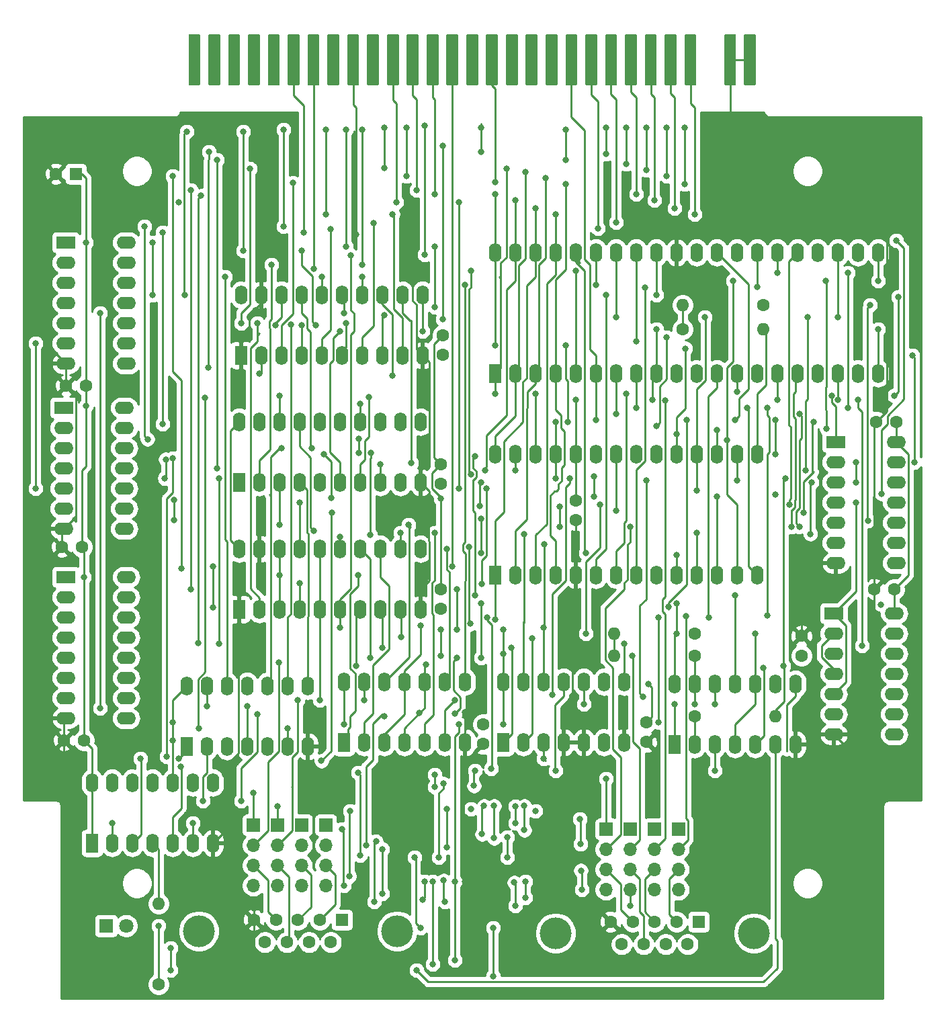
<source format=gbr>
%TF.GenerationSoftware,KiCad,Pcbnew,(5.1.10)-1*%
%TF.CreationDate,2024-05-08T08:23:43+02:00*%
%TF.ProjectId,M003,4d303033-2e6b-4696-9361-645f70636258,rev?*%
%TF.SameCoordinates,Original*%
%TF.FileFunction,Copper,L1,Top*%
%TF.FilePolarity,Positive*%
%FSLAX46Y46*%
G04 Gerber Fmt 4.6, Leading zero omitted, Abs format (unit mm)*
G04 Created by KiCad (PCBNEW (5.1.10)-1) date 2024-05-08 08:23:43*
%MOMM*%
%LPD*%
G01*
G04 APERTURE LIST*
%TA.AperFunction,ComponentPad*%
%ADD10O,1.600000X2.400000*%
%TD*%
%TA.AperFunction,ComponentPad*%
%ADD11R,1.600000X2.400000*%
%TD*%
%TA.AperFunction,ComponentPad*%
%ADD12O,1.700000X1.700000*%
%TD*%
%TA.AperFunction,ComponentPad*%
%ADD13R,1.700000X1.700000*%
%TD*%
%TA.AperFunction,ComponentPad*%
%ADD14O,2.400000X1.600000*%
%TD*%
%TA.AperFunction,ComponentPad*%
%ADD15R,2.400000X1.600000*%
%TD*%
%TA.AperFunction,ComponentPad*%
%ADD16O,1.600000X1.600000*%
%TD*%
%TA.AperFunction,ComponentPad*%
%ADD17C,1.600000*%
%TD*%
%TA.AperFunction,ComponentPad*%
%ADD18C,4.000000*%
%TD*%
%TA.AperFunction,ComponentPad*%
%ADD19R,1.600000X1.600000*%
%TD*%
%TA.AperFunction,ComponentPad*%
%ADD20C,1.800000*%
%TD*%
%TA.AperFunction,ComponentPad*%
%ADD21R,1.800000X1.800000*%
%TD*%
%TA.AperFunction,ViaPad*%
%ADD22C,0.800000*%
%TD*%
%TA.AperFunction,Conductor*%
%ADD23C,0.250000*%
%TD*%
%TA.AperFunction,Conductor*%
%ADD24C,0.254000*%
%TD*%
%TA.AperFunction,Conductor*%
%ADD25C,0.100000*%
%TD*%
G04 APERTURE END LIST*
D10*
%TO.P,U8,14*%
%TO.N,+5P*%
X134112000Y-96520000D03*
%TO.P,U8,7*%
%TO.N,GND*%
X149352000Y-104140000D03*
%TO.P,U8,13*%
%TO.N,Net-(U13-Pad16)*%
X136652000Y-96520000D03*
%TO.P,U8,6*%
%TO.N,Net-(IC2-Pad16)*%
X146812000Y-104140000D03*
%TO.P,U8,12*%
%TO.N,Net-(U8-Pad12)*%
X139192000Y-96520000D03*
%TO.P,U8,5*%
%TO.N,Net-(U13-Pad12)*%
X144272000Y-104140000D03*
%TO.P,U8,11*%
%TO.N,Net-(U11-Pad6)*%
X141732000Y-96520000D03*
%TO.P,U8,4*%
%TO.N,Net-(U1-Pad5)*%
X141732000Y-104140000D03*
%TO.P,U8,10*%
X144272000Y-96520000D03*
%TO.P,U8,3*%
%TO.N,Net-(U11-Pad6)*%
X139192000Y-104140000D03*
%TO.P,U8,9*%
%TO.N,Net-(U13-Pad11)*%
X146812000Y-96520000D03*
%TO.P,U8,2*%
%TO.N,Net-(U13-Pad13)*%
X136652000Y-104140000D03*
%TO.P,U8,8*%
%TO.N,Net-(IC1-Pad35)*%
X149352000Y-96520000D03*
D11*
%TO.P,U8,1*%
%TO.N,Net-(U13-Pad18)*%
X134112000Y-104140000D03*
%TD*%
%TO.P,XM1,28B*%
%TO.N,N/C*%
%TA.AperFunction,SMDPad,CuDef*%
G36*
G01*
X117026000Y-21238000D02*
X117026000Y-15038000D01*
G75*
G02*
X117176000Y-14888000I150000J0D01*
G01*
X118376000Y-14888000D01*
G75*
G02*
X118526000Y-15038000I0J-150000D01*
G01*
X118526000Y-21238000D01*
G75*
G02*
X118376000Y-21388000I-150000J0D01*
G01*
X117176000Y-21388000D01*
G75*
G02*
X117026000Y-21238000I0J150000D01*
G01*
G37*
%TD.AperFunction*%
%TO.P,XM1,27B*%
%TA.AperFunction,SMDPad,CuDef*%
G36*
G01*
X119526000Y-21238000D02*
X119526000Y-15038000D01*
G75*
G02*
X119676000Y-14888000I150000J0D01*
G01*
X120876000Y-14888000D01*
G75*
G02*
X121026000Y-15038000I0J-150000D01*
G01*
X121026000Y-21238000D01*
G75*
G02*
X120876000Y-21388000I-150000J0D01*
G01*
X119676000Y-21388000D01*
G75*
G02*
X119526000Y-21238000I0J150000D01*
G01*
G37*
%TD.AperFunction*%
%TO.P,XM1,26B*%
%TA.AperFunction,SMDPad,CuDef*%
G36*
G01*
X122026000Y-21238000D02*
X122026000Y-15038000D01*
G75*
G02*
X122176000Y-14888000I150000J0D01*
G01*
X123376000Y-14888000D01*
G75*
G02*
X123526000Y-15038000I0J-150000D01*
G01*
X123526000Y-21238000D01*
G75*
G02*
X123376000Y-21388000I-150000J0D01*
G01*
X122176000Y-21388000D01*
G75*
G02*
X122026000Y-21238000I0J150000D01*
G01*
G37*
%TD.AperFunction*%
%TO.P,XM1,25B*%
%TA.AperFunction,SMDPad,CuDef*%
G36*
G01*
X124526000Y-21238000D02*
X124526000Y-15038000D01*
G75*
G02*
X124676000Y-14888000I150000J0D01*
G01*
X125876000Y-14888000D01*
G75*
G02*
X126026000Y-15038000I0J-150000D01*
G01*
X126026000Y-21238000D01*
G75*
G02*
X125876000Y-21388000I-150000J0D01*
G01*
X124676000Y-21388000D01*
G75*
G02*
X124526000Y-21238000I0J150000D01*
G01*
G37*
%TD.AperFunction*%
%TO.P,XM1,23B*%
%TO.N,~INT*%
%TA.AperFunction,SMDPad,CuDef*%
G36*
G01*
X129526000Y-21238000D02*
X129526000Y-15038000D01*
G75*
G02*
X129676000Y-14888000I150000J0D01*
G01*
X130876000Y-14888000D01*
G75*
G02*
X131026000Y-15038000I0J-150000D01*
G01*
X131026000Y-21238000D01*
G75*
G02*
X130876000Y-21388000I-150000J0D01*
G01*
X129676000Y-21388000D01*
G75*
G02*
X129526000Y-21238000I0J150000D01*
G01*
G37*
%TD.AperFunction*%
%TO.P,XM1,22B*%
%TO.N,N/C*%
%TA.AperFunction,SMDPad,CuDef*%
G36*
G01*
X132026000Y-21238000D02*
X132026000Y-15038000D01*
G75*
G02*
X132176000Y-14888000I150000J0D01*
G01*
X133376000Y-14888000D01*
G75*
G02*
X133526000Y-15038000I0J-150000D01*
G01*
X133526000Y-21238000D01*
G75*
G02*
X133376000Y-21388000I-150000J0D01*
G01*
X132176000Y-21388000D01*
G75*
G02*
X132026000Y-21238000I0J150000D01*
G01*
G37*
%TD.AperFunction*%
%TO.P,XM1,15B*%
%TA.AperFunction,SMDPad,CuDef*%
G36*
G01*
X149526000Y-21238000D02*
X149526000Y-15038000D01*
G75*
G02*
X149676000Y-14888000I150000J0D01*
G01*
X150876000Y-14888000D01*
G75*
G02*
X151026000Y-15038000I0J-150000D01*
G01*
X151026000Y-21238000D01*
G75*
G02*
X150876000Y-21388000I-150000J0D01*
G01*
X149676000Y-21388000D01*
G75*
G02*
X149526000Y-21238000I0J150000D01*
G01*
G37*
%TD.AperFunction*%
%TO.P,XM1,20B*%
%TA.AperFunction,SMDPad,CuDef*%
G36*
G01*
X137026000Y-21238000D02*
X137026000Y-15038000D01*
G75*
G02*
X137176000Y-14888000I150000J0D01*
G01*
X138376000Y-14888000D01*
G75*
G02*
X138526000Y-15038000I0J-150000D01*
G01*
X138526000Y-21238000D01*
G75*
G02*
X138376000Y-21388000I-150000J0D01*
G01*
X137176000Y-21388000D01*
G75*
G02*
X137026000Y-21238000I0J150000D01*
G01*
G37*
%TD.AperFunction*%
%TO.P,XM1,10B*%
%TO.N,IEI*%
%TA.AperFunction,SMDPad,CuDef*%
G36*
G01*
X162026000Y-21238000D02*
X162026000Y-15038000D01*
G75*
G02*
X162176000Y-14888000I150000J0D01*
G01*
X163376000Y-14888000D01*
G75*
G02*
X163526000Y-15038000I0J-150000D01*
G01*
X163526000Y-21238000D01*
G75*
G02*
X163376000Y-21388000I-150000J0D01*
G01*
X162176000Y-21388000D01*
G75*
G02*
X162026000Y-21238000I0J150000D01*
G01*
G37*
%TD.AperFunction*%
%TO.P,XM1,11B*%
%TO.N,N/C*%
%TA.AperFunction,SMDPad,CuDef*%
G36*
G01*
X159526000Y-21238000D02*
X159526000Y-15038000D01*
G75*
G02*
X159676000Y-14888000I150000J0D01*
G01*
X160876000Y-14888000D01*
G75*
G02*
X161026000Y-15038000I0J-150000D01*
G01*
X161026000Y-21238000D01*
G75*
G02*
X160876000Y-21388000I-150000J0D01*
G01*
X159676000Y-21388000D01*
G75*
G02*
X159526000Y-21238000I0J150000D01*
G01*
G37*
%TD.AperFunction*%
%TO.P,XM1,12B*%
%TA.AperFunction,SMDPad,CuDef*%
G36*
G01*
X157026000Y-21238000D02*
X157026000Y-15038000D01*
G75*
G02*
X157176000Y-14888000I150000J0D01*
G01*
X158376000Y-14888000D01*
G75*
G02*
X158526000Y-15038000I0J-150000D01*
G01*
X158526000Y-21238000D01*
G75*
G02*
X158376000Y-21388000I-150000J0D01*
G01*
X157176000Y-21388000D01*
G75*
G02*
X157026000Y-21238000I0J150000D01*
G01*
G37*
%TD.AperFunction*%
%TO.P,XM1,13B*%
%TA.AperFunction,SMDPad,CuDef*%
G36*
G01*
X154526000Y-21238000D02*
X154526000Y-15038000D01*
G75*
G02*
X154676000Y-14888000I150000J0D01*
G01*
X155876000Y-14888000D01*
G75*
G02*
X156026000Y-15038000I0J-150000D01*
G01*
X156026000Y-21238000D01*
G75*
G02*
X155876000Y-21388000I-150000J0D01*
G01*
X154676000Y-21388000D01*
G75*
G02*
X154526000Y-21238000I0J150000D01*
G01*
G37*
%TD.AperFunction*%
%TO.P,XM1,14B*%
%TO.N,AB9*%
%TA.AperFunction,SMDPad,CuDef*%
G36*
G01*
X152026000Y-21238000D02*
X152026000Y-15038000D01*
G75*
G02*
X152176000Y-14888000I150000J0D01*
G01*
X153376000Y-14888000D01*
G75*
G02*
X153526000Y-15038000I0J-150000D01*
G01*
X153526000Y-21238000D01*
G75*
G02*
X153376000Y-21388000I-150000J0D01*
G01*
X152176000Y-21388000D01*
G75*
G02*
X152026000Y-21238000I0J150000D01*
G01*
G37*
%TD.AperFunction*%
%TO.P,XM1,16B*%
%TO.N,AB7*%
%TA.AperFunction,SMDPad,CuDef*%
G36*
G01*
X147026000Y-21238000D02*
X147026000Y-15038000D01*
G75*
G02*
X147176000Y-14888000I150000J0D01*
G01*
X148376000Y-14888000D01*
G75*
G02*
X148526000Y-15038000I0J-150000D01*
G01*
X148526000Y-21238000D01*
G75*
G02*
X148376000Y-21388000I-150000J0D01*
G01*
X147176000Y-21388000D01*
G75*
G02*
X147026000Y-21238000I0J150000D01*
G01*
G37*
%TD.AperFunction*%
%TO.P,XM1,17B*%
%TO.N,AB5*%
%TA.AperFunction,SMDPad,CuDef*%
G36*
G01*
X144526000Y-21238000D02*
X144526000Y-15038000D01*
G75*
G02*
X144676000Y-14888000I150000J0D01*
G01*
X145876000Y-14888000D01*
G75*
G02*
X146026000Y-15038000I0J-150000D01*
G01*
X146026000Y-21238000D01*
G75*
G02*
X145876000Y-21388000I-150000J0D01*
G01*
X144676000Y-21388000D01*
G75*
G02*
X144526000Y-21238000I0J150000D01*
G01*
G37*
%TD.AperFunction*%
%TO.P,XM1,18B*%
%TO.N,AB3*%
%TA.AperFunction,SMDPad,CuDef*%
G36*
G01*
X142026000Y-21238000D02*
X142026000Y-15038000D01*
G75*
G02*
X142176000Y-14888000I150000J0D01*
G01*
X143376000Y-14888000D01*
G75*
G02*
X143526000Y-15038000I0J-150000D01*
G01*
X143526000Y-21238000D01*
G75*
G02*
X143376000Y-21388000I-150000J0D01*
G01*
X142176000Y-21388000D01*
G75*
G02*
X142026000Y-21238000I0J150000D01*
G01*
G37*
%TD.AperFunction*%
%TO.P,XM1,19B*%
%TO.N,AB1*%
%TA.AperFunction,SMDPad,CuDef*%
G36*
G01*
X139526000Y-21238000D02*
X139526000Y-15038000D01*
G75*
G02*
X139676000Y-14888000I150000J0D01*
G01*
X140876000Y-14888000D01*
G75*
G02*
X141026000Y-15038000I0J-150000D01*
G01*
X141026000Y-21238000D01*
G75*
G02*
X140876000Y-21388000I-150000J0D01*
G01*
X139676000Y-21388000D01*
G75*
G02*
X139526000Y-21238000I0J150000D01*
G01*
G37*
%TD.AperFunction*%
%TO.P,XM1,1B*%
%TO.N,GND*%
%TA.AperFunction,SMDPad,CuDef*%
G36*
G01*
X184526000Y-21238000D02*
X184526000Y-15038000D01*
G75*
G02*
X184676000Y-14888000I150000J0D01*
G01*
X185876000Y-14888000D01*
G75*
G02*
X186026000Y-15038000I0J-150000D01*
G01*
X186026000Y-21238000D01*
G75*
G02*
X185876000Y-21388000I-150000J0D01*
G01*
X184676000Y-21388000D01*
G75*
G02*
X184526000Y-21238000I0J150000D01*
G01*
G37*
%TD.AperFunction*%
%TO.P,XM1,21B*%
%TA.AperFunction,SMDPad,CuDef*%
G36*
G01*
X134526000Y-21238000D02*
X134526000Y-15038000D01*
G75*
G02*
X134676000Y-14888000I150000J0D01*
G01*
X135876000Y-14888000D01*
G75*
G02*
X136026000Y-15038000I0J-150000D01*
G01*
X136026000Y-21238000D01*
G75*
G02*
X135876000Y-21388000I-150000J0D01*
G01*
X134676000Y-21388000D01*
G75*
G02*
X134526000Y-21238000I0J150000D01*
G01*
G37*
%TD.AperFunction*%
%TO.P,XM1,24B*%
%TO.N,MEI*%
%TA.AperFunction,SMDPad,CuDef*%
G36*
G01*
X127026000Y-21238000D02*
X127026000Y-15038000D01*
G75*
G02*
X127176000Y-14888000I150000J0D01*
G01*
X128376000Y-14888000D01*
G75*
G02*
X128526000Y-15038000I0J-150000D01*
G01*
X128526000Y-21238000D01*
G75*
G02*
X128376000Y-21388000I-150000J0D01*
G01*
X127176000Y-21388000D01*
G75*
G02*
X127026000Y-21238000I0J150000D01*
G01*
G37*
%TD.AperFunction*%
%TO.P,XM1,29B*%
%TO.N,+5P*%
%TA.AperFunction,SMDPad,CuDef*%
G36*
G01*
X114526000Y-21238000D02*
X114526000Y-15038000D01*
G75*
G02*
X114676000Y-14888000I150000J0D01*
G01*
X115876000Y-14888000D01*
G75*
G02*
X116026000Y-15038000I0J-150000D01*
G01*
X116026000Y-21238000D01*
G75*
G02*
X115876000Y-21388000I-150000J0D01*
G01*
X114676000Y-21388000D01*
G75*
G02*
X114526000Y-21238000I0J150000D01*
G01*
G37*
%TD.AperFunction*%
%TO.P,XM1,2B*%
%TO.N,GND*%
%TA.AperFunction,SMDPad,CuDef*%
G36*
G01*
X182026000Y-21238000D02*
X182026000Y-15038000D01*
G75*
G02*
X182176000Y-14888000I150000J0D01*
G01*
X183376000Y-14888000D01*
G75*
G02*
X183526000Y-15038000I0J-150000D01*
G01*
X183526000Y-21238000D01*
G75*
G02*
X183376000Y-21388000I-150000J0D01*
G01*
X182176000Y-21388000D01*
G75*
G02*
X182026000Y-21238000I0J150000D01*
G01*
G37*
%TD.AperFunction*%
%TO.P,XM1,4B*%
%TO.N,DB6*%
%TA.AperFunction,SMDPad,CuDef*%
G36*
G01*
X177026000Y-21238000D02*
X177026000Y-15038000D01*
G75*
G02*
X177176000Y-14888000I150000J0D01*
G01*
X178376000Y-14888000D01*
G75*
G02*
X178526000Y-15038000I0J-150000D01*
G01*
X178526000Y-21238000D01*
G75*
G02*
X178376000Y-21388000I-150000J0D01*
G01*
X177176000Y-21388000D01*
G75*
G02*
X177026000Y-21238000I0J150000D01*
G01*
G37*
%TD.AperFunction*%
%TO.P,XM1,5B*%
%TO.N,DB4*%
%TA.AperFunction,SMDPad,CuDef*%
G36*
G01*
X174526000Y-21238000D02*
X174526000Y-15038000D01*
G75*
G02*
X174676000Y-14888000I150000J0D01*
G01*
X175876000Y-14888000D01*
G75*
G02*
X176026000Y-15038000I0J-150000D01*
G01*
X176026000Y-21238000D01*
G75*
G02*
X175876000Y-21388000I-150000J0D01*
G01*
X174676000Y-21388000D01*
G75*
G02*
X174526000Y-21238000I0J150000D01*
G01*
G37*
%TD.AperFunction*%
%TO.P,XM1,6B*%
%TO.N,DB2*%
%TA.AperFunction,SMDPad,CuDef*%
G36*
G01*
X172026000Y-21238000D02*
X172026000Y-15038000D01*
G75*
G02*
X172176000Y-14888000I150000J0D01*
G01*
X173376000Y-14888000D01*
G75*
G02*
X173526000Y-15038000I0J-150000D01*
G01*
X173526000Y-21238000D01*
G75*
G02*
X173376000Y-21388000I-150000J0D01*
G01*
X172176000Y-21388000D01*
G75*
G02*
X172026000Y-21238000I0J150000D01*
G01*
G37*
%TD.AperFunction*%
%TO.P,XM1,7B*%
%TO.N,DB0*%
%TA.AperFunction,SMDPad,CuDef*%
G36*
G01*
X169526000Y-21238000D02*
X169526000Y-15038000D01*
G75*
G02*
X169676000Y-14888000I150000J0D01*
G01*
X170876000Y-14888000D01*
G75*
G02*
X171026000Y-15038000I0J-150000D01*
G01*
X171026000Y-21238000D01*
G75*
G02*
X170876000Y-21388000I-150000J0D01*
G01*
X169676000Y-21388000D01*
G75*
G02*
X169526000Y-21238000I0J150000D01*
G01*
G37*
%TD.AperFunction*%
%TO.P,XM1,8B*%
%TO.N,~RD*%
%TA.AperFunction,SMDPad,CuDef*%
G36*
G01*
X167026000Y-21238000D02*
X167026000Y-15038000D01*
G75*
G02*
X167176000Y-14888000I150000J0D01*
G01*
X168376000Y-14888000D01*
G75*
G02*
X168526000Y-15038000I0J-150000D01*
G01*
X168526000Y-21238000D01*
G75*
G02*
X168376000Y-21388000I-150000J0D01*
G01*
X167176000Y-21388000D01*
G75*
G02*
X167026000Y-21238000I0J150000D01*
G01*
G37*
%TD.AperFunction*%
%TO.P,XM1,9B*%
%TO.N,~IORQ*%
%TA.AperFunction,SMDPad,CuDef*%
G36*
G01*
X164526000Y-21238000D02*
X164526000Y-15038000D01*
G75*
G02*
X164676000Y-14888000I150000J0D01*
G01*
X165876000Y-14888000D01*
G75*
G02*
X166026000Y-15038000I0J-150000D01*
G01*
X166026000Y-21238000D01*
G75*
G02*
X165876000Y-21388000I-150000J0D01*
G01*
X164676000Y-21388000D01*
G75*
G02*
X164526000Y-21238000I0J150000D01*
G01*
G37*
%TD.AperFunction*%
%TD*%
D12*
%TO.P,J10,4*%
%TO.N,Net-(IC3-Pad1)*%
X167132000Y-122682000D03*
%TO.P,J10,3*%
%TO.N,Net-(J1-Pad4)*%
X167132000Y-120142000D03*
%TO.P,J10,2*%
%TO.N,DTRA*%
X167132000Y-117602000D03*
D13*
%TO.P,J10,1*%
%TO.N,Net-(IC3-Pad18)*%
X167132000Y-115062000D03*
%TD*%
D12*
%TO.P,J9,4*%
%TO.N,Net-(IC3-Pad3)*%
X170180000Y-122682000D03*
%TO.P,J9,3*%
%TO.N,Net-(J1-Pad8)*%
X170180000Y-120142000D03*
%TO.P,J9,2*%
%TO.N,CTSA*%
X170180000Y-117602000D03*
D13*
%TO.P,J9,1*%
%TO.N,Net-(IC3-Pad4)*%
X170180000Y-115062000D03*
%TD*%
D12*
%TO.P,J8,4*%
%TO.N,Net-(IC3-Pad7)*%
X176276000Y-122682000D03*
%TO.P,J8,3*%
%TO.N,Net-(J1-Pad2)*%
X176276000Y-120142000D03*
%TO.P,J8,2*%
%TO.N,RXDA*%
X176276000Y-117602000D03*
D13*
%TO.P,J8,1*%
%TO.N,Net-(IC3-Pad6)*%
X176276000Y-115062000D03*
%TD*%
D12*
%TO.P,J7,4*%
%TO.N,Net-(IC3-Pad2)*%
X173228000Y-122682000D03*
%TO.P,J7,3*%
%TO.N,Net-(J1-Pad3)*%
X173228000Y-120142000D03*
%TO.P,J7,2*%
%TO.N,TXDA*%
X173228000Y-117602000D03*
D13*
%TO.P,J7,1*%
%TO.N,Net-(IC3-Pad5)*%
X173228000Y-115062000D03*
%TD*%
D12*
%TO.P,J6,4*%
%TO.N,Net-(IC3-Pad20)*%
X122682000Y-122174000D03*
%TO.P,J6,3*%
%TO.N,Net-(J2-Pad4)*%
X122682000Y-119634000D03*
%TO.P,J6,2*%
%TO.N,DTRB*%
X122682000Y-117094000D03*
D13*
%TO.P,J6,1*%
%TO.N,Net-(IC3-Pad21)*%
X122682000Y-114554000D03*
%TD*%
D12*
%TO.P,J5,4*%
%TO.N,Net-(IC3-Pad16)*%
X125730000Y-122174000D03*
%TO.P,J5,3*%
%TO.N,Net-(J2-Pad8)*%
X125730000Y-119634000D03*
%TO.P,J5,2*%
%TO.N,CTSB*%
X125730000Y-117094000D03*
D13*
%TO.P,J5,1*%
%TO.N,Net-(IC3-Pad17)*%
X125730000Y-114554000D03*
%TD*%
D12*
%TO.P,J4,4*%
%TO.N,Net-(IC3-Pad23)*%
X131826000Y-122174000D03*
%TO.P,J4,3*%
%TO.N,Net-(J2-Pad2)*%
X131826000Y-119634000D03*
%TO.P,J4,2*%
%TO.N,RXDB*%
X131826000Y-117094000D03*
D13*
%TO.P,J4,1*%
%TO.N,Net-(IC3-Pad22)*%
X131826000Y-114554000D03*
%TD*%
D12*
%TO.P,J3,4*%
%TO.N,Net-(IC3-Pad24)*%
X128778000Y-122174000D03*
%TO.P,J3,3*%
%TO.N,Net-(J2-Pad3)*%
X128778000Y-119634000D03*
%TO.P,J3,2*%
%TO.N,TXDB*%
X128778000Y-117094000D03*
D13*
%TO.P,J3,1*%
%TO.N,Net-(IC3-Pad19)*%
X128778000Y-114554000D03*
%TD*%
D14*
%TO.P,U15,14*%
%TO.N,+5P*%
X106426000Y-61976000D03*
%TO.P,U15,7*%
%TO.N,GND*%
X98806000Y-77216000D03*
%TO.P,U15,13*%
%TO.N,Net-(IC2-Pad13)*%
X106426000Y-64516000D03*
%TO.P,U15,6*%
%TO.N,N25*%
X98806000Y-74676000D03*
%TO.P,U15,12*%
%TO.N,Net-(IC2-Pad11)*%
X106426000Y-67056000D03*
%TO.P,U15,5*%
%TO.N,N14*%
X98806000Y-72136000D03*
%TO.P,U15,11*%
%TO.N,IEO*%
X106426000Y-69596000D03*
%TO.P,U15,4*%
%TO.N,Net-(U15-Pad4)*%
X98806000Y-69596000D03*
%TO.P,U15,10*%
%TO.N,N/C*%
X106426000Y-72136000D03*
%TO.P,U15,3*%
%TO.N,MEO*%
X98806000Y-67056000D03*
%TO.P,U15,9*%
%TO.N,N/C*%
X106426000Y-74676000D03*
%TO.P,U15,2*%
%TO.N,MEI*%
X98806000Y-64516000D03*
%TO.P,U15,8*%
%TO.N,N/C*%
X106426000Y-77216000D03*
D15*
%TO.P,U15,1*%
%TO.N,Net-(U10-Pad6)*%
X98806000Y-61976000D03*
%TD*%
D14*
%TO.P,U14,14*%
%TO.N,+5P*%
X106680000Y-41148000D03*
%TO.P,U14,7*%
%TO.N,GND*%
X99060000Y-56388000D03*
%TO.P,U14,13*%
%TO.N,N/C*%
X106680000Y-43688000D03*
%TO.P,U14,6*%
%TO.N,N14*%
X99060000Y-53848000D03*
%TO.P,U14,12*%
%TO.N,N/C*%
X106680000Y-46228000D03*
%TO.P,U14,5*%
%TO.N,Net-(U14-Pad5)*%
X99060000Y-51308000D03*
%TO.P,U14,11*%
%TO.N,N/C*%
X106680000Y-48768000D03*
%TO.P,U14,4*%
%TO.N,N09*%
X99060000Y-48768000D03*
%TO.P,U14,10*%
%TO.N,N/C*%
X106680000Y-51308000D03*
%TO.P,U14,3*%
X99060000Y-46228000D03*
%TO.P,U14,9*%
X106680000Y-53848000D03*
%TO.P,U14,2*%
X99060000Y-43688000D03*
%TO.P,U14,8*%
X106680000Y-56388000D03*
D15*
%TO.P,U14,1*%
X99060000Y-41148000D03*
%TD*%
D16*
%TO.P,R6,2*%
%TO.N,+5P*%
X110744000Y-124460000D03*
D17*
%TO.P,R6,1*%
%TO.N,Net-(D1-Pad2)*%
X110744000Y-134620000D03*
%TD*%
D16*
%TO.P,R5,2*%
%TO.N,+5P*%
X176784000Y-49022000D03*
D17*
%TO.P,R5,1*%
%TO.N,Net-(R5-Pad1)*%
X186944000Y-49022000D03*
%TD*%
%TO.P,C20,2*%
%TO.N,GND*%
X200954000Y-84836000D03*
%TO.P,C20,1*%
%TO.N,+5P*%
X203454000Y-84836000D03*
%TD*%
%TO.P,C19,2*%
%TO.N,GND*%
X151638000Y-104354000D03*
%TO.P,C19,1*%
%TO.N,+5P*%
X151638000Y-101854000D03*
%TD*%
%TO.P,C18,2*%
%TO.N,GND*%
X201208000Y-63754000D03*
%TO.P,C18,1*%
%TO.N,+5P*%
X203708000Y-63754000D03*
%TD*%
%TO.P,C17,2*%
%TO.N,GND*%
X172212000Y-104100000D03*
%TO.P,C17,1*%
%TO.N,+5P*%
X172212000Y-101600000D03*
%TD*%
%TO.P,C16,2*%
%TO.N,GND*%
X98846000Y-103886000D03*
%TO.P,C16,1*%
%TO.N,+5P*%
X101346000Y-103886000D03*
%TD*%
%TO.P,C15,2*%
%TO.N,GND*%
X146304000Y-71588000D03*
%TO.P,C15,1*%
%TO.N,+5P*%
X146304000Y-69088000D03*
%TD*%
%TO.P,C14,2*%
%TO.N,GND*%
X146304000Y-87336000D03*
%TO.P,C14,1*%
%TO.N,+5P*%
X146304000Y-84836000D03*
%TD*%
%TO.P,C13,2*%
%TO.N,GND*%
X99100000Y-59182000D03*
%TO.P,C13,1*%
%TO.N,+5P*%
X101600000Y-59182000D03*
%TD*%
%TO.P,C4,2*%
%TO.N,GND*%
X98592000Y-79502000D03*
%TO.P,C4,1*%
%TO.N,+5P*%
X101092000Y-79502000D03*
%TD*%
%TO.P,C1,2*%
%TO.N,GND*%
X146558000Y-55332000D03*
%TO.P,C1,1*%
%TO.N,+5P*%
X146558000Y-52832000D03*
%TD*%
D10*
%TO.P,U13,20*%
%TO.N,+5P*%
X120904000Y-79756000D03*
%TO.P,U13,10*%
%TO.N,GND*%
X143764000Y-87376000D03*
%TO.P,U13,19*%
X123444000Y-79756000D03*
%TO.P,U13,9*%
%TO.N,Net-(U13-Pad9)*%
X141224000Y-87376000D03*
%TO.P,U13,18*%
%TO.N,Net-(U13-Pad18)*%
X125984000Y-79756000D03*
%TO.P,U13,8*%
%TO.N,Net-(U13-Pad8)*%
X138684000Y-87376000D03*
%TO.P,U13,17*%
%TO.N,N20*%
X128524000Y-79756000D03*
%TO.P,U13,7*%
%TO.N,Net-(U13-Pad7)*%
X136144000Y-87376000D03*
%TO.P,U13,16*%
%TO.N,Net-(U13-Pad16)*%
X131064000Y-79756000D03*
%TO.P,U13,6*%
%TO.N,AB4*%
X133604000Y-87376000D03*
%TO.P,U13,15*%
%TO.N,N21*%
X133604000Y-79756000D03*
%TO.P,U13,5*%
%TO.N,Net-(U13-Pad16)*%
X131064000Y-87376000D03*
%TO.P,U13,14*%
%TO.N,Net-(U13-Pad14)*%
X136144000Y-79756000D03*
%TO.P,U13,4*%
%TO.N,AB1*%
X128524000Y-87376000D03*
%TO.P,U13,13*%
%TO.N,Net-(U13-Pad13)*%
X138684000Y-79756000D03*
%TO.P,U13,3*%
%TO.N,Net-(U13-Pad18)*%
X125984000Y-87376000D03*
%TO.P,U13,12*%
%TO.N,Net-(U13-Pad12)*%
X141224000Y-79756000D03*
%TO.P,U13,2*%
%TO.N,AB0*%
X123444000Y-87376000D03*
%TO.P,U13,11*%
%TO.N,Net-(U13-Pad11)*%
X143764000Y-79756000D03*
D11*
%TO.P,U13,1*%
%TO.N,GND*%
X120904000Y-87376000D03*
%TD*%
D14*
%TO.P,U12,14*%
%TO.N,+5P*%
X203454000Y-87884000D03*
%TO.P,U12,7*%
%TO.N,GND*%
X195834000Y-103124000D03*
%TO.P,U12,13*%
%TO.N,N/C*%
X203454000Y-90424000D03*
%TO.P,U12,6*%
%TO.N,DB4*%
X195834000Y-100584000D03*
%TO.P,U12,12*%
%TO.N,N/C*%
X203454000Y-92964000D03*
%TO.P,U12,5*%
%TO.N,Net-(U11-Pad11)*%
X195834000Y-98044000D03*
%TO.P,U12,11*%
%TO.N,N/C*%
X203454000Y-95504000D03*
%TO.P,U12,4*%
%TO.N,Net-(U12-Pad2)*%
X195834000Y-95504000D03*
%TO.P,U12,10*%
%TO.N,N/C*%
X203454000Y-98044000D03*
%TO.P,U12,3*%
%TO.N,DB0*%
X195834000Y-92964000D03*
%TO.P,U12,9*%
%TO.N,N/C*%
X203454000Y-100584000D03*
%TO.P,U12,2*%
%TO.N,Net-(U12-Pad2)*%
X195834000Y-90424000D03*
%TO.P,U12,8*%
%TO.N,N/C*%
X203454000Y-103124000D03*
D15*
%TO.P,U12,1*%
%TO.N,Net-(U11-Pad11)*%
X195834000Y-87884000D03*
%TD*%
D14*
%TO.P,U11,14*%
%TO.N,+5P*%
X203708000Y-66294000D03*
%TO.P,U11,7*%
%TO.N,GND*%
X196088000Y-81534000D03*
%TO.P,U11,13*%
%TO.N,Net-(U11-Pad13)*%
X203708000Y-68834000D03*
%TO.P,U11,6*%
%TO.N,Net-(U11-Pad6)*%
X196088000Y-78994000D03*
%TO.P,U11,12*%
%TO.N,Net-(U11-Pad12)*%
X203708000Y-71374000D03*
%TO.P,U11,5*%
%TO.N,Net-(R5-Pad1)*%
X196088000Y-76454000D03*
%TO.P,U11,11*%
%TO.N,Net-(U11-Pad11)*%
X203708000Y-73914000D03*
%TO.P,U11,4*%
%TO.N,MEI*%
X196088000Y-73914000D03*
%TO.P,U11,10*%
%TO.N,IEI*%
X203708000Y-76454000D03*
%TO.P,U11,3*%
%TO.N,Net-(U11-Pad3)*%
X196088000Y-71374000D03*
%TO.P,U11,9*%
%TO.N,Net-(IC1-Pad7)*%
X203708000Y-78994000D03*
%TO.P,U11,2*%
%TO.N,Net-(U11-Pad12)*%
X196088000Y-68834000D03*
%TO.P,U11,8*%
%TO.N,Net-(IC2-Pad13)*%
X203708000Y-81534000D03*
D15*
%TO.P,U11,1*%
%TO.N,Net-(U11-Pad1)*%
X196088000Y-66294000D03*
%TD*%
D10*
%TO.P,U10,14*%
%TO.N,+5P*%
X114300000Y-97028000D03*
%TO.P,U10,7*%
%TO.N,GND*%
X129540000Y-104648000D03*
%TO.P,U10,13*%
%TO.N,N09*%
X116840000Y-97028000D03*
%TO.P,U10,6*%
%TO.N,Net-(U10-Pad6)*%
X127000000Y-104648000D03*
%TO.P,U10,12*%
%TO.N,Net-(U10-Pad12)*%
X119380000Y-97028000D03*
%TO.P,U10,5*%
%TO.N,N09*%
X124460000Y-104648000D03*
%TO.P,U10,11*%
%TO.N,N/C*%
X121920000Y-97028000D03*
%TO.P,U10,4*%
%TO.N,N09*%
X121920000Y-104648000D03*
%TO.P,U10,10*%
%TO.N,Net-(U10-Pad10)*%
X124460000Y-97028000D03*
%TO.P,U10,3*%
%TO.N,N/C*%
X119380000Y-104648000D03*
%TO.P,U10,9*%
%TO.N,Net-(U10-Pad9)*%
X127000000Y-97028000D03*
%TO.P,U10,2*%
%TO.N,Net-(U1-Pad5)*%
X116840000Y-104648000D03*
%TO.P,U10,8*%
%TO.N,Net-(U10-Pad8)*%
X129540000Y-97028000D03*
D11*
%TO.P,U10,1*%
%TO.N,Net-(U10-Pad1)*%
X114300000Y-104648000D03*
%TD*%
D10*
%TO.P,U9,20*%
%TO.N,+5P*%
X120904000Y-63754000D03*
%TO.P,U9,10*%
%TO.N,GND*%
X143764000Y-71374000D03*
%TO.P,U9,19*%
%TO.N,N/C*%
X123444000Y-63754000D03*
%TO.P,U9,9*%
X141224000Y-71374000D03*
%TO.P,U9,18*%
%TO.N,Net-(U9-Pad18)*%
X125984000Y-63754000D03*
%TO.P,U9,8*%
%TO.N,N24*%
X138684000Y-71374000D03*
%TO.P,U9,17*%
%TO.N,Net-(U12-Pad2)*%
X128524000Y-63754000D03*
%TO.P,U9,7*%
%TO.N,Net-(U9-Pad18)*%
X136144000Y-71374000D03*
%TO.P,U9,16*%
%TO.N,Net-(U11-Pad12)*%
X131064000Y-63754000D03*
%TO.P,U9,6*%
%TO.N,Net-(U14-Pad5)*%
X133604000Y-71374000D03*
%TO.P,U9,15*%
%TO.N,N/C*%
X133604000Y-63754000D03*
%TO.P,U9,5*%
X131064000Y-71374000D03*
%TO.P,U9,14*%
%TO.N,N15*%
X136144000Y-63754000D03*
%TO.P,U9,4*%
%TO.N,Net-(U10-Pad8)*%
X128524000Y-71374000D03*
%TO.P,U9,13*%
%TO.N,N16*%
X138684000Y-63754000D03*
%TO.P,U9,3*%
%TO.N,Net-(U8-Pad12)*%
X125984000Y-71374000D03*
%TO.P,U9,12*%
%TO.N,N13*%
X141224000Y-63754000D03*
%TO.P,U9,2*%
%TO.N,~RESET*%
X123444000Y-71374000D03*
%TO.P,U9,11*%
%TO.N,N/C*%
X143764000Y-63754000D03*
D11*
%TO.P,U9,1*%
X120904000Y-71374000D03*
%TD*%
D16*
%TO.P,R4,2*%
%TO.N,+5P*%
X168148000Y-90424000D03*
D17*
%TO.P,R4,1*%
%TO.N,Net-(R4-Pad1)*%
X178308000Y-90424000D03*
%TD*%
D16*
%TO.P,R3,2*%
%TO.N,+5P*%
X168148000Y-93218000D03*
D17*
%TO.P,R3,1*%
%TO.N,Net-(C11-Pad1)*%
X178308000Y-93218000D03*
%TD*%
D16*
%TO.P,R2,2*%
%TO.N,DB0*%
X188468000Y-100838000D03*
D17*
%TO.P,R2,1*%
%TO.N,Net-(R2-Pad1)*%
X178308000Y-100838000D03*
%TD*%
%TO.P,C12,2*%
%TO.N,GND*%
X163322000Y-76160000D03*
%TO.P,C12,1*%
%TO.N,+5P*%
X163322000Y-73660000D03*
%TD*%
%TO.P,C11,2*%
%TO.N,GND*%
X191770000Y-90718000D03*
%TO.P,C11,1*%
%TO.N,Net-(C11-Pad1)*%
X191770000Y-93218000D03*
%TD*%
D14*
%TO.P,U5,16*%
%TO.N,+5P*%
X106680000Y-83312000D03*
%TO.P,U5,8*%
%TO.N,GND*%
X99060000Y-101092000D03*
%TO.P,U5,15*%
%TO.N,N/C*%
X106680000Y-85852000D03*
%TO.P,U5,7*%
X99060000Y-98552000D03*
%TO.P,U5,14*%
X106680000Y-88392000D03*
%TO.P,U5,6*%
%TO.N,Net-(U13-Pad14)*%
X99060000Y-96012000D03*
%TO.P,U5,13*%
%TO.N,Net-(U13-Pad9)*%
X106680000Y-90932000D03*
%TO.P,U5,5*%
%TO.N,AB5*%
X99060000Y-93472000D03*
%TO.P,U5,12*%
%TO.N,Net-(U13-Pad8)*%
X106680000Y-93472000D03*
%TO.P,U5,4*%
%TO.N,AB4*%
X99060000Y-90932000D03*
%TO.P,U5,11*%
%TO.N,Net-(U13-Pad7)*%
X106680000Y-96012000D03*
%TO.P,U5,3*%
%TO.N,AB7*%
X99060000Y-88392000D03*
%TO.P,U5,10*%
%TO.N,N/C*%
X106680000Y-98552000D03*
%TO.P,U5,2*%
%TO.N,AB3*%
X99060000Y-85852000D03*
%TO.P,U5,9*%
%TO.N,N/C*%
X106680000Y-101092000D03*
D15*
%TO.P,U5,1*%
%TO.N,AB2*%
X99060000Y-83312000D03*
%TD*%
D10*
%TO.P,U4,20*%
%TO.N,+5P*%
X121158000Y-47752000D03*
%TO.P,U4,10*%
%TO.N,GND*%
X144018000Y-55372000D03*
%TO.P,U4,19*%
X123698000Y-47752000D03*
%TO.P,U4,9*%
%TO.N,~M1*%
X141478000Y-55372000D03*
%TO.P,U4,18*%
%TO.N,Net-(U10-Pad9)*%
X126238000Y-47752000D03*
%TO.P,U4,8*%
%TO.N,TAKT*%
X138938000Y-55372000D03*
%TO.P,U4,17*%
%TO.N,Net-(U10-Pad10)*%
X128778000Y-47752000D03*
%TO.P,U4,7*%
%TO.N,~RD*%
X136398000Y-55372000D03*
%TO.P,U4,16*%
%TO.N,Net-(U10-Pad12)*%
X131318000Y-47752000D03*
%TO.P,U4,6*%
%TO.N,~WR*%
X133858000Y-55372000D03*
%TO.P,U4,15*%
%TO.N,N09*%
X133858000Y-47752000D03*
%TO.P,U4,5*%
%TO.N,~IORQ*%
X131318000Y-55372000D03*
%TO.P,U4,14*%
%TO.N,Net-(U11-Pad1)*%
X136398000Y-47752000D03*
%TO.P,U4,4*%
%TO.N,~MAD*%
X128778000Y-55372000D03*
%TO.P,U4,13*%
%TO.N,Net-(U11-Pad13)*%
X138938000Y-47752000D03*
%TO.P,U4,3*%
%TO.N,AB9*%
X126238000Y-55372000D03*
%TO.P,U4,12*%
%TO.N,N24*%
X141478000Y-47752000D03*
%TO.P,U4,2*%
%TO.N,AB8*%
X123698000Y-55372000D03*
%TO.P,U4,11*%
%TO.N,Net-(U14-Pad5)*%
X144018000Y-47752000D03*
D11*
%TO.P,U4,1*%
%TO.N,GND*%
X121158000Y-55372000D03*
%TD*%
D10*
%TO.P,U3,14*%
%TO.N,+5P*%
X154178000Y-96520000D03*
%TO.P,U3,7*%
%TO.N,GND*%
X169418000Y-104140000D03*
%TO.P,U3,13*%
%TO.N,Net-(U11-Pad3)*%
X156718000Y-96520000D03*
%TO.P,U3,6*%
%TO.N,N/C*%
X166878000Y-104140000D03*
%TO.P,U3,12*%
%TO.N,Net-(U12-Pad2)*%
X159258000Y-96520000D03*
%TO.P,U3,5*%
%TO.N,GND*%
X164338000Y-104140000D03*
%TO.P,U3,11*%
%TO.N,Net-(U1-Pad3)*%
X161798000Y-96520000D03*
%TO.P,U3,4*%
%TO.N,GND*%
X161798000Y-104140000D03*
%TO.P,U3,10*%
%TO.N,N09*%
X164338000Y-96520000D03*
%TO.P,U3,3*%
%TO.N,Net-(U10-Pad1)*%
X159258000Y-104140000D03*
%TO.P,U3,9*%
%TO.N,Net-(U1-Pad9)*%
X166878000Y-96520000D03*
%TO.P,U3,2*%
%TO.N,Net-(U13-Pad9)*%
X156718000Y-104140000D03*
%TO.P,U3,8*%
%TO.N,Net-(U15-Pad4)*%
X169418000Y-96520000D03*
D11*
%TO.P,U3,1*%
%TO.N,Net-(U13-Pad8)*%
X154178000Y-104140000D03*
%TD*%
D10*
%TO.P,U2,14*%
%TO.N,+5P*%
X102362000Y-109220000D03*
%TO.P,U2,7*%
%TO.N,GND*%
X117602000Y-116840000D03*
%TO.P,U2,13*%
%TO.N,+5P*%
X104902000Y-109220000D03*
%TO.P,U2,6*%
%TO.N,Net-(U2-Pad2)*%
X115062000Y-116840000D03*
%TO.P,U2,12*%
%TO.N,+5P*%
X107442000Y-109220000D03*
%TO.P,U2,5*%
%TO.N,N33*%
X112522000Y-116840000D03*
%TO.P,U2,11*%
%TO.N,N/C*%
X109982000Y-109220000D03*
%TO.P,U2,4*%
%TO.N,+5P*%
X109982000Y-116840000D03*
%TO.P,U2,10*%
X112522000Y-109220000D03*
%TO.P,U2,3*%
%TO.N,N24*%
X107442000Y-116840000D03*
%TO.P,U2,9*%
%TO.N,N/C*%
X115062000Y-109220000D03*
%TO.P,U2,2*%
%TO.N,Net-(U2-Pad2)*%
X104902000Y-116840000D03*
%TO.P,U2,8*%
%TO.N,N/C*%
X117602000Y-109220000D03*
D11*
%TO.P,U2,1*%
%TO.N,+5P*%
X102362000Y-116840000D03*
%TD*%
D10*
%TO.P,U1,14*%
%TO.N,+5P*%
X175768000Y-96774000D03*
%TO.P,U1,7*%
%TO.N,GND*%
X191008000Y-104394000D03*
%TO.P,U1,13*%
%TO.N,Net-(C11-Pad1)*%
X178308000Y-96774000D03*
%TO.P,U1,6*%
%TO.N,Net-(D1-Pad1)*%
X188468000Y-104394000D03*
%TO.P,U1,12*%
%TO.N,N09*%
X180848000Y-96774000D03*
%TO.P,U1,5*%
%TO.N,Net-(U1-Pad5)*%
X185928000Y-104394000D03*
%TO.P,U1,11*%
%TO.N,N24*%
X183388000Y-96774000D03*
%TO.P,U1,4*%
%TO.N,Net-(R4-Pad1)*%
X183388000Y-104394000D03*
%TO.P,U1,10*%
X185928000Y-96774000D03*
%TO.P,U1,3*%
%TO.N,Net-(U1-Pad3)*%
X180848000Y-104394000D03*
%TO.P,U1,9*%
%TO.N,Net-(U1-Pad9)*%
X188468000Y-96774000D03*
%TO.P,U1,2*%
%TO.N,Net-(R2-Pad1)*%
X178308000Y-104394000D03*
%TO.P,U1,8*%
%TO.N,N/C*%
X191008000Y-96774000D03*
D11*
%TO.P,U1,1*%
%TO.N,Net-(C11-Pad1)*%
X175768000Y-104394000D03*
%TD*%
D16*
%TO.P,R1,2*%
%TO.N,N13*%
X186944000Y-52070000D03*
D17*
%TO.P,R1,1*%
%TO.N,+5P*%
X176784000Y-52070000D03*
%TD*%
D18*
%TO.P,J2,0*%
%TO.N,N/C*%
X140818000Y-127912000D03*
X115818000Y-127912000D03*
D17*
%TO.P,J2,9*%
X124163000Y-129332000D03*
%TO.P,J2,8*%
%TO.N,Net-(J2-Pad8)*%
X126933000Y-129332000D03*
%TO.P,J2,7*%
%TO.N,N/C*%
X129703000Y-129332000D03*
%TO.P,J2,6*%
X132473000Y-129332000D03*
%TO.P,J2,5*%
%TO.N,GND*%
X122778000Y-126492000D03*
%TO.P,J2,4*%
%TO.N,Net-(J2-Pad4)*%
X125548000Y-126492000D03*
%TO.P,J2,3*%
%TO.N,Net-(J2-Pad3)*%
X128318000Y-126492000D03*
%TO.P,J2,2*%
%TO.N,Net-(J2-Pad2)*%
X131088000Y-126492000D03*
D19*
%TO.P,J2,1*%
%TO.N,N/C*%
X133858000Y-126492000D03*
%TD*%
D18*
%TO.P,J1,0*%
%TO.N,N/C*%
X185776000Y-128166000D03*
X160776000Y-128166000D03*
D17*
%TO.P,J1,9*%
X169121000Y-129586000D03*
%TO.P,J1,8*%
%TO.N,Net-(J1-Pad8)*%
X171891000Y-129586000D03*
%TO.P,J1,7*%
%TO.N,N/C*%
X174661000Y-129586000D03*
%TO.P,J1,6*%
X177431000Y-129586000D03*
%TO.P,J1,5*%
%TO.N,GND*%
X167736000Y-126746000D03*
%TO.P,J1,4*%
%TO.N,Net-(J1-Pad4)*%
X170506000Y-126746000D03*
%TO.P,J1,3*%
%TO.N,Net-(J1-Pad3)*%
X173276000Y-126746000D03*
%TO.P,J1,2*%
%TO.N,Net-(J1-Pad2)*%
X176046000Y-126746000D03*
D19*
%TO.P,J1,1*%
%TO.N,N/C*%
X178816000Y-126746000D03*
%TD*%
D10*
%TO.P,IC2,28*%
%TO.N,DB3*%
X153162000Y-67818000D03*
%TO.P,IC2,14*%
%TO.N,N15*%
X186182000Y-83058000D03*
%TO.P,IC2,27*%
%TO.N,DB2*%
X155702000Y-67818000D03*
%TO.P,IC2,13*%
%TO.N,Net-(IC2-Pad13)*%
X183642000Y-83058000D03*
%TO.P,IC2,26*%
%TO.N,DB1*%
X158242000Y-67818000D03*
%TO.P,IC2,12*%
%TO.N,~INT*%
X181102000Y-83058000D03*
%TO.P,IC2,25*%
%TO.N,DB0*%
X160782000Y-67818000D03*
%TO.P,IC2,11*%
%TO.N,Net-(IC2-Pad11)*%
X178562000Y-83058000D03*
%TO.P,IC2,24*%
%TO.N,+5P*%
X163322000Y-67818000D03*
%TO.P,IC2,10*%
%TO.N,N25*%
X176022000Y-83058000D03*
%TO.P,IC2,23*%
%TO.N,N33*%
X165862000Y-67818000D03*
%TO.P,IC2,9*%
%TO.N,N/C*%
X173482000Y-83058000D03*
%TO.P,IC2,22*%
%TO.N,N33*%
X168402000Y-67818000D03*
%TO.P,IC2,8*%
%TO.N,Net-(IC1-Pad27)*%
X170942000Y-83058000D03*
%TO.P,IC2,21*%
%TO.N,N/C*%
X170942000Y-67818000D03*
%TO.P,IC2,7*%
%TO.N,Net-(IC1-Pad13)*%
X168402000Y-83058000D03*
%TO.P,IC2,20*%
%TO.N,N/C*%
X173482000Y-67818000D03*
%TO.P,IC2,6*%
%TO.N,N12*%
X165862000Y-83058000D03*
%TO.P,IC2,19*%
%TO.N,N21*%
X176022000Y-67818000D03*
%TO.P,IC2,5*%
%TO.N,GND*%
X163322000Y-83058000D03*
%TO.P,IC2,18*%
%TO.N,N20*%
X178562000Y-67818000D03*
%TO.P,IC2,4*%
%TO.N,DB7*%
X160782000Y-83058000D03*
%TO.P,IC2,17*%
%TO.N,N16*%
X181102000Y-67818000D03*
%TO.P,IC2,3*%
%TO.N,DB6*%
X158242000Y-83058000D03*
%TO.P,IC2,16*%
%TO.N,Net-(IC2-Pad16)*%
X183642000Y-67818000D03*
%TO.P,IC2,2*%
%TO.N,DB5*%
X155702000Y-83058000D03*
%TO.P,IC2,15*%
%TO.N,N13*%
X186182000Y-67818000D03*
D11*
%TO.P,IC2,1*%
%TO.N,DB4*%
X153162000Y-83058000D03*
%TD*%
D10*
%TO.P,IC1,40*%
%TO.N,DB0*%
X153162000Y-42418000D03*
%TO.P,IC1,20*%
%TO.N,N13*%
X201422000Y-57658000D03*
%TO.P,IC1,39*%
%TO.N,DB2*%
X155702000Y-42418000D03*
%TO.P,IC1,19*%
%TO.N,N/C*%
X198882000Y-57658000D03*
%TO.P,IC1,38*%
%TO.N,DB4*%
X158242000Y-42418000D03*
%TO.P,IC1,18*%
%TO.N,CTSA*%
X196342000Y-57658000D03*
%TO.P,IC1,37*%
%TO.N,DB6*%
X160782000Y-42418000D03*
%TO.P,IC1,17*%
%TO.N,N/C*%
X193802000Y-57658000D03*
%TO.P,IC1,36*%
%TO.N,N25*%
X163322000Y-42418000D03*
%TO.P,IC1,16*%
%TO.N,DTRA*%
X191262000Y-57658000D03*
%TO.P,IC1,35*%
%TO.N,Net-(IC1-Pad35)*%
X165862000Y-42418000D03*
%TO.P,IC1,15*%
%TO.N,TXDA*%
X188722000Y-57658000D03*
%TO.P,IC1,34*%
%TO.N,N20*%
X168402000Y-42418000D03*
%TO.P,IC1,14*%
%TO.N,Net-(IC1-Pad13)*%
X186182000Y-57658000D03*
%TO.P,IC1,33*%
%TO.N,N21*%
X170942000Y-42418000D03*
%TO.P,IC1,13*%
%TO.N,Net-(IC1-Pad13)*%
X183642000Y-57658000D03*
%TO.P,IC1,32*%
%TO.N,N12*%
X173482000Y-42418000D03*
%TO.P,IC1,12*%
%TO.N,RXDA*%
X181102000Y-57658000D03*
%TO.P,IC1,31*%
%TO.N,GND*%
X176022000Y-42418000D03*
%TO.P,IC1,11*%
%TO.N,N/C*%
X178562000Y-57658000D03*
%TO.P,IC1,30*%
X178562000Y-42418000D03*
%TO.P,IC1,10*%
X176022000Y-57658000D03*
%TO.P,IC1,29*%
%TO.N,RXDB*%
X181102000Y-42418000D03*
%TO.P,IC1,9*%
%TO.N,+5P*%
X173482000Y-57658000D03*
%TO.P,IC1,28*%
%TO.N,Net-(IC1-Pad27)*%
X183642000Y-42418000D03*
%TO.P,IC1,8*%
%TO.N,N15*%
X170942000Y-57658000D03*
%TO.P,IC1,27*%
%TO.N,Net-(IC1-Pad27)*%
X186182000Y-42418000D03*
%TO.P,IC1,7*%
%TO.N,Net-(IC1-Pad7)*%
X168402000Y-57658000D03*
%TO.P,IC1,26*%
%TO.N,TXDB*%
X188722000Y-42418000D03*
%TO.P,IC1,6*%
%TO.N,IEI*%
X165862000Y-57658000D03*
%TO.P,IC1,25*%
%TO.N,DTRB*%
X191262000Y-42418000D03*
%TO.P,IC1,5*%
%TO.N,~INT*%
X163322000Y-57658000D03*
%TO.P,IC1,24*%
%TO.N,N/C*%
X193802000Y-42418000D03*
%TO.P,IC1,4*%
%TO.N,DB7*%
X160782000Y-57658000D03*
%TO.P,IC1,23*%
%TO.N,CTSB*%
X196342000Y-42418000D03*
%TO.P,IC1,3*%
%TO.N,DB5*%
X158242000Y-57658000D03*
%TO.P,IC1,22*%
%TO.N,N/C*%
X198882000Y-42418000D03*
%TO.P,IC1,2*%
%TO.N,DB3*%
X155702000Y-57658000D03*
%TO.P,IC1,21*%
%TO.N,N16*%
X201422000Y-42418000D03*
D11*
%TO.P,IC1,1*%
%TO.N,DB1*%
X153162000Y-57658000D03*
%TD*%
D20*
%TO.P,D1,2*%
%TO.N,Net-(D1-Pad2)*%
X106680000Y-127254000D03*
D21*
%TO.P,D1,1*%
%TO.N,Net-(D1-Pad1)*%
X104140000Y-127254000D03*
%TD*%
D17*
%TO.P,C2,2*%
%TO.N,GND*%
X97830000Y-32512000D03*
D19*
%TO.P,C2,1*%
%TO.N,+5P*%
X100330000Y-32512000D03*
%TD*%
D22*
%TO.N,GND*%
X185420000Y-20320000D03*
X191770000Y-81788000D03*
X200954000Y-103338000D03*
X98846000Y-106894000D03*
X119126000Y-108204000D03*
X129540000Y-108204000D03*
X119126000Y-107188000D03*
X176022000Y-39370000D03*
X182880000Y-39370000D03*
X182776000Y-20424000D03*
X135636000Y-40132000D03*
X200954000Y-81494000D03*
X197358000Y-104648000D03*
X117602000Y-124968000D03*
X122778000Y-125064000D03*
X149352000Y-100330000D03*
X161798000Y-100330000D03*
X169418000Y-100330000D03*
X123698000Y-40640000D03*
X163282000Y-87336000D03*
X162814000Y-100330000D03*
X120904000Y-84582000D03*
X123444000Y-84582000D03*
X142748000Y-40640000D03*
X202547010Y-39479010D03*
X149352000Y-121666000D03*
X149225000Y-118999000D03*
X165813000Y-131621000D03*
X165813000Y-130351000D03*
X165813000Y-126795000D03*
X149352000Y-130048000D03*
X163449000Y-126619000D03*
X122778000Y-130460000D03*
%TO.N,+5P*%
X101600000Y-41148000D03*
X101600000Y-61722000D03*
X109982000Y-41148000D03*
X109982000Y-47752000D03*
X112522000Y-103886000D03*
X173482000Y-52070000D03*
X115276000Y-20614000D03*
X114300000Y-27178000D03*
X101346000Y-83312000D03*
X114046000Y-47752000D03*
X176022000Y-86614000D03*
X176022000Y-90424000D03*
X201785001Y-86758999D03*
X154178000Y-92964000D03*
X154178000Y-101854000D03*
X134112000Y-101854000D03*
X112522000Y-101600000D03*
X172466000Y-96774000D03*
X154178000Y-89916000D03*
X148336000Y-84836000D03*
X148336000Y-89916000D03*
X146304000Y-73406000D03*
X163322000Y-60960000D03*
X172974000Y-60960000D03*
X148082000Y-121666000D03*
X148082000Y-131572000D03*
X148590000Y-101854000D03*
%TO.N,Net-(U1-Pad3)*%
X160782000Y-107696000D03*
X180848000Y-107696000D03*
%TO.N,~RESET*%
X136398000Y-26924000D03*
X124968000Y-43942000D03*
X136398000Y-43942000D03*
%TO.N,~M1*%
X131826000Y-26924000D03*
X131826000Y-37592000D03*
X140243980Y-37592000D03*
%TO.N,AB8*%
X151384000Y-26670000D03*
X123444000Y-57658000D03*
X117057001Y-56932999D03*
X117094000Y-29718000D03*
X151384000Y-29718000D03*
%TO.N,AB9*%
X127652990Y-33637010D03*
X153162000Y-33528000D03*
%TO.N,AB7*%
X147776000Y-81990000D03*
X117602000Y-87122000D03*
X117654000Y-81990000D03*
%TO.N,AB4*%
X144272000Y-26416000D03*
X133604000Y-89662000D03*
X134983010Y-42781010D03*
X144272000Y-42672000D03*
%TO.N,AB5*%
X145542000Y-35052000D03*
X116114999Y-35269001D03*
X115714990Y-91584990D03*
%TO.N,AB2*%
X141986000Y-26670000D03*
X113647010Y-82186990D03*
X141986000Y-32766000D03*
X112522000Y-32766000D03*
%TO.N,AB3*%
X143256000Y-34544000D03*
X114808000Y-34544000D03*
X114808000Y-84836000D03*
%TO.N,AB0*%
X139192000Y-26670000D03*
X123190000Y-51308000D03*
X121158000Y-51308000D03*
X139192000Y-31750000D03*
X122283010Y-31859010D03*
%TO.N,AB1*%
X140716000Y-36068000D03*
X113284000Y-36068000D03*
X128524000Y-84074000D03*
X151511000Y-84201000D03*
X152109001Y-72172999D03*
X148626999Y-72172999D03*
X148626999Y-36104999D03*
%TO.N,TAKT*%
X134366000Y-26924000D03*
X139192000Y-50292000D03*
X134366000Y-41656000D03*
X145542000Y-49276000D03*
X145542000Y-41656000D03*
%TO.N,~MAD*%
X121412000Y-27178000D03*
X128778000Y-51562000D03*
X121412000Y-42164000D03*
X130556000Y-51562000D03*
X128778000Y-42164000D03*
%TO.N,DB7*%
X177038000Y-26670000D03*
X162052000Y-33782000D03*
X177038000Y-33782000D03*
%TO.N,DB6*%
X160782000Y-37592000D03*
X178308000Y-37592000D03*
%TO.N,DB5*%
X174752000Y-26670000D03*
X159512000Y-33020000D03*
X174752000Y-32766000D03*
%TO.N,DB4*%
X158242000Y-36830000D03*
X175768000Y-36830000D03*
X173736000Y-101600000D03*
X173736000Y-88392000D03*
X153162000Y-88646000D03*
%TO.N,DB3*%
X172212000Y-26670000D03*
X156972000Y-32258000D03*
X172212000Y-32004000D03*
%TO.N,DB2*%
X155702000Y-35814000D03*
X173228000Y-35814000D03*
X151892000Y-69850000D03*
X155702000Y-69850000D03*
%TO.N,DB1*%
X169672000Y-26670000D03*
X153162000Y-60198000D03*
X158242000Y-60198000D03*
X154576990Y-31859010D03*
X169672000Y-31242000D03*
%TO.N,DB0*%
X153162000Y-35052000D03*
X170942000Y-35052000D03*
X189484000Y-94488000D03*
X189738000Y-70866000D03*
X160782000Y-70866000D03*
X160782000Y-63754000D03*
X162306000Y-63754000D03*
X162052000Y-54102000D03*
X153162000Y-54102000D03*
%TO.N,~WR*%
X167132000Y-26670000D03*
X134366000Y-51308000D03*
X167132000Y-29972000D03*
X146558000Y-50800000D03*
X146594999Y-28992999D03*
%TO.N,~RD*%
X137812990Y-38717010D03*
X168402000Y-38608000D03*
%TO.N,~IORQ*%
X166116000Y-39370000D03*
X132443010Y-39479010D03*
%TO.N,Net-(C11-Pad1)*%
X175768000Y-99314000D03*
X178308000Y-99314000D03*
%TO.N,N20*%
X179578000Y-50546000D03*
X168402000Y-50546000D03*
X128524000Y-73914000D03*
X178562000Y-72390000D03*
X151238001Y-74313999D03*
X151384000Y-71374000D03*
%TO.N,N21*%
X170942000Y-53594000D03*
X176022000Y-65278000D03*
X136017000Y-65913000D03*
X136017000Y-67691000D03*
X137541000Y-67691000D03*
X133604000Y-78232000D03*
X137414000Y-77978000D03*
X177147010Y-54500990D03*
%TO.N,Net-(R4-Pad1)*%
X185928000Y-90424000D03*
%TO.N,Net-(U11-Pad3)*%
X156827010Y-77868990D03*
X192895010Y-77868990D03*
X193040000Y-71374000D03*
%TO.N,Net-(U12-Pad2)*%
X159258000Y-89662000D03*
X159367010Y-79138990D03*
X130302000Y-77470000D03*
%TO.N,Net-(U10-Pad1)*%
X113284000Y-106172000D03*
X159258000Y-106172000D03*
%TO.N,Net-(U13-Pad9)*%
X141296011Y-90859989D03*
X157843010Y-91041010D03*
%TO.N,Net-(U13-Pad8)*%
X138938000Y-92202000D03*
X155194000Y-92237980D03*
%TO.N,Net-(U10-Pad9)*%
X125476000Y-51562000D03*
X127398990Y-51452990D03*
%TO.N,Net-(U10-Pad10)*%
X126238000Y-67056000D03*
X130048000Y-67056000D03*
%TO.N,Net-(U10-Pad12)*%
X119126000Y-45466000D03*
X131318000Y-45466000D03*
%TO.N,Net-(U11-Pad1)*%
X136398000Y-45466000D03*
X203962000Y-48006000D03*
X195580000Y-60452000D03*
X203454000Y-60452000D03*
%TO.N,Net-(U11-Pad13)*%
X140208000Y-57912000D03*
X205740000Y-55372000D03*
X205994000Y-68834000D03*
%TO.N,Net-(U13-Pad14)*%
X137414000Y-93472000D03*
%TO.N,Net-(U13-Pad7)*%
X135636000Y-94488000D03*
%TO.N,Net-(U13-Pad16)*%
X136652000Y-98806000D03*
X131064000Y-98806000D03*
%TO.N,Net-(U8-Pad12)*%
X142240000Y-76708000D03*
X125984000Y-76708000D03*
%TO.N,Net-(U13-Pad18)*%
X135890000Y-83058000D03*
X125984000Y-83058000D03*
%TO.N,Net-(U11-Pad12)*%
X198628000Y-71374000D03*
X198628000Y-68834000D03*
X188468000Y-67818000D03*
X188468000Y-63500000D03*
%TO.N,Net-(U11-Pad11)*%
X198628000Y-73914000D03*
%TO.N,Net-(C3-Pad2)*%
X145542000Y-108204000D03*
X145542000Y-109728000D03*
%TO.N,Net-(C9-Pad1)*%
X145288000Y-121666000D03*
X145288000Y-132080000D03*
%TO.N,Net-(C10-Pad2)*%
X146685000Y-109347000D03*
X146050000Y-118618000D03*
X143002000Y-118618000D03*
X152908000Y-133604000D03*
X143764000Y-127508000D03*
X152908000Y-127508000D03*
%TO.N,Net-(C21-Pad2)*%
X144272000Y-121666000D03*
X144018000Y-123952000D03*
%TO.N,Net-(C21-Pad1)*%
X146685000Y-121539000D03*
X146812000Y-124206000D03*
%TO.N,Net-(D1-Pad2)*%
X110744000Y-127254000D03*
%TO.N,Net-(D1-Pad1)*%
X112268000Y-130048000D03*
X112268000Y-132842000D03*
X143256000Y-132842000D03*
%TO.N,N13*%
X201422000Y-52070000D03*
X173482000Y-64262000D03*
X174752000Y-53086000D03*
%TO.N,N25*%
X112666990Y-73550990D03*
X176022000Y-80518000D03*
X164592000Y-80264000D03*
X151384000Y-80264000D03*
X151384000Y-75946000D03*
X112666990Y-76090990D03*
%TO.N,Net-(IC1-Pad35)*%
X165862000Y-46482000D03*
X149352000Y-46482000D03*
%TO.N,Net-(IC1-Pad13)*%
X183642000Y-59944000D03*
X169672000Y-60198000D03*
%TO.N,N12*%
X173482000Y-47752000D03*
X167132000Y-47752000D03*
%TO.N,Net-(IC1-Pad27)*%
X172067010Y-46845010D03*
X186182000Y-46736000D03*
%TO.N,N15*%
X184912000Y-61976000D03*
X170942000Y-61976000D03*
X136144000Y-61468000D03*
%TO.N,Net-(IC1-Pad7)*%
X191516000Y-76962000D03*
X168402000Y-62738000D03*
X191516000Y-62738000D03*
%TO.N,IEI*%
X192024000Y-75184000D03*
X165862000Y-63500000D03*
X193294000Y-63754000D03*
%TO.N,~INT*%
X130302000Y-44450000D03*
X163322000Y-44704000D03*
X181102000Y-73152000D03*
X165608000Y-73152000D03*
X165608000Y-70612000D03*
X150114000Y-70358000D03*
X150114000Y-44704000D03*
%TO.N,N16*%
X201422000Y-45974000D03*
X181102000Y-64770000D03*
X194945000Y-64643000D03*
X194818000Y-45974000D03*
%TO.N,Net-(IC2-Pad13)*%
X182372000Y-66040000D03*
X183134000Y-45974000D03*
%TO.N,Net-(IC2-Pad11)*%
X131572000Y-67818000D03*
X132478990Y-73296990D03*
X161290000Y-74422000D03*
X161290000Y-76962000D03*
X178562000Y-77724000D03*
%TO.N,N33*%
X113538000Y-107188000D03*
X131281001Y-106462999D03*
X132588000Y-75184000D03*
X168402000Y-74930000D03*
%TO.N,Net-(IC2-Pad16)*%
X148082000Y-98806000D03*
X171812001Y-98406001D03*
X172212000Y-71120000D03*
X183642000Y-71120000D03*
%TO.N,Net-(R5-Pad1)*%
X200406000Y-49022000D03*
X200152000Y-76200000D03*
%TO.N,N09*%
X134112000Y-50038000D03*
X116840000Y-99568000D03*
X121920000Y-99568000D03*
X164338000Y-99314000D03*
X180848000Y-99314000D03*
X103378000Y-99822000D03*
X103378000Y-50038000D03*
%TO.N,Net-(U1-Pad5)*%
X186944000Y-94742000D03*
X144416999Y-94343001D03*
X116332000Y-111506000D03*
X121158000Y-111506000D03*
X123190000Y-100584000D03*
X143637000Y-100457000D03*
%TO.N,N24*%
X108458000Y-106172000D03*
X142603010Y-68943010D03*
X138684000Y-69088000D03*
X111760000Y-105918000D03*
X112522000Y-68326000D03*
X183388000Y-85598000D03*
X150622000Y-85598000D03*
X150622000Y-68072000D03*
%TO.N,Net-(U2-Pad2)*%
X115062000Y-114300000D03*
X104902000Y-114300000D03*
%TO.N,Net-(U15-Pad4)*%
X111650990Y-68470990D03*
X169418000Y-91694000D03*
X118364000Y-91694000D03*
X118364000Y-70866000D03*
X111541980Y-70866000D03*
%TO.N,Net-(U14-Pad5)*%
X144018000Y-52324000D03*
X133604000Y-52324000D03*
%TO.N,Net-(U13-Pad12)*%
X141224000Y-77724000D03*
X145542000Y-77724000D03*
%TO.N,Net-(U11-Pad6)*%
X143764000Y-89408000D03*
X150077001Y-89190999D03*
X149860000Y-79502000D03*
%TO.N,Net-(U13-Pad11)*%
X147050999Y-79771001D03*
%TO.N,Net-(U9-Pad18)*%
X125984000Y-60452000D03*
X137269010Y-60596990D03*
%TO.N,Net-(U10-Pad6)*%
X116586000Y-60706000D03*
X115824000Y-102362000D03*
X127000000Y-102362000D03*
%TO.N,MEI*%
X129032000Y-39878000D03*
X111252000Y-39878000D03*
X111252000Y-64008000D03*
X188468000Y-72898000D03*
X203706990Y-40892990D03*
X201820990Y-72788990D03*
%TO.N,N14*%
X95250000Y-72136000D03*
X95250000Y-53848000D03*
%TO.N,IEO*%
X162052000Y-26924000D03*
X118110000Y-69596000D03*
X118110000Y-30734000D03*
X162052000Y-30734000D03*
%TO.N,MEO*%
X126492000Y-26924000D03*
X109364990Y-65930990D03*
X126492000Y-39116000D03*
X108964991Y-39117009D03*
%TO.N,CTSA*%
X170434000Y-93218000D03*
X199390000Y-91948000D03*
X196342000Y-60960000D03*
X198882000Y-60960000D03*
%TO.N,DTRA*%
X170180000Y-76962000D03*
X190500000Y-76962000D03*
%TO.N,TXDA*%
X188722000Y-60960000D03*
X174607010Y-61069010D03*
%TO.N,RXDA*%
X177182999Y-88247001D03*
X180086000Y-88392000D03*
%TO.N,RXDB*%
X177292000Y-63500000D03*
X175057020Y-87070980D03*
X151387001Y-86610999D03*
X151387001Y-93468999D03*
X148339001Y-93468999D03*
X183388000Y-63500000D03*
X136906000Y-117094000D03*
X148082000Y-100526998D03*
X139192000Y-100838000D03*
%TO.N,TXDB*%
X188722000Y-44958000D03*
X136144000Y-118364000D03*
X135890000Y-107950000D03*
X152654000Y-107442000D03*
X152146000Y-88392000D03*
X187452000Y-88138000D03*
X187452000Y-61976000D03*
X197612000Y-61976000D03*
X197612000Y-44958000D03*
%TO.N,DTRB*%
X125874990Y-94089010D03*
X146304000Y-93218000D03*
X146304000Y-89916000D03*
X164592000Y-90424000D03*
X166370000Y-74168000D03*
X190246000Y-74168000D03*
%TO.N,CTSB*%
X128270000Y-98806000D03*
X160401000Y-98171000D03*
X162560000Y-70866000D03*
X192278000Y-69850000D03*
X192532000Y-50546000D03*
X196342000Y-50546000D03*
%TO.N,Net-(IC3-Pad24)*%
X134779001Y-120998999D03*
X134874000Y-112776000D03*
X158242000Y-112776000D03*
%TO.N,Net-(IC3-Pad23)*%
X156845000Y-112141000D03*
X134112000Y-122174000D03*
X156845000Y-115189000D03*
X133858000Y-115062000D03*
%TO.N,Net-(IC3-Pad22)*%
X155702000Y-114300000D03*
X155702000Y-112197500D03*
%TO.N,Net-(IC3-Pad21)*%
X122682000Y-110490000D03*
%TO.N,Net-(IC3-Pad20)*%
X153035000Y-112141000D03*
X153035000Y-116205000D03*
X137922000Y-124206000D03*
X138157001Y-116604999D03*
%TO.N,Net-(IC3-Pad19)*%
X151765000Y-112141000D03*
X151511000Y-115697000D03*
%TO.N,Net-(IC3-Pad18)*%
X150495000Y-109601000D03*
X150622000Y-107696000D03*
X167132000Y-108712000D03*
%TO.N,Net-(IC3-Pad17)*%
X125764990Y-112233010D03*
X150114000Y-112522000D03*
%TO.N,Net-(IC3-Pad16)*%
X147066000Y-112522000D03*
X147066000Y-117348000D03*
X138938000Y-123190000D03*
X138938000Y-117602000D03*
%TO.N,Net-(IC3-Pad6)*%
X163830000Y-113792000D03*
X163938001Y-116948001D03*
%TO.N,Net-(IC3-Pad4)*%
X154686000Y-118618000D03*
X154686000Y-116078000D03*
%TO.N,Net-(IC3-Pad3)*%
X170180000Y-124714000D03*
X155575000Y-121793000D03*
X155702000Y-124714000D03*
%TO.N,Net-(IC3-Pad2)*%
X156972000Y-121666000D03*
X156972000Y-123698000D03*
%TO.N,Net-(IC3-Pad1)*%
X163970000Y-120282000D03*
X164084000Y-122682000D03*
%TD*%
D23*
%TO.N,*%
X189882990Y-105265010D02*
X189882990Y-99423010D01*
X191008000Y-98298000D02*
X191008000Y-96774000D01*
X189882990Y-99423010D02*
X191008000Y-98298000D01*
%TO.N,GND*%
X185276000Y-18138000D02*
X182776000Y-18138000D01*
X144889010Y-68798990D02*
X144889010Y-56243010D01*
X144889010Y-56243010D02*
X144018000Y-55372000D01*
X143764000Y-69924000D02*
X144889010Y-68798990D01*
X143764000Y-71374000D02*
X143764000Y-69924000D01*
X163322000Y-83058000D02*
X163322000Y-76160000D01*
X191770000Y-90718000D02*
X191770000Y-81788000D01*
X191770000Y-81788000D02*
X191516000Y-81788000D01*
X200954000Y-64008000D02*
X201208000Y-63754000D01*
X200954000Y-84836000D02*
X200954000Y-81494000D01*
X200954000Y-84836000D02*
X200954000Y-103338000D01*
X191770000Y-81788000D02*
X191770000Y-81788000D01*
X200954000Y-103338000D02*
X200954000Y-103338000D01*
X98846000Y-101306000D02*
X99060000Y-101092000D01*
X98846000Y-103886000D02*
X98846000Y-101306000D01*
X98592000Y-77430000D02*
X98806000Y-77216000D01*
X98592000Y-79502000D02*
X98592000Y-77430000D01*
X99100000Y-56428000D02*
X99060000Y-56388000D01*
X99100000Y-59182000D02*
X99100000Y-56428000D01*
X97030001Y-54358001D02*
X99060000Y-56388000D01*
X97030001Y-33311999D02*
X97030001Y-54358001D01*
X97830000Y-32512000D02*
X97030001Y-33311999D01*
X117602000Y-116840000D02*
X117602000Y-124968000D01*
X122778000Y-126492000D02*
X122778000Y-125064000D01*
X129540000Y-104648000D02*
X129540000Y-108204000D01*
X117602000Y-116840000D02*
X119126000Y-115316000D01*
X119126000Y-115316000D02*
X119126000Y-108204000D01*
X98846000Y-103886000D02*
X98846000Y-106894000D01*
X98846000Y-106894000D02*
X98846000Y-106894000D01*
X119126000Y-108204000D02*
X119126000Y-108204000D01*
X129540000Y-108204000D02*
X129540000Y-108204000D01*
X119126000Y-108204000D02*
X119126000Y-107188000D01*
X119126000Y-107188000D02*
X119126000Y-107188000D01*
X182776000Y-18138000D02*
X182776000Y-20424000D01*
X182776000Y-36980000D02*
X182880000Y-37084000D01*
X182880000Y-37084000D02*
X182880000Y-39370000D01*
X176022000Y-42418000D02*
X176022000Y-39370000D01*
X176022000Y-39370000D02*
X176022000Y-39370000D01*
X182880000Y-39370000D02*
X182880000Y-39370000D01*
X135276000Y-18138000D02*
X135276000Y-23770000D01*
X135276000Y-23770000D02*
X135636000Y-24130000D01*
X182776000Y-20424000D02*
X182776000Y-24234000D01*
X182776000Y-24234000D02*
X182776000Y-36980000D01*
X135636000Y-24130000D02*
X135636000Y-24130000D01*
X135636000Y-24130000D02*
X135636000Y-40132000D01*
X135636000Y-40132000D02*
X135636000Y-40132000D01*
X200954000Y-81494000D02*
X200954000Y-64008000D01*
X197359010Y-104649010D02*
X197358000Y-104648000D01*
X197358000Y-104648000D02*
X195834000Y-103124000D01*
X117602000Y-124968000D02*
X117602000Y-124968000D01*
X122778000Y-125064000D02*
X122778000Y-125064000D01*
X191262000Y-104648000D02*
X191008000Y-104394000D01*
X161798000Y-104140000D02*
X161798000Y-100330000D01*
X149352000Y-104140000D02*
X149352000Y-100330000D01*
X169418000Y-104140000D02*
X169418000Y-100330000D01*
X149352000Y-100330000D02*
X149352000Y-100330000D01*
X161798000Y-100330000D02*
X161798000Y-100330000D01*
X169418000Y-100330000D02*
X169418000Y-100330000D01*
X123698000Y-47752000D02*
X123698000Y-40640000D01*
X123698000Y-40640000D02*
X123698000Y-40640000D01*
X162923010Y-87694990D02*
X163282000Y-87336000D01*
X162923010Y-100220990D02*
X162923010Y-87694990D01*
X162814000Y-100330000D02*
X162923010Y-100220990D01*
X123444000Y-84582000D02*
X123444000Y-84582000D01*
X123444000Y-79756000D02*
X123444000Y-84328000D01*
X120904000Y-87376000D02*
X120904000Y-84836000D01*
X144889010Y-72499010D02*
X143764000Y-71374000D01*
X143764000Y-84836000D02*
X144889010Y-83710990D01*
X143764000Y-87376000D02*
X143764000Y-84836000D01*
X144816999Y-76671001D02*
X144889010Y-76598990D01*
X144816999Y-78776999D02*
X144816999Y-76671001D01*
X144889010Y-76598990D02*
X144889010Y-72499010D01*
X144889010Y-78849010D02*
X144816999Y-78776999D01*
X144889010Y-83710990D02*
X144889010Y-78849010D01*
X163282000Y-83098000D02*
X163322000Y-83058000D01*
X163282000Y-87336000D02*
X163282000Y-83098000D01*
X120904000Y-84836000D02*
X120904000Y-84582000D01*
X120904000Y-84582000D02*
X120904000Y-84582000D01*
X123444000Y-84582000D02*
X123444000Y-84328000D01*
X100331010Y-75690990D02*
X98806000Y-77216000D01*
X100331010Y-60413010D02*
X100331010Y-75690990D01*
X99100000Y-59182000D02*
X100331010Y-60413010D01*
X120794990Y-87485010D02*
X120904000Y-87376000D01*
X120794990Y-105519010D02*
X120794990Y-87485010D01*
X119126000Y-107188000D02*
X120794990Y-105519010D01*
X202547010Y-62414990D02*
X202547010Y-39479010D01*
X201208000Y-63754000D02*
X202547010Y-62414990D01*
X202547010Y-39479010D02*
X202547010Y-39479010D01*
X143292999Y-49018003D02*
X142748000Y-48473004D01*
X143292999Y-54646999D02*
X143292999Y-49018003D01*
X144018000Y-55372000D02*
X143292999Y-54646999D01*
X142748000Y-48473004D02*
X142748000Y-40640000D01*
X123698000Y-48768000D02*
X123698000Y-47752000D01*
X122174000Y-50292000D02*
X123698000Y-48768000D01*
X121158000Y-52832000D02*
X122174000Y-51816000D01*
X122174000Y-51816000D02*
X122174000Y-50292000D01*
X121158000Y-55372000D02*
X121158000Y-52832000D01*
X142748000Y-40640000D02*
X142748000Y-40640000D01*
X202547010Y-39479010D02*
X202438000Y-39370000D01*
X149225000Y-104267000D02*
X149352000Y-104140000D01*
X149225000Y-118999000D02*
X149225000Y-104267000D01*
X149352000Y-121666000D02*
X149352000Y-130048000D01*
X165813000Y-131621000D02*
X165813000Y-130351000D01*
X165813000Y-130351000D02*
X165813000Y-130351000D01*
X165813000Y-130351000D02*
X165813000Y-126795000D01*
X165813000Y-126795000D02*
X165813000Y-126795000D01*
X161798000Y-124206000D02*
X161798000Y-124968000D01*
X161798000Y-104140000D02*
X161798000Y-124206000D01*
X161798000Y-124206000D02*
X161798000Y-124714000D01*
X161798000Y-124968000D02*
X163449000Y-126619000D01*
X149352000Y-130048000D02*
X149352000Y-130048000D01*
X163449000Y-126619000D02*
X163576000Y-126746000D01*
X122778000Y-126492000D02*
X122778000Y-130460000D01*
%TO.N,+5P*%
X119778999Y-78630999D02*
X120904000Y-79756000D01*
X119778999Y-64879001D02*
X119778999Y-78630999D01*
X120904000Y-63754000D02*
X119778999Y-64879001D01*
X163322000Y-73660000D02*
X163322000Y-67818000D01*
X176784000Y-52070000D02*
X176784000Y-49022000D01*
X173482000Y-57658000D02*
X173482000Y-52070000D01*
X203708000Y-66294000D02*
X203708000Y-63754000D01*
X203454000Y-87884000D02*
X203454000Y-84836000D01*
X205233010Y-83056990D02*
X203454000Y-84836000D01*
X205233010Y-67819010D02*
X205233010Y-83056990D01*
X203708000Y-66294000D02*
X205233010Y-67819010D01*
X112522000Y-98806000D02*
X114300000Y-97028000D01*
X112522000Y-109220000D02*
X112522000Y-101600000D01*
X102362000Y-104902000D02*
X101346000Y-103886000D01*
X102362000Y-109220000D02*
X102362000Y-104902000D01*
X101346000Y-79756000D02*
X101092000Y-79502000D01*
X101346000Y-103886000D02*
X101346000Y-79756000D01*
X101600000Y-69382996D02*
X101600000Y-61722000D01*
X101092000Y-69890996D02*
X101600000Y-69382996D01*
X101092000Y-79502000D02*
X101092000Y-69890996D01*
X101600000Y-59182000D02*
X101600000Y-41148000D01*
X101600000Y-41148000D02*
X101600000Y-41148000D01*
X101600000Y-41148000D02*
X101600000Y-33020000D01*
X101092000Y-32512000D02*
X100330000Y-32512000D01*
X101600000Y-33020000D02*
X101092000Y-32512000D01*
X101600000Y-61722000D02*
X101600000Y-59182000D01*
X102362000Y-116840000D02*
X102362000Y-109220000D01*
X110744000Y-117602000D02*
X109982000Y-116840000D01*
X110744000Y-124460000D02*
X110744000Y-117602000D01*
X173482000Y-52070000D02*
X173482000Y-52070000D01*
X145178999Y-70213001D02*
X146304000Y-69088000D01*
X145178999Y-72128001D02*
X145178999Y-70213001D01*
X146304000Y-73253002D02*
X145178999Y-72128001D01*
X146304000Y-84836000D02*
X146304000Y-73253002D01*
X145432999Y-53957001D02*
X146558000Y-52832000D01*
X145432999Y-68216999D02*
X145432999Y-53957001D01*
X146304000Y-69088000D02*
X145432999Y-68216999D01*
X109982000Y-47752000D02*
X109982000Y-41148000D01*
X114009001Y-27468999D02*
X114009001Y-47715001D01*
X114300000Y-27178000D02*
X114009001Y-27468999D01*
X168148000Y-93218000D02*
X168148000Y-90424000D01*
X175768000Y-90678000D02*
X176022000Y-90424000D01*
X175768000Y-96774000D02*
X175768000Y-90678000D01*
X176022000Y-90424000D02*
X176022000Y-86614000D01*
X201928990Y-86902988D02*
X201785001Y-86758999D01*
X154178000Y-101854000D02*
X154178000Y-96520000D01*
X154178000Y-96520000D02*
X154178000Y-92964000D01*
X134112000Y-101854000D02*
X134112000Y-96520000D01*
X112522000Y-101600000D02*
X112522000Y-98806000D01*
X172865999Y-100946001D02*
X172212000Y-101600000D01*
X172865999Y-97173999D02*
X172865999Y-100946001D01*
X172466000Y-96774000D02*
X172865999Y-97173999D01*
X154178000Y-92964000D02*
X154178000Y-89916000D01*
X154178000Y-89916000D02*
X154178000Y-89916000D01*
X148336000Y-89916000D02*
X148336000Y-84836000D01*
X163322000Y-67818000D02*
X163322000Y-60960000D01*
X172974000Y-58166000D02*
X173482000Y-57658000D01*
X172974000Y-60960000D02*
X172974000Y-58166000D01*
X148082000Y-121666000D02*
X148082000Y-131572000D01*
X148082000Y-103418996D02*
X148590000Y-102910996D01*
X148082000Y-107696000D02*
X148082000Y-103418996D01*
X148590000Y-102910996D02*
X148590000Y-101854000D01*
X148082000Y-121666000D02*
X148082000Y-107696000D01*
X148082000Y-107696000D02*
X148082000Y-107188000D01*
%TO.N,Net-(U1-Pad3)*%
X160672990Y-107586990D02*
X160782000Y-107696000D01*
X161798000Y-98298000D02*
X160672990Y-99423010D01*
X161798000Y-96520000D02*
X161798000Y-98298000D01*
X160672990Y-99423010D02*
X160672990Y-107586990D01*
X160782000Y-107696000D02*
X160782000Y-107696000D01*
X180848000Y-107696000D02*
X180848000Y-104394000D01*
%TO.N,~RESET*%
X124968000Y-50800000D02*
X124968000Y-43942000D01*
X124714000Y-51054000D02*
X124968000Y-50800000D01*
X124714000Y-51873002D02*
X124714000Y-51054000D01*
X124823010Y-51982012D02*
X124714000Y-51873002D01*
X136398000Y-26924000D02*
X136398000Y-43942000D01*
X124968000Y-43942000D02*
X124968000Y-43942000D01*
X136398000Y-43942000D02*
X136398000Y-43942000D01*
X123444000Y-68580000D02*
X124823010Y-67200990D01*
X123444000Y-71374000D02*
X123444000Y-68580000D01*
X124823010Y-67200990D02*
X124823010Y-51982012D01*
%TO.N,~M1*%
X131826000Y-26924000D02*
X131826000Y-37592000D01*
X131826000Y-37592000D02*
X131826000Y-37592000D01*
X140243980Y-37592000D02*
X140243980Y-37592000D01*
X140352990Y-37701010D02*
X140243980Y-37592000D01*
X140352990Y-49549400D02*
X140352990Y-37701010D01*
X141478000Y-50674410D02*
X140352990Y-49549400D01*
X141478000Y-55372000D02*
X141478000Y-50674410D01*
%TO.N,AB8*%
X123698000Y-55372000D02*
X123698000Y-57658000D01*
X123444000Y-57658000D02*
X123444000Y-57658000D01*
X123444000Y-57658000D02*
X123698000Y-57658000D01*
X117057001Y-30713997D02*
X117094000Y-30676998D01*
X117057001Y-56932999D02*
X117057001Y-30713997D01*
X117094000Y-30676998D02*
X117094000Y-29718000D01*
X117094000Y-29718000D02*
X117094000Y-29718000D01*
X151384000Y-29718000D02*
X151384000Y-26162000D01*
X151384000Y-26162000D02*
X151384000Y-26670000D01*
%TO.N,AB9*%
X152776000Y-21388000D02*
X153162000Y-21774000D01*
X152776000Y-18138000D02*
X152776000Y-21388000D01*
X153162000Y-21774000D02*
X153162000Y-33274000D01*
X153162000Y-33274000D02*
X153162000Y-33528000D01*
X127652990Y-33637010D02*
X127652990Y-33637010D01*
X153162000Y-33528000D02*
X153162000Y-33528000D01*
X126238000Y-55372000D02*
X126238000Y-51562000D01*
X126238000Y-51562000D02*
X127652990Y-50147010D01*
X127652990Y-50147010D02*
X127652990Y-33637010D01*
%TO.N,AB7*%
X147776000Y-18138000D02*
X147776000Y-81990000D01*
X147776000Y-81990000D02*
X147776000Y-81990000D01*
X117602000Y-82042000D02*
X117654000Y-81990000D01*
X117602000Y-87122000D02*
X117602000Y-82042000D01*
%TO.N,AB4*%
X133604000Y-89662000D02*
X133604000Y-87376000D01*
X144272000Y-26416000D02*
X144272000Y-42672000D01*
X134983010Y-42781010D02*
X134983010Y-42781010D01*
X144272000Y-42672000D02*
X144272000Y-42672000D01*
X134983010Y-49674990D02*
X134983010Y-42781010D01*
X135382000Y-52324000D02*
X135382000Y-50073980D01*
X134983010Y-52722990D02*
X135382000Y-52324000D01*
X134983010Y-84726990D02*
X134983010Y-52722990D01*
X133604000Y-86106000D02*
X134983010Y-84726990D01*
X135382000Y-50073980D02*
X134983010Y-49674990D01*
X133604000Y-87376000D02*
X133604000Y-86106000D01*
%TO.N,AB5*%
X145276000Y-18138000D02*
X145276000Y-22848000D01*
X145276000Y-22848000D02*
X145542000Y-23114000D01*
X145542000Y-23114000D02*
X145542000Y-35052000D01*
X145542000Y-35052000D02*
X145542000Y-35052000D01*
X115714990Y-35669010D02*
X115714990Y-91584990D01*
X116114999Y-35269001D02*
X115714990Y-35669010D01*
X115714990Y-91584990D02*
X115714990Y-91584990D01*
X115714990Y-91584990D02*
X115824000Y-91694000D01*
%TO.N,AB2*%
X113647010Y-82186990D02*
X113647010Y-58529010D01*
X113647010Y-58529010D02*
X113647010Y-58529010D01*
X112558999Y-57440999D02*
X112558999Y-32802999D01*
X113647010Y-58529010D02*
X112558999Y-57440999D01*
X112558999Y-32802999D02*
X112522000Y-32766000D01*
X141986000Y-26670000D02*
X141986000Y-32766000D01*
X141986000Y-32766000D02*
X141986000Y-32766000D01*
X112522000Y-32766000D02*
X112522000Y-32766000D01*
%TO.N,AB3*%
X142776000Y-18138000D02*
X142776000Y-22634000D01*
X142776000Y-22634000D02*
X143256000Y-23114000D01*
X143256000Y-23114000D02*
X143256000Y-34544000D01*
X143256000Y-34544000D02*
X143256000Y-34544000D01*
X114808000Y-34544000D02*
X114808000Y-84836000D01*
X114808000Y-84836000D02*
X114808000Y-84836000D01*
%TO.N,AB0*%
X122318990Y-84800990D02*
X122318990Y-54465010D01*
X123444000Y-85926000D02*
X122318990Y-84800990D01*
X123444000Y-87376000D02*
X123444000Y-85926000D01*
X123190000Y-53594000D02*
X123190000Y-52832000D01*
X122318990Y-54465010D02*
X123190000Y-53594000D01*
X123190000Y-52832000D02*
X123444000Y-52578000D01*
X123190000Y-52832000D02*
X123190000Y-51308000D01*
X123190000Y-51308000D02*
X123190000Y-51308000D01*
X122283010Y-48907974D02*
X122283010Y-31859010D01*
X121158000Y-50032984D02*
X122283010Y-48907974D01*
X121158000Y-51308000D02*
X121158000Y-50032984D01*
X122283010Y-31859010D02*
X122392020Y-31750000D01*
X139192000Y-26670000D02*
X139192000Y-31750000D01*
X139192000Y-31750000D02*
X139192000Y-31750000D01*
X122283010Y-31859010D02*
X122283010Y-31859010D01*
%TO.N,AB1*%
X140276000Y-18138000D02*
X140276000Y-23182000D01*
X140276000Y-23182000D02*
X140716000Y-23622000D01*
X140716000Y-23622000D02*
X140716000Y-36068000D01*
X140716000Y-36068000D02*
X140716000Y-36068000D01*
X140716000Y-36068000D02*
X140970000Y-36068000D01*
X128524000Y-87376000D02*
X128524000Y-84074000D01*
X128524000Y-84074000D02*
X128524000Y-84074000D01*
X152109001Y-80612001D02*
X152109001Y-72172999D01*
X151511000Y-81210002D02*
X152109001Y-80612001D01*
X151511000Y-84201000D02*
X151511000Y-81210002D01*
X148626999Y-67092999D02*
X148626999Y-36104999D01*
X148626999Y-72172999D02*
X148626999Y-67092999D01*
X148626999Y-67092999D02*
X148626999Y-66838999D01*
X148626999Y-36104999D02*
X148626999Y-36104999D01*
%TO.N,TAKT*%
X138938000Y-55372000D02*
X138938000Y-50546000D01*
X138938000Y-50546000D02*
X139192000Y-50292000D01*
X139192000Y-50292000D02*
X139192000Y-50292000D01*
X134366000Y-26924000D02*
X134366000Y-41656000D01*
X134366000Y-41656000D02*
X134366000Y-41656000D01*
X145542000Y-49276000D02*
X145542000Y-41656000D01*
%TO.N,~MAD*%
X128778000Y-55372000D02*
X128778000Y-51562000D01*
X128778000Y-51562000D02*
X128778000Y-51562000D01*
X121412000Y-27178000D02*
X121412000Y-42164000D01*
X121412000Y-42164000D02*
X121412000Y-42164000D01*
X130156001Y-45377003D02*
X128778000Y-43999002D01*
X130156001Y-51162001D02*
X130156001Y-45377003D01*
X130556000Y-51562000D02*
X130156001Y-51162001D01*
X128778000Y-43999002D02*
X128778000Y-42164000D01*
X128778000Y-42164000D02*
X128778000Y-42164000D01*
%TO.N,DB7*%
X160782000Y-62230000D02*
X160782000Y-57658000D01*
X161507001Y-62955001D02*
X160782000Y-62230000D01*
X160782000Y-83058000D02*
X160782000Y-78740000D01*
X160782000Y-78740000D02*
X160107000Y-78065000D01*
X160107000Y-78065000D02*
X160107000Y-73065000D01*
X160107000Y-73065000D02*
X160655000Y-72517000D01*
X160909000Y-72517000D02*
X161163000Y-72263000D01*
X160655000Y-72517000D02*
X160909000Y-72517000D01*
X161907010Y-69197010D02*
X161907010Y-64914990D01*
X161163000Y-72263000D02*
X161163000Y-71558002D01*
X161163000Y-71558002D02*
X161544000Y-71177002D01*
X161507001Y-64514981D02*
X161507001Y-62955001D01*
X161544000Y-71177002D02*
X161544000Y-69560020D01*
X161544000Y-69560020D02*
X161907010Y-69197010D01*
X161907010Y-64914990D02*
X161507001Y-64514981D01*
X160782000Y-45848410D02*
X162052000Y-44578410D01*
X160782000Y-57658000D02*
X160782000Y-45848410D01*
X162052000Y-44578410D02*
X162052000Y-33782000D01*
X162052000Y-33782000D02*
X162052000Y-33528000D01*
X177038000Y-33782000D02*
X177038000Y-26670000D01*
%TO.N,DB6*%
X160782000Y-45212000D02*
X160782000Y-42418000D01*
X159656990Y-46337010D02*
X160782000Y-45212000D01*
X177776000Y-18138000D02*
X177776000Y-23598000D01*
X177776000Y-23598000D02*
X178308000Y-24130000D01*
X178308000Y-24130000D02*
X178308000Y-37592000D01*
X160782000Y-42418000D02*
X160782000Y-37592000D01*
X160782000Y-37592000D02*
X160782000Y-37592000D01*
X178308000Y-37592000D02*
X178308000Y-37592000D01*
X158242000Y-78013980D02*
X159656990Y-76598990D01*
X158242000Y-83058000D02*
X158242000Y-78013980D01*
X159656990Y-76598990D02*
X159656990Y-46337010D01*
%TO.N,DB5*%
X155702000Y-77470000D02*
X157116990Y-76055010D01*
X155702000Y-83058000D02*
X155702000Y-77470000D01*
X157116990Y-76055010D02*
X157116990Y-62085010D01*
X157116990Y-62085010D02*
X157226000Y-61976000D01*
X157226000Y-61976000D02*
X157226000Y-59944000D01*
X158242000Y-58928000D02*
X158242000Y-57658000D01*
X157226000Y-59944000D02*
X158242000Y-58928000D01*
X158692009Y-43958995D02*
X159512000Y-43139004D01*
X158692009Y-57207991D02*
X158692009Y-43958995D01*
X158242000Y-57658000D02*
X158692009Y-57207991D01*
X159512000Y-43139004D02*
X159512000Y-33020000D01*
X159512000Y-33020000D02*
X159512000Y-32766000D01*
X174752000Y-32766000D02*
X174752000Y-26670000D01*
%TO.N,DB4*%
X157116990Y-58234014D02*
X157116990Y-46591010D01*
X156666980Y-58684024D02*
X157116990Y-58234014D01*
X156666980Y-63805020D02*
X156666980Y-58684024D01*
X154287010Y-66184990D02*
X156666980Y-63805020D01*
X158242000Y-45466000D02*
X158242000Y-42418000D01*
X157116990Y-46591010D02*
X158242000Y-45466000D01*
X175276000Y-18138000D02*
X175276000Y-22368000D01*
X175276000Y-22368000D02*
X175768000Y-22860000D01*
X175768000Y-22860000D02*
X175768000Y-36830000D01*
X158242000Y-42418000D02*
X158242000Y-36830000D01*
X158242000Y-36830000D02*
X158242000Y-36830000D01*
X175768000Y-36830000D02*
X175768000Y-36830000D01*
X173736000Y-101600000D02*
X173736000Y-88392000D01*
X173736000Y-88392000D02*
X173736000Y-88392000D01*
X153162000Y-88646000D02*
X153162000Y-83058000D01*
X153162000Y-76200000D02*
X154287010Y-75074990D01*
X153162000Y-83058000D02*
X153162000Y-76200000D01*
X154287010Y-75074990D02*
X154287010Y-66184990D01*
%TO.N,DB3*%
X153162000Y-67818000D02*
X153162000Y-65532000D01*
X155702000Y-62992000D02*
X155702000Y-57658000D01*
X153162000Y-65532000D02*
X155702000Y-62992000D01*
X156152009Y-43999991D02*
X156972000Y-43180000D01*
X156152009Y-57207991D02*
X156152009Y-43999991D01*
X155702000Y-57658000D02*
X156152009Y-57207991D01*
X156972000Y-43180000D02*
X156972000Y-32258000D01*
X156972000Y-32258000D02*
X156972000Y-32258000D01*
X172212000Y-32004000D02*
X172212000Y-26670000D01*
%TO.N,DB2*%
X172776000Y-18138000D02*
X172776000Y-22408000D01*
X172776000Y-22408000D02*
X173228000Y-22860000D01*
X173228000Y-22860000D02*
X173228000Y-35814000D01*
X155702000Y-42418000D02*
X155702000Y-35814000D01*
X155702000Y-35814000D02*
X155702000Y-35814000D01*
X173228000Y-35814000D02*
X173228000Y-35814000D01*
X155702000Y-67818000D02*
X155702000Y-69850000D01*
X151892000Y-69850000D02*
X151892000Y-69850000D01*
X155702000Y-69850000D02*
X155702000Y-69850000D01*
X152036990Y-65422990D02*
X154576990Y-62882990D01*
X152036990Y-69451010D02*
X152036990Y-65422990D01*
X151892000Y-69596000D02*
X152036990Y-69451010D01*
X151892000Y-69850000D02*
X151892000Y-69596000D01*
X155702000Y-45974000D02*
X154576990Y-47099010D01*
X155702000Y-42418000D02*
X155702000Y-45974000D01*
X154576990Y-62882990D02*
X154576990Y-47099010D01*
%TO.N,DB1*%
X153162000Y-57658000D02*
X153162000Y-60198000D01*
X158242000Y-67818000D02*
X158242000Y-60198000D01*
X153162000Y-60198000D02*
X153162000Y-60198000D01*
X158242000Y-60198000D02*
X158242000Y-60198000D01*
X153887001Y-56932999D02*
X153887001Y-45683001D01*
X153162000Y-57658000D02*
X153887001Y-56932999D01*
X153887001Y-45683001D02*
X153670000Y-45466000D01*
X154576990Y-42994014D02*
X154576990Y-31859010D01*
X153887001Y-43684003D02*
X154576990Y-42994014D01*
X153887001Y-45683001D02*
X153887001Y-43684003D01*
X154576990Y-31859010D02*
X154576990Y-31859010D01*
X169672000Y-31242000D02*
X169672000Y-26670000D01*
%TO.N,DB0*%
X170276000Y-18138000D02*
X170276000Y-22194000D01*
X170276000Y-22194000D02*
X170942000Y-22860000D01*
X170942000Y-22860000D02*
X170942000Y-34798000D01*
X170942000Y-34798000D02*
X170942000Y-35052000D01*
X153162000Y-42418000D02*
X153162000Y-35052000D01*
X153162000Y-35052000D02*
X153162000Y-35052000D01*
X170942000Y-35052000D02*
X170942000Y-35052000D01*
X189593010Y-94597010D02*
X189484000Y-94488000D01*
X189593010Y-98950990D02*
X189593010Y-94597010D01*
X188468000Y-100076000D02*
X189593010Y-98950990D01*
X188468000Y-100838000D02*
X188468000Y-100076000D01*
X189484000Y-94488000D02*
X189484000Y-71120000D01*
X189484000Y-71120000D02*
X189738000Y-70866000D01*
X160782000Y-67818000D02*
X160782000Y-70866000D01*
X189738000Y-70866000D02*
X189738000Y-70866000D01*
X160782000Y-70866000D02*
X160782000Y-70866000D01*
X153162000Y-42418000D02*
X153162000Y-54102000D01*
X160782000Y-67818000D02*
X160782000Y-63754000D01*
X160782000Y-63754000D02*
X160782000Y-63754000D01*
X162306000Y-58633004D02*
X162052000Y-58379004D01*
X162306000Y-63754000D02*
X162306000Y-58633004D01*
X162052000Y-58379004D02*
X162052000Y-54102000D01*
X162052000Y-54102000D02*
X162052000Y-54102000D01*
X153162000Y-54102000D02*
X153162000Y-54102000D01*
%TO.N,~WR*%
X133858000Y-54864000D02*
X134366000Y-54356000D01*
X133858000Y-55372000D02*
X133858000Y-54864000D01*
X134366000Y-54356000D02*
X134366000Y-51308000D01*
X134366000Y-51308000D02*
X134366000Y-51308000D01*
X167132000Y-26670000D02*
X167132000Y-29972000D01*
X167132000Y-29972000D02*
X167132000Y-29972000D01*
X146558000Y-50800000D02*
X146558000Y-40640000D01*
X146558000Y-40640000D02*
X146558000Y-40640000D01*
X146558000Y-29029998D02*
X146594999Y-28992999D01*
X146558000Y-40640000D02*
X146558000Y-29029998D01*
%TO.N,~RD*%
X167776000Y-18138000D02*
X167776000Y-22488000D01*
X167776000Y-22488000D02*
X168402000Y-23114000D01*
X168402000Y-23114000D02*
X168402000Y-38608000D01*
X136398000Y-55372000D02*
X136398000Y-53086000D01*
X137812990Y-51671010D02*
X137812990Y-38717010D01*
X136398000Y-53086000D02*
X137812990Y-51671010D01*
X137812990Y-38717010D02*
X137812990Y-38717010D01*
X168402000Y-38608000D02*
X168402000Y-38608000D01*
%TO.N,~IORQ*%
X165276000Y-18138000D02*
X165276000Y-22528000D01*
X165276000Y-22528000D02*
X166116000Y-23368000D01*
X166116000Y-23368000D02*
X166116000Y-39370000D01*
X131318000Y-55372000D02*
X131318000Y-53304020D01*
X131318000Y-53304020D02*
X132443010Y-52179010D01*
X132443010Y-52179010D02*
X132443010Y-39479010D01*
X166116000Y-39370000D02*
X166116000Y-39370000D01*
X132443010Y-39479010D02*
X132443010Y-39479010D01*
%TO.N,Net-(C11-Pad1)*%
X178308000Y-96774000D02*
X178308000Y-93218000D01*
X175768000Y-100330000D02*
X175768000Y-99314000D01*
X175768000Y-104394000D02*
X175768000Y-100330000D01*
X175768000Y-100330000D02*
X175768000Y-99822000D01*
X175768000Y-99314000D02*
X175768000Y-99314000D01*
X178308000Y-96774000D02*
X178308000Y-98806000D01*
X178308000Y-98806000D02*
X178308000Y-99314000D01*
X178308000Y-99314000D02*
X178308000Y-99314000D01*
%TO.N,N20*%
X179687010Y-58523994D02*
X179687010Y-50655010D01*
X178562000Y-59649004D02*
X179687010Y-58523994D01*
X178562000Y-67818000D02*
X178562000Y-59649004D01*
X179687010Y-50655010D02*
X179578000Y-50546000D01*
X179578000Y-50546000D02*
X179578000Y-50546000D01*
X168402000Y-50546000D02*
X168402000Y-42418000D01*
X128524000Y-79756000D02*
X128524000Y-73914000D01*
X128524000Y-73914000D02*
X128524000Y-73914000D01*
X178562000Y-72390000D02*
X178562000Y-67818000D01*
X151238001Y-71519999D02*
X151384000Y-71374000D01*
X151238001Y-74313999D02*
X151238001Y-71519999D01*
%TO.N,N21*%
X170942000Y-42418000D02*
X170942000Y-53594000D01*
X170942000Y-53594000D02*
X170942000Y-53594000D01*
X176022000Y-63210020D02*
X177147010Y-62085010D01*
X176022000Y-67818000D02*
X176022000Y-65278000D01*
X177147010Y-62085010D02*
X177147010Y-54500990D01*
X176022000Y-65278000D02*
X176022000Y-63210020D01*
X136017000Y-65913000D02*
X136017000Y-67691000D01*
X136017000Y-67691000D02*
X136017000Y-67691000D01*
X137541000Y-68256685D02*
X137414000Y-68383685D01*
X137541000Y-67691000D02*
X137541000Y-68256685D01*
X137414000Y-68383685D02*
X137414000Y-77978000D01*
X133604000Y-79756000D02*
X133604000Y-78232000D01*
X133604000Y-78232000D02*
X133604000Y-78232000D01*
X137414000Y-77978000D02*
X137414000Y-77978000D01*
%TO.N,Net-(R2-Pad1)*%
X178308000Y-104394000D02*
X178308000Y-100838000D01*
%TO.N,Net-(R4-Pad1)*%
X183388000Y-104394000D02*
X183388000Y-101854000D01*
X185928000Y-99314000D02*
X185928000Y-96774000D01*
X183388000Y-101854000D02*
X185928000Y-99314000D01*
X185928000Y-96774000D02*
X185928000Y-90424000D01*
X185928000Y-90424000D02*
X185928000Y-90424000D01*
%TO.N,Net-(U11-Pad3)*%
X156718000Y-96520000D02*
X156718000Y-89154000D01*
X156718000Y-89154000D02*
X156718000Y-88900000D01*
X156827010Y-89044990D02*
X156827010Y-77868990D01*
X156718000Y-89154000D02*
X156827010Y-89044990D01*
X156827010Y-77833010D02*
X156718000Y-77724000D01*
X156827010Y-77868990D02*
X156827010Y-77833010D01*
X192895010Y-71518990D02*
X193040000Y-71374000D01*
X192895010Y-77868990D02*
X192895010Y-71518990D01*
%TO.N,Net-(U12-Pad2)*%
X194308990Y-91949010D02*
X195834000Y-90424000D01*
X194308990Y-93429994D02*
X194308990Y-91949010D01*
X195834000Y-94955004D02*
X194308990Y-93429994D01*
X195834000Y-95504000D02*
X195834000Y-94955004D01*
X159258000Y-96520000D02*
X159258000Y-89916000D01*
X159258000Y-89916000D02*
X159258000Y-89662000D01*
X159258000Y-89662000D02*
X159258000Y-89662000D01*
X159367010Y-89552990D02*
X159367010Y-79138990D01*
X159258000Y-89662000D02*
X159367010Y-89552990D01*
X159367010Y-79138990D02*
X159367010Y-79138990D01*
X159258000Y-79029980D02*
X159258000Y-78994000D01*
X159367010Y-79138990D02*
X159258000Y-79029980D01*
X130302000Y-77470000D02*
X129902001Y-77070001D01*
X128524000Y-66839998D02*
X129902001Y-68217999D01*
X128524000Y-63754000D02*
X128524000Y-66839998D01*
X129902001Y-77070001D02*
X129902001Y-68217999D01*
%TO.N,Net-(U10-Pad1)*%
X159258000Y-104140000D02*
X159258000Y-106172000D01*
X159258000Y-106172000D02*
X159512000Y-106426000D01*
X114300000Y-104648000D02*
X114300000Y-105156000D01*
X114300000Y-105156000D02*
X113284000Y-106172000D01*
X113284000Y-106172000D02*
X113284000Y-106172000D01*
X159258000Y-106172000D02*
X159258000Y-106172000D01*
%TO.N,Net-(U13-Pad9)*%
X141296011Y-87448011D02*
X141224000Y-87376000D01*
X141296011Y-90859989D02*
X141296011Y-87448011D01*
X157843010Y-103014990D02*
X157843010Y-91041010D01*
X156718000Y-104140000D02*
X157843010Y-103014990D01*
X157843010Y-91041010D02*
X157843010Y-91041010D01*
%TO.N,Net-(U13-Pad8)*%
X138938000Y-87630000D02*
X138684000Y-87376000D01*
X138938000Y-92202000D02*
X138938000Y-87630000D01*
X155303010Y-103014990D02*
X155303010Y-92346990D01*
X154178000Y-104140000D02*
X155303010Y-103014990D01*
X155303010Y-92346990D02*
X155194000Y-92237980D01*
X155194000Y-92237980D02*
X155194000Y-92237980D01*
%TO.N,Net-(U10-Pad9)*%
X127398990Y-87952014D02*
X127398990Y-52941010D01*
X127000000Y-88351004D02*
X127398990Y-87952014D01*
X127000000Y-97028000D02*
X127000000Y-88351004D01*
X127398990Y-52941010D02*
X127398990Y-51452990D01*
X126238000Y-47752000D02*
X126238000Y-50546000D01*
X126238000Y-50546000D02*
X125476000Y-51308000D01*
X125476000Y-51562000D02*
X125476000Y-51562000D01*
X125476000Y-51562000D02*
X125476000Y-51308000D01*
X127398990Y-51452990D02*
X127398990Y-51452990D01*
%TO.N,Net-(U10-Pad10)*%
X124460000Y-97028000D02*
X124858990Y-96629010D01*
X124858990Y-73042990D02*
X124714000Y-72898000D01*
X124858990Y-73296990D02*
X124858990Y-68181010D01*
X124858990Y-96629010D02*
X124858990Y-73296990D01*
X124858990Y-73296990D02*
X124858990Y-73042990D01*
X124858990Y-68181010D02*
X125984000Y-67056000D01*
X125984000Y-67056000D02*
X126238000Y-67056000D01*
X126238000Y-67056000D02*
X126238000Y-67056000D01*
X128778000Y-50038000D02*
X128778000Y-47752000D01*
X129503001Y-51910001D02*
X129503001Y-50763001D01*
X129441501Y-51971501D02*
X129503001Y-51910001D01*
X129903010Y-52433010D02*
X129441501Y-51971501D01*
X129903010Y-66911010D02*
X129903010Y-52433010D01*
X129503001Y-50763001D02*
X128778000Y-50038000D01*
X130048000Y-67056000D02*
X129903010Y-66911010D01*
%TO.N,Net-(U10-Pad12)*%
X119380000Y-78868410D02*
X119126000Y-78614410D01*
X119380000Y-97028000D02*
X119380000Y-78868410D01*
X119126000Y-78614410D02*
X119126000Y-48006000D01*
X119126000Y-48006000D02*
X119126000Y-45466000D01*
X131318000Y-47752000D02*
X131318000Y-45466000D01*
X119126000Y-45466000D02*
X119126000Y-45466000D01*
X131318000Y-45466000D02*
X131318000Y-45466000D01*
%TO.N,Net-(U11-Pad1)*%
X136398000Y-47752000D02*
X136398000Y-45466000D01*
X136398000Y-45466000D02*
X136398000Y-45466000D01*
X203962000Y-48006000D02*
X203962000Y-59944000D01*
X203962000Y-59944000D02*
X203708000Y-60198000D01*
X203708000Y-60198000D02*
X203454000Y-60452000D01*
X196088000Y-61779002D02*
X195580000Y-61271002D01*
X196088000Y-66294000D02*
X196088000Y-61779002D01*
X195580000Y-61271002D02*
X195580000Y-60452000D01*
X195580000Y-60452000D02*
X195580000Y-60452000D01*
X203454000Y-60452000D02*
X203454000Y-60452000D01*
%TO.N,Net-(U11-Pad13)*%
X138938000Y-48964998D02*
X140208000Y-50234998D01*
X138938000Y-47752000D02*
X138938000Y-48964998D01*
X140208000Y-50234998D02*
X140208000Y-57912000D01*
X140208000Y-57912000D02*
X140208000Y-57912000D01*
X205994000Y-55626000D02*
X205740000Y-55372000D01*
X205994000Y-68834000D02*
X205994000Y-55626000D01*
%TO.N,Net-(U13-Pad14)*%
X137414000Y-81026000D02*
X136144000Y-79756000D01*
X137414000Y-93472000D02*
X137414000Y-81026000D01*
%TO.N,Net-(U13-Pad7)*%
X135636000Y-87884000D02*
X136144000Y-87376000D01*
X135636000Y-94488000D02*
X135636000Y-87884000D01*
%TO.N,Net-(U13-Pad16)*%
X131064000Y-87376000D02*
X131064000Y-83058000D01*
X131064000Y-87376000D02*
X131064000Y-98552000D01*
X136652000Y-96520000D02*
X136652000Y-98806000D01*
X131064000Y-98552000D02*
X131064000Y-98806000D01*
X136652000Y-98806000D02*
X136652000Y-98806000D01*
X131064000Y-98806000D02*
X131064000Y-98806000D01*
X131064000Y-83058000D02*
X131064000Y-79756000D01*
%TO.N,Net-(U8-Pad12)*%
X142349010Y-93362990D02*
X142349010Y-77106990D01*
X139192000Y-96520000D02*
X142349010Y-93362990D01*
X142349010Y-77106990D02*
X142494000Y-76962000D01*
X142494000Y-76962000D02*
X142240000Y-76708000D01*
X125984000Y-71374000D02*
X125984000Y-76454000D01*
X125984000Y-76454000D02*
X125984000Y-76708000D01*
X142240000Y-76708000D02*
X142240000Y-76708000D01*
X125984000Y-76708000D02*
X125984000Y-76708000D01*
%TO.N,Net-(U13-Pad13)*%
X139809010Y-84437010D02*
X139809010Y-92403992D01*
X139809010Y-92403992D02*
X137777010Y-94435992D01*
X138684000Y-83312000D02*
X139809010Y-84437010D01*
X138684000Y-79756000D02*
X138684000Y-83312000D01*
X136652000Y-101600000D02*
X137777010Y-100474990D01*
X136652000Y-104140000D02*
X136652000Y-101600000D01*
X137777010Y-94435992D02*
X137777010Y-100474990D01*
%TO.N,Net-(U13-Pad18)*%
X135526990Y-95451992D02*
X134874000Y-94799002D01*
X134874000Y-85472410D02*
X135890000Y-84456410D01*
X134874000Y-87884000D02*
X134874000Y-85472410D01*
X134874000Y-94799002D02*
X134874000Y-87884000D01*
X134874000Y-87884000D02*
X134874000Y-87376000D01*
X135890000Y-84456410D02*
X135890000Y-83058000D01*
X125984000Y-87376000D02*
X125984000Y-83058000D01*
X135890000Y-83058000D02*
X135890000Y-83058000D01*
X125984000Y-83058000D02*
X125984000Y-79756000D01*
X134620000Y-102419002D02*
X134874000Y-102165002D01*
X134620000Y-103632000D02*
X134620000Y-102419002D01*
X134112000Y-104140000D02*
X134620000Y-103632000D01*
X134874000Y-102165002D02*
X134874000Y-100838000D01*
X134874000Y-100838000D02*
X135526990Y-100185010D01*
X135526990Y-100185010D02*
X135526990Y-95451992D01*
%TO.N,Net-(U11-Pad12)*%
X198628000Y-71374000D02*
X198628000Y-68834000D01*
X188468000Y-67818000D02*
X188468000Y-63500000D01*
%TO.N,Net-(U10-Pad8)*%
X129451991Y-72301991D02*
X128524000Y-71374000D01*
X129451991Y-77692993D02*
X129451991Y-72301991D01*
X129649010Y-77890012D02*
X129451991Y-77692993D01*
X129649010Y-88241994D02*
X129649010Y-77890012D01*
X129540000Y-88351004D02*
X129649010Y-88241994D01*
X129540000Y-97028000D02*
X129540000Y-88351004D01*
%TO.N,Net-(U11-Pad11)*%
X197359010Y-89409010D02*
X195834000Y-87884000D01*
X197359010Y-96518990D02*
X197359010Y-89409010D01*
X195834000Y-98044000D02*
X197359010Y-96518990D01*
X195834000Y-87884000D02*
X198628000Y-85090000D01*
X198628000Y-85090000D02*
X198628000Y-73914000D01*
X198628000Y-73914000D02*
X198628000Y-73914000D01*
%TO.N,Net-(C3-Pad2)*%
X145542000Y-109728000D02*
X145542000Y-108204000D01*
%TO.N,Net-(C9-Pad1)*%
X145288000Y-132080000D02*
X145288000Y-121666000D01*
%TO.N,Net-(C10-Pad2)*%
X146685000Y-109912685D02*
X146050000Y-110547685D01*
X146685000Y-109347000D02*
X146685000Y-109912685D01*
X146050000Y-110547685D02*
X146050000Y-118618000D01*
X146050000Y-118618000D02*
X146050000Y-118618000D01*
X152908000Y-133604000D02*
X152908000Y-127508000D01*
X143143001Y-118759001D02*
X143143001Y-126887001D01*
X143002000Y-118618000D02*
X143143001Y-118759001D01*
X143143001Y-126887001D02*
X143764000Y-127508000D01*
X143764000Y-127508000D02*
X143764000Y-127508000D01*
X152908000Y-127508000D02*
X152908000Y-127508000D01*
%TO.N,Net-(C21-Pad2)*%
X144272000Y-123698000D02*
X144018000Y-123952000D01*
X144272000Y-121666000D02*
X144272000Y-123698000D01*
%TO.N,Net-(C21-Pad1)*%
X146685000Y-124079000D02*
X146812000Y-124206000D01*
X146685000Y-121539000D02*
X146685000Y-124079000D01*
%TO.N,Net-(D1-Pad2)*%
X110744000Y-127254000D02*
X110744000Y-134620000D01*
%TO.N,Net-(D1-Pad1)*%
X112268000Y-130048000D02*
X112268000Y-132842000D01*
X112268000Y-132842000D02*
X112268000Y-132842000D01*
X188468000Y-128915002D02*
X188722000Y-129169002D01*
X188468000Y-104394000D02*
X188468000Y-128915002D01*
X188722000Y-129169002D02*
X188722000Y-132588000D01*
X188722000Y-132588000D02*
X188722000Y-132588000D01*
X186980999Y-134329001D02*
X188722000Y-132588000D01*
X144743001Y-134329001D02*
X186980999Y-134329001D01*
X143256000Y-132842000D02*
X144743001Y-134329001D01*
%TO.N,N13*%
X187307010Y-52433010D02*
X186944000Y-52070000D01*
X201422000Y-57658000D02*
X201422000Y-52070000D01*
X173882009Y-59248995D02*
X174752000Y-58379004D01*
X173882009Y-63861991D02*
X173882009Y-59248995D01*
X173482000Y-64262000D02*
X173882009Y-63861991D01*
X174752000Y-58379004D02*
X174752000Y-53086000D01*
X174752000Y-53086000D02*
X174752000Y-53086000D01*
X186182000Y-60198000D02*
X187307010Y-59072990D01*
X186182000Y-67818000D02*
X186182000Y-60198000D01*
X187307010Y-59072990D02*
X187307010Y-52433010D01*
%TO.N,N25*%
X163322000Y-42418000D02*
X163322000Y-43180000D01*
X163322000Y-43180000D02*
X163830000Y-43688000D01*
X164447001Y-44755999D02*
X164447001Y-80154999D01*
X163322000Y-43630998D02*
X164447001Y-44755999D01*
X163322000Y-42418000D02*
X163322000Y-43630998D01*
X164447001Y-80154999D02*
X164556002Y-80264000D01*
X164556002Y-80264000D02*
X164592000Y-80264000D01*
X176022000Y-83058000D02*
X176022000Y-80518000D01*
X176022000Y-80518000D02*
X175768000Y-80264000D01*
X176022000Y-80518000D02*
X176022000Y-80518000D01*
X164592000Y-80264000D02*
X164592000Y-80264000D01*
X112666990Y-73550990D02*
X112666990Y-76090990D01*
X151384000Y-80264000D02*
X151384000Y-75946000D01*
X151384000Y-75946000D02*
X151384000Y-75946000D01*
X112666990Y-76090990D02*
X112666990Y-76090990D01*
%TO.N,Net-(IC1-Pad35)*%
X165862000Y-46482000D02*
X165862000Y-46482000D01*
X165862000Y-42418000D02*
X165862000Y-46228000D01*
X165862000Y-46482000D02*
X165862000Y-46228000D01*
X149352000Y-46482000D02*
X149352000Y-46482000D01*
X149352000Y-83820000D02*
X149352000Y-96520000D01*
X149134999Y-80046999D02*
X149446989Y-80358989D01*
X149446989Y-80358989D02*
X149446989Y-83725011D01*
X149134999Y-79153999D02*
X149134999Y-80046999D01*
X149446989Y-83725011D02*
X149352000Y-83820000D01*
X149352000Y-78936998D02*
X149134999Y-79153999D01*
X149352000Y-46482000D02*
X149352000Y-78936998D01*
%TO.N,Net-(IC1-Pad13)*%
X183642000Y-57658000D02*
X183642000Y-59944000D01*
X183642000Y-59944000D02*
X183642000Y-59944000D01*
X169672000Y-60198000D02*
X169672000Y-59944000D01*
X169672000Y-76200000D02*
X169672000Y-60198000D01*
X169418000Y-76454000D02*
X169672000Y-76200000D01*
X169418000Y-78994000D02*
X169418000Y-76454000D01*
X168402000Y-80010000D02*
X169418000Y-78994000D01*
X168402000Y-83058000D02*
X168402000Y-80010000D01*
%TO.N,N12*%
X165862000Y-83058000D02*
X165862000Y-81026000D01*
X165862000Y-81026000D02*
X167132000Y-79756000D01*
X167132000Y-79756000D02*
X167132000Y-47752000D01*
X173482000Y-42418000D02*
X173482000Y-47752000D01*
X173482000Y-47752000D02*
X173482000Y-47752000D01*
X167132000Y-47752000D02*
X167132000Y-47752000D01*
%TO.N,Net-(IC1-Pad27)*%
X172067010Y-68683994D02*
X172067010Y-46845010D01*
X170942000Y-69809004D02*
X172067010Y-68683994D01*
X170942000Y-83058000D02*
X170942000Y-69809004D01*
X186182000Y-42418000D02*
X186182000Y-46736000D01*
X172067010Y-46845010D02*
X172067010Y-46845010D01*
X186182000Y-46736000D02*
X186182000Y-46736000D01*
%TO.N,N15*%
X185056990Y-81932990D02*
X185056990Y-62120990D01*
X186182000Y-83058000D02*
X185056990Y-81932990D01*
X185056990Y-62120990D02*
X184912000Y-61976000D01*
X170942000Y-57658000D02*
X170942000Y-61722000D01*
X170942000Y-61722000D02*
X170942000Y-61976000D01*
X136144000Y-63754000D02*
X136144000Y-61468000D01*
X184912000Y-61976000D02*
X184912000Y-61976000D01*
X170942000Y-61976000D02*
X170942000Y-61976000D01*
X136144000Y-61468000D02*
X136144000Y-61468000D01*
%TO.N,Net-(IC1-Pad7)*%
X191116001Y-76562001D02*
X191116001Y-75204409D01*
X191516000Y-76962000D02*
X191116001Y-76562001D01*
X191116001Y-75204409D02*
X191194400Y-75126010D01*
X191116001Y-75007411D02*
X191516000Y-74607412D01*
X191116001Y-75204409D02*
X191116001Y-75007411D01*
X191516000Y-74607412D02*
X191516000Y-66040000D01*
X191516000Y-66040000D02*
X191770000Y-65786000D01*
X191770000Y-65786000D02*
X191770000Y-65532000D01*
X168402000Y-57658000D02*
X168402000Y-62738000D01*
X168402000Y-62738000D02*
X168402000Y-62738000D01*
X191770000Y-65532000D02*
X191770000Y-62992000D01*
X191770000Y-62992000D02*
X191516000Y-62738000D01*
X191516000Y-62738000D02*
X191516000Y-62738000D01*
%TO.N,IEI*%
X162776000Y-25362000D02*
X162776000Y-18138000D01*
X164447010Y-27033010D02*
X162776000Y-25362000D01*
X164447010Y-43289010D02*
X164447010Y-27033010D01*
X165100000Y-43942000D02*
X164447010Y-43289010D01*
X165100000Y-54610000D02*
X165100000Y-43942000D01*
X165862000Y-55372000D02*
X165100000Y-54610000D01*
X165862000Y-57658000D02*
X165862000Y-55372000D01*
X192024000Y-75184000D02*
X192024000Y-71316998D01*
X165862000Y-57658000D02*
X165862000Y-63500000D01*
X165862000Y-63500000D02*
X165862000Y-63500000D01*
X193138499Y-63909501D02*
X193294000Y-63754000D01*
X193138499Y-70202499D02*
X193138499Y-63909501D01*
X192024000Y-71316998D02*
X193138499Y-70202499D01*
X193138499Y-70202499D02*
X193294000Y-70046998D01*
%TO.N,~INT*%
X130276000Y-18138000D02*
X130276000Y-21564000D01*
X130276000Y-21564000D02*
X130302000Y-21590000D01*
X130302000Y-21590000D02*
X130302000Y-44450000D01*
X163322000Y-44704000D02*
X163322000Y-44704000D01*
X163322000Y-57658000D02*
X163322000Y-44958000D01*
X130302000Y-44450000D02*
X130302000Y-44450000D01*
X163322000Y-44704000D02*
X163322000Y-44958000D01*
X181102000Y-83058000D02*
X181102000Y-73152000D01*
X181102000Y-73152000D02*
X181102000Y-73152000D01*
X165608000Y-73152000D02*
X165608000Y-70612000D01*
X165608000Y-70612000D02*
X165608000Y-70612000D01*
X150114000Y-44704000D02*
X150114000Y-44704000D01*
X150114000Y-46793002D02*
X150114000Y-44704000D01*
X149896999Y-47010003D02*
X150114000Y-46793002D01*
X149896999Y-70067001D02*
X149896999Y-47010003D01*
X149860000Y-70104000D02*
X149896999Y-70067001D01*
X150114000Y-70358000D02*
X149860000Y-70104000D01*
%TO.N,N16*%
X201422000Y-42418000D02*
X201422000Y-45974000D01*
X201422000Y-45974000D02*
X201422000Y-45974000D01*
X181102000Y-67818000D02*
X181102000Y-64770000D01*
X181102000Y-64770000D02*
X181102000Y-64770000D01*
X194818000Y-45974000D02*
X194818000Y-45974000D01*
X194945000Y-46101000D02*
X194818000Y-45974000D01*
X194945000Y-59309000D02*
X194945000Y-46101000D01*
X194818000Y-62230000D02*
X194818000Y-59436000D01*
X194945000Y-62357000D02*
X194818000Y-62230000D01*
X194818000Y-59436000D02*
X194945000Y-59309000D01*
X194945000Y-64643000D02*
X194945000Y-62357000D01*
%TO.N,Net-(IC2-Pad13)*%
X182372000Y-66040000D02*
X182372000Y-72898000D01*
X183642000Y-74168000D02*
X182372000Y-72898000D01*
X183642000Y-83058000D02*
X183642000Y-74168000D01*
X182372000Y-56936996D02*
X183134000Y-56174996D01*
X182372000Y-66040000D02*
X182372000Y-56936996D01*
X183134000Y-56174996D02*
X183134000Y-45974000D01*
X183134000Y-45974000D02*
X183134000Y-45974000D01*
%TO.N,Net-(IC2-Pad11)*%
X132478990Y-68724990D02*
X132478990Y-73296990D01*
X131572000Y-67818000D02*
X132478990Y-68724990D01*
X132478990Y-73296990D02*
X132478990Y-73296990D01*
X161290000Y-74422000D02*
X161290000Y-76962000D01*
X161290000Y-76962000D02*
X161290000Y-77216000D01*
X178562000Y-83058000D02*
X178562000Y-77724000D01*
%TO.N,N33*%
X112522000Y-116840000D02*
X112522000Y-113538000D01*
X113647010Y-112412990D02*
X113647010Y-107551010D01*
X112522000Y-113538000D02*
X113647010Y-112412990D01*
X113647010Y-107551010D02*
X113538000Y-107442000D01*
X113538000Y-107442000D02*
X113538000Y-107188000D01*
X113538000Y-107188000D02*
X113538000Y-107188000D01*
X132478990Y-105265010D02*
X132478990Y-75293010D01*
X131281001Y-106462999D02*
X132478990Y-105265010D01*
X132478990Y-75293010D02*
X132588000Y-75184000D01*
X132588000Y-75184000D02*
X132588000Y-75184000D01*
X168402000Y-74930000D02*
X168402000Y-67818000D01*
%TO.N,Net-(IC2-Pad16)*%
X146812000Y-104140000D02*
X146812000Y-100076000D01*
X146812000Y-100076000D02*
X148082000Y-98806000D01*
X148082000Y-98806000D02*
X148082000Y-98806000D01*
X171412002Y-98006002D02*
X171812001Y-98406001D01*
X171412002Y-86905998D02*
X171412002Y-98006002D01*
X172212000Y-86106000D02*
X171412002Y-86905998D01*
X172212000Y-71120000D02*
X172212000Y-71120000D01*
X172212000Y-71120000D02*
X172212000Y-86106000D01*
X183642000Y-67818000D02*
X183642000Y-71120000D01*
X183642000Y-71120000D02*
X183642000Y-71120000D01*
%TO.N,Net-(J1-Pad8)*%
X171355001Y-125461411D02*
X171355001Y-121317001D01*
X171355001Y-121317001D02*
X170180000Y-120142000D01*
X171891000Y-125997410D02*
X171355001Y-125461411D01*
X171891000Y-129586000D02*
X171891000Y-125997410D01*
%TO.N,Net-(J1-Pad4)*%
X169004999Y-125244999D02*
X170506000Y-126746000D01*
X169004999Y-122014999D02*
X169004999Y-125244999D01*
X167132000Y-120142000D02*
X169004999Y-122014999D01*
%TO.N,Net-(J1-Pad3)*%
X172052999Y-121317001D02*
X173228000Y-120142000D01*
X172052999Y-125522999D02*
X172052999Y-121317001D01*
X173276000Y-126746000D02*
X172052999Y-125522999D01*
%TO.N,Net-(J1-Pad2)*%
X175100999Y-121317001D02*
X176276000Y-120142000D01*
X175100999Y-125800999D02*
X175100999Y-121317001D01*
X176046000Y-126746000D02*
X175100999Y-125800999D01*
%TO.N,Net-(J2-Pad8)*%
X127192999Y-129072001D02*
X126933000Y-129332000D01*
X127192999Y-121096999D02*
X127192999Y-129072001D01*
X125730000Y-119634000D02*
X127192999Y-121096999D01*
%TO.N,Net-(J2-Pad4)*%
X124554999Y-121506999D02*
X122682000Y-119634000D01*
X124554999Y-125498999D02*
X124554999Y-121506999D01*
X125548000Y-126492000D02*
X124554999Y-125498999D01*
%TO.N,Net-(J2-Pad3)*%
X129953001Y-124856999D02*
X128318000Y-126492000D01*
X129953001Y-120809001D02*
X129953001Y-124856999D01*
X128778000Y-119634000D02*
X129953001Y-120809001D01*
%TO.N,Net-(J2-Pad2)*%
X133001001Y-124578999D02*
X131088000Y-126492000D01*
X133001001Y-120809001D02*
X133001001Y-124578999D01*
X131826000Y-119634000D02*
X133001001Y-120809001D01*
%TO.N,Net-(R5-Pad1)*%
X200082999Y-49345001D02*
X200406000Y-49022000D01*
X200082999Y-76130999D02*
X200082999Y-49345001D01*
X200152000Y-76200000D02*
X200082999Y-76130999D01*
%TO.N,N09*%
X134112000Y-48006000D02*
X133858000Y-47752000D01*
X134112000Y-50038000D02*
X134112000Y-48006000D01*
X121920000Y-104648000D02*
X121920000Y-99568000D01*
X116840000Y-97028000D02*
X116840000Y-99568000D01*
X116840000Y-99568000D02*
X116840000Y-99568000D01*
X121920000Y-99568000D02*
X121920000Y-99568000D01*
X164338000Y-99314000D02*
X164338000Y-96520000D01*
X180848000Y-96774000D02*
X180848000Y-99314000D01*
X180848000Y-99314000D02*
X180848000Y-99568000D01*
X180848000Y-99314000D02*
X180848000Y-99314000D01*
X103378000Y-99822000D02*
X103378000Y-50038000D01*
X103378000Y-50038000D02*
X103378000Y-49784000D01*
%TO.N,Net-(U1-Pad5)*%
X144272000Y-99822000D02*
X144272000Y-96520000D01*
X141732000Y-102362000D02*
X143637000Y-100457000D01*
X141732000Y-104140000D02*
X141732000Y-102362000D01*
X187053010Y-103268990D02*
X187053010Y-94851010D01*
X185928000Y-104394000D02*
X187053010Y-103268990D01*
X187053010Y-94851010D02*
X186944000Y-94742000D01*
X186944000Y-94742000D02*
X186944000Y-94742000D01*
X144272000Y-94488000D02*
X144416999Y-94343001D01*
X144272000Y-96520000D02*
X144272000Y-94488000D01*
X116840000Y-107950000D02*
X116332000Y-108458000D01*
X116840000Y-104648000D02*
X116840000Y-107950000D01*
X116332000Y-108458000D02*
X116332000Y-111506000D01*
X116332000Y-111506000D02*
X116332000Y-111506000D01*
X121158000Y-107401004D02*
X123190000Y-105369004D01*
X121158000Y-111506000D02*
X121158000Y-107401004D01*
X123190000Y-105369004D02*
X123190000Y-100584000D01*
X123190000Y-100584000D02*
X123190000Y-100584000D01*
X143637000Y-100457000D02*
X144272000Y-99822000D01*
%TO.N,N24*%
X108567010Y-115714990D02*
X108567010Y-106281010D01*
X107442000Y-116840000D02*
X108567010Y-115714990D01*
X108567010Y-106281010D02*
X108458000Y-106172000D01*
X108458000Y-106172000D02*
X108458000Y-106172000D01*
X142603010Y-68943010D02*
X142748000Y-69088000D01*
X138684000Y-69088000D02*
X138684000Y-69088000D01*
X138684000Y-71374000D02*
X138684000Y-69342000D01*
X142603010Y-68943010D02*
X142603010Y-68943010D01*
X138684000Y-69088000D02*
X138684000Y-69342000D01*
X111760000Y-73384978D02*
X111760000Y-105918000D01*
X112522000Y-72622978D02*
X111760000Y-73384978D01*
X112522000Y-68326000D02*
X112522000Y-72622978D01*
X183388000Y-96774000D02*
X183388000Y-85598000D01*
X183388000Y-85598000D02*
X183388000Y-85598000D01*
X150622000Y-82296000D02*
X150622000Y-85598000D01*
X150622000Y-68072000D02*
X150368000Y-68326000D01*
X150462001Y-71083001D02*
X150404999Y-71083001D01*
X150368000Y-74930000D02*
X150622000Y-75184000D01*
X150368000Y-69538998D02*
X150839001Y-70009999D01*
X150839001Y-70009999D02*
X150839001Y-70706001D01*
X150839001Y-70706001D02*
X150462001Y-71083001D01*
X150404999Y-71083001D02*
X150368000Y-71120000D01*
X150658999Y-82259001D02*
X150622000Y-82296000D01*
X150368000Y-71120000D02*
X150368000Y-74930000D01*
X150622000Y-75184000D02*
X150622000Y-80010000D01*
X150368000Y-68326000D02*
X150368000Y-69538998D01*
X150622000Y-80010000D02*
X150658999Y-80046999D01*
X150658999Y-80046999D02*
X150658999Y-82259001D01*
X142603010Y-50944990D02*
X142384990Y-50944990D01*
X142603010Y-50944990D02*
X142603010Y-68943010D01*
X141478000Y-50038000D02*
X141478000Y-47752000D01*
X142384990Y-50944990D02*
X141478000Y-50038000D01*
%TO.N,Net-(U2-Pad2)*%
X104902000Y-116840000D02*
X104902000Y-114300000D01*
X115062000Y-116840000D02*
X115062000Y-114300000D01*
X115062000Y-114300000D02*
X115062000Y-114300000D01*
X104902000Y-114300000D02*
X104902000Y-114300000D01*
%TO.N,Net-(U15-Pad4)*%
X169418000Y-96520000D02*
X169418000Y-91694000D01*
X169418000Y-91694000D02*
X169418000Y-91694000D01*
X118379001Y-91678999D02*
X118379001Y-70881001D01*
X118364000Y-91694000D02*
X118379001Y-91678999D01*
X118379001Y-70881001D02*
X118364000Y-70866000D01*
X111650990Y-68470990D02*
X111650990Y-70756990D01*
X111650990Y-70756990D02*
X111541980Y-70866000D01*
X118364000Y-70866000D02*
X118364000Y-70866000D01*
X111541980Y-70866000D02*
X111541980Y-70866000D01*
%TO.N,Net-(U14-Pad5)*%
X144018000Y-52324000D02*
X144018000Y-47752000D01*
X133604000Y-68834000D02*
X132334000Y-67564000D01*
X133604000Y-71374000D02*
X133604000Y-68834000D01*
X132732990Y-55989010D02*
X132732990Y-53195010D01*
X132334000Y-56388000D02*
X132732990Y-55989010D01*
X132334000Y-59436000D02*
X132334000Y-56388000D01*
X132334000Y-67564000D02*
X132334000Y-59436000D01*
X132334000Y-59436000D02*
X132334000Y-59182000D01*
X132732990Y-53195010D02*
X133604000Y-52324000D01*
X133604000Y-52324000D02*
X133604000Y-52324000D01*
%TO.N,Net-(U13-Pad12)*%
X141224000Y-79756000D02*
X141224000Y-77724000D01*
X141224000Y-77724000D02*
X141224000Y-77724000D01*
X145542000Y-77724000D02*
X145542000Y-77724000D01*
X145178999Y-87876001D02*
X145178999Y-84057411D01*
X145397010Y-88094012D02*
X145178999Y-87876001D01*
X145397010Y-100693010D02*
X145397010Y-88094012D01*
X145542000Y-83694410D02*
X145542000Y-77724000D01*
X144272000Y-101818020D02*
X145397010Y-100693010D01*
X145178999Y-84057411D02*
X145542000Y-83694410D01*
X144272000Y-104140000D02*
X144272000Y-101818020D01*
%TO.N,Net-(U11-Pad6)*%
X139192000Y-104140000D02*
X139192000Y-103124000D01*
X141732000Y-100584000D02*
X141732000Y-96520000D01*
X139192000Y-103124000D02*
X141732000Y-100584000D01*
X141732000Y-95070000D02*
X143764000Y-93038000D01*
X141732000Y-96520000D02*
X141732000Y-95070000D01*
X143764000Y-93038000D02*
X143764000Y-89408000D01*
X143764000Y-89408000D02*
X143764000Y-89408000D01*
X149896999Y-79538999D02*
X149860000Y-79502000D01*
X149896999Y-89010997D02*
X149896999Y-79538999D01*
X150077001Y-89190999D02*
X149896999Y-89010997D01*
%TO.N,Net-(U13-Pad11)*%
X147050999Y-82338001D02*
X147050999Y-79771001D01*
X147429001Y-82716003D02*
X147050999Y-82338001D01*
X147429001Y-95902999D02*
X147429001Y-82716003D01*
X146812000Y-96520000D02*
X147429001Y-95902999D01*
X147050999Y-79771001D02*
X147050999Y-79771001D01*
%TO.N,Net-(U9-Pad18)*%
X137269010Y-60561010D02*
X137160000Y-60452000D01*
X125984000Y-63754000D02*
X125984000Y-60960000D01*
X125984000Y-60960000D02*
X125984000Y-60452000D01*
X125984000Y-60452000D02*
X125984000Y-60452000D01*
X137269010Y-60596990D02*
X137269010Y-60561010D01*
X136144000Y-71374000D02*
X136144000Y-69088000D01*
X136144000Y-69088000D02*
X136742001Y-68489999D01*
X136742001Y-66168019D02*
X137269010Y-65641010D01*
X136742001Y-68489999D02*
X136742001Y-66168019D01*
X137269010Y-65641010D02*
X137269010Y-60596990D01*
%TO.N,Net-(U10-Pad6)*%
X115714990Y-96162006D02*
X115714990Y-101998990D01*
X116586000Y-95290996D02*
X115714990Y-96162006D01*
X116586000Y-60706000D02*
X116586000Y-95290996D01*
X115714990Y-101998990D02*
X115824000Y-102108000D01*
X115824000Y-102108000D02*
X115824000Y-102362000D01*
X127000000Y-104648000D02*
X127000000Y-102616000D01*
X127000000Y-102616000D02*
X127000000Y-102362000D01*
X115824000Y-102362000D02*
X115824000Y-102362000D01*
X127000000Y-102362000D02*
X127000000Y-102362000D01*
%TO.N,MEI*%
X127776000Y-18138000D02*
X127776000Y-22620000D01*
X127776000Y-22620000D02*
X129032000Y-23876000D01*
X129032000Y-23876000D02*
X129032000Y-39878000D01*
X129032000Y-39878000D02*
X129032000Y-39878000D01*
X111252000Y-39878000D02*
X111252000Y-64008000D01*
X111252000Y-64008000D02*
X111252000Y-64008000D01*
X204687001Y-41873001D02*
X203706990Y-40892990D01*
X202582999Y-63015411D02*
X204687001Y-60911409D01*
X202582999Y-64044003D02*
X202582999Y-63015411D01*
X204687001Y-60911409D02*
X204687001Y-41873001D01*
X201820990Y-64806012D02*
X202582999Y-64044003D01*
X201820990Y-72788990D02*
X201820990Y-64806012D01*
%TO.N,N14*%
X95250000Y-72136000D02*
X95250000Y-53848000D01*
%TO.N,IEO*%
X118110000Y-69596000D02*
X118110000Y-57658000D01*
X118110000Y-57658000D02*
X118110000Y-57658000D01*
X118110000Y-57658000D02*
X118110000Y-30734000D01*
X118110000Y-30734000D02*
X118110000Y-30480000D01*
X162052000Y-30734000D02*
X162052000Y-26924000D01*
%TO.N,MEO*%
X108964991Y-65530991D02*
X108964991Y-39117009D01*
X109364990Y-65930990D02*
X108964991Y-65530991D01*
X126492000Y-26924000D02*
X126492000Y-39116000D01*
X126492000Y-39116000D02*
X126492000Y-39116000D01*
X108964991Y-39117009D02*
X108964991Y-39117009D01*
%TO.N,CTSA*%
X170543010Y-104096012D02*
X170543010Y-93327010D01*
X171355001Y-104908003D02*
X170543010Y-104096012D01*
X171355001Y-116426999D02*
X171355001Y-104908003D01*
X170180000Y-117602000D02*
X171355001Y-116426999D01*
X170543010Y-93327010D02*
X170434000Y-93218000D01*
X170434000Y-93218000D02*
X170434000Y-93218000D01*
X199390000Y-91948000D02*
X199390000Y-91948000D01*
X196342000Y-57658000D02*
X196342000Y-60706000D01*
X196342000Y-60706000D02*
X196342000Y-60960000D01*
X196342000Y-60960000D02*
X196342000Y-60960000D01*
X198882000Y-61976000D02*
X198882000Y-60960000D01*
X199390000Y-62484000D02*
X198882000Y-61976000D01*
X199390000Y-91948000D02*
X199390000Y-62484000D01*
%TO.N,DTRA*%
X167022999Y-93758001D02*
X167022999Y-87231001D01*
X168003010Y-94738012D02*
X167022999Y-93758001D01*
X168003010Y-105005994D02*
X168003010Y-94738012D01*
X169004999Y-106007983D02*
X168003010Y-105005994D01*
X169004999Y-115729001D02*
X169004999Y-106007983D01*
X167132000Y-117602000D02*
X169004999Y-115729001D01*
X167022999Y-87231001D02*
X169418000Y-84836000D01*
X169816990Y-79231420D02*
X170180000Y-78868410D01*
X169816990Y-83634014D02*
X169816990Y-79231420D01*
X169418000Y-84033004D02*
X169816990Y-83634014D01*
X169418000Y-84836000D02*
X169418000Y-84033004D01*
X170180000Y-78868410D02*
X170180000Y-76962000D01*
X170180000Y-76962000D02*
X170180000Y-76962000D01*
X190754000Y-60198000D02*
X191008000Y-59944000D01*
X191008000Y-63303002D02*
X190754000Y-63049002D01*
X191008000Y-73586002D02*
X191008000Y-63303002D01*
X191008000Y-57912000D02*
X191262000Y-57658000D01*
X190971001Y-73623001D02*
X191008000Y-73586002D01*
X190971001Y-74516001D02*
X190971001Y-73623001D01*
X190594001Y-74893001D02*
X190971001Y-74516001D01*
X190500000Y-74893001D02*
X190594001Y-74893001D01*
X191008000Y-59944000D02*
X191008000Y-57912000D01*
X190754000Y-63049002D02*
X190754000Y-60198000D01*
X190500000Y-76962000D02*
X190500000Y-74893001D01*
%TO.N,TXDA*%
X174607010Y-61069010D02*
X174498000Y-60960000D01*
X188722000Y-57658000D02*
X188722000Y-60706000D01*
X188722000Y-60706000D02*
X188722000Y-60960000D01*
X188722000Y-60960000D02*
X188722000Y-60960000D01*
X174607010Y-61069010D02*
X174607010Y-61069010D01*
X174607010Y-85742990D02*
X174607010Y-61069010D01*
X174244000Y-86106000D02*
X174607010Y-85742990D01*
X174244000Y-87630000D02*
X174244000Y-86106000D01*
X174607010Y-87993010D02*
X174244000Y-87630000D01*
X174607010Y-116222990D02*
X174607010Y-87993010D01*
X173228000Y-117602000D02*
X174607010Y-116222990D01*
%TO.N,RXDA*%
X176276000Y-117602000D02*
X177451001Y-116426999D01*
X177182999Y-113683997D02*
X177182999Y-88247001D01*
X177451001Y-113951999D02*
X177182999Y-113683997D01*
X177451001Y-116426999D02*
X177451001Y-113951999D01*
X179976990Y-88501010D02*
X180086000Y-88392000D01*
X181102000Y-59436000D02*
X179976990Y-60561010D01*
X181102000Y-57658000D02*
X181102000Y-59436000D01*
X179976990Y-60561010D02*
X179976990Y-88501010D01*
X177182999Y-88247001D02*
X177182999Y-88247001D01*
X180086000Y-88392000D02*
X180086000Y-88392000D01*
%TO.N,RXDB*%
X185056990Y-59602012D02*
X183896000Y-60763002D01*
X185056990Y-46372990D02*
X185056990Y-59602012D01*
X181102000Y-42418000D02*
X185056990Y-46372990D01*
X177292000Y-84270998D02*
X175057020Y-86505978D01*
X177292000Y-63500000D02*
X177292000Y-84270998D01*
X175057020Y-86505978D02*
X175057020Y-87070980D01*
X175057020Y-87070980D02*
X175057020Y-87376000D01*
X151387001Y-86610999D02*
X151387001Y-93468999D01*
X151387001Y-93468999D02*
X151387001Y-93468999D01*
X148807001Y-99801997D02*
X148082000Y-100526998D01*
X148807001Y-98457999D02*
X148807001Y-99801997D01*
X147939002Y-97590000D02*
X148807001Y-98457999D01*
X147939002Y-93868998D02*
X147939002Y-97590000D01*
X148339001Y-93468999D02*
X147939002Y-93868998D01*
X183896000Y-62992000D02*
X183388000Y-63500000D01*
X183896000Y-61468000D02*
X183896000Y-62992000D01*
X183896000Y-60763002D02*
X183896000Y-61468000D01*
X136906000Y-117094000D02*
X136906000Y-107188000D01*
X137777010Y-106316990D02*
X137777010Y-101744990D01*
X136906000Y-107188000D02*
X137777010Y-106316990D01*
X137777010Y-101744990D02*
X138938000Y-100584000D01*
X148082000Y-100526998D02*
X148082000Y-100526998D01*
%TO.N,TXDB*%
X188722000Y-42418000D02*
X188722000Y-44958000D01*
X188722000Y-44958000D02*
X188722000Y-44958000D01*
X136144000Y-118364000D02*
X136144000Y-108204000D01*
X136144000Y-108204000D02*
X135890000Y-107950000D01*
X135890000Y-107950000D02*
X135890000Y-107950000D01*
X152763001Y-89320003D02*
X152146000Y-88703002D01*
X152763001Y-107332999D02*
X152763001Y-89320003D01*
X152654000Y-107442000D02*
X152763001Y-107332999D01*
X152146000Y-88703002D02*
X152146000Y-88392000D01*
X152146000Y-88392000D02*
X152146000Y-88392000D01*
X187452000Y-88138000D02*
X187452000Y-67818000D01*
X187452000Y-67818000D02*
X187706000Y-67564000D01*
X187706000Y-63188998D02*
X187452000Y-62934998D01*
X187706000Y-67564000D02*
X187706000Y-63188998D01*
X187452000Y-62934998D02*
X187452000Y-61976000D01*
X187452000Y-61976000D02*
X187452000Y-61976000D01*
X197612000Y-61976000D02*
X197612000Y-44958000D01*
%TO.N,DTRB*%
X122682000Y-117094000D02*
X124554999Y-115221001D01*
X125874990Y-105265010D02*
X125874990Y-94089010D01*
X124554999Y-106585001D02*
X125874990Y-105265010D01*
X124554999Y-109314999D02*
X124554999Y-106585001D01*
X124554999Y-115221001D02*
X124554999Y-109314999D01*
X124554999Y-109314999D02*
X124554999Y-109060999D01*
X125874990Y-94089010D02*
X125874990Y-94089010D01*
X146304000Y-93218000D02*
X146304000Y-89916000D01*
X146304000Y-89916000D02*
X146304000Y-89916000D01*
X164592000Y-81337002D02*
X166370000Y-79559002D01*
X164592000Y-90424000D02*
X164592000Y-81337002D01*
X166370000Y-79559002D02*
X166370000Y-74168000D01*
X166370000Y-74168000D02*
X166370000Y-73914000D01*
X190136990Y-43543010D02*
X191262000Y-42418000D01*
X190136990Y-64117010D02*
X190136990Y-43543010D01*
X190463001Y-64443021D02*
X190136990Y-64117010D01*
X190463001Y-73385314D02*
X190463001Y-64443021D01*
X190246000Y-73602315D02*
X190463001Y-73385314D01*
X190246000Y-74168000D02*
X190246000Y-73602315D01*
%TO.N,CTSB*%
X127602999Y-115221001D02*
X127602999Y-109822999D01*
X125730000Y-117094000D02*
X127602999Y-115221001D01*
X127602999Y-109822999D02*
X127508000Y-109728000D01*
X127602999Y-106036005D02*
X128270000Y-105369004D01*
X127602999Y-109822999D02*
X127602999Y-106036005D01*
X128270000Y-105369004D02*
X128270000Y-98806000D01*
X128270000Y-98806000D02*
X128270000Y-98806000D01*
X160401000Y-85430004D02*
X162052000Y-83779004D01*
X160401000Y-98171000D02*
X160401000Y-85430004D01*
X162052000Y-83779004D02*
X162052000Y-77978000D01*
X162052000Y-72010410D02*
X162560000Y-71502410D01*
X162052000Y-77978000D02*
X162052000Y-72010410D01*
X162560000Y-71502410D02*
X162560000Y-70866000D01*
X162560000Y-70866000D02*
X162560000Y-70866000D01*
X192278000Y-61173004D02*
X192532000Y-60919004D01*
X192278000Y-69850000D02*
X192278000Y-61173004D01*
X192532000Y-60919004D02*
X192532000Y-50546000D01*
X196342000Y-42418000D02*
X196342000Y-50546000D01*
X192532000Y-50546000D02*
X192532000Y-50546000D01*
X196342000Y-50546000D02*
X196342000Y-50546000D01*
%TO.N,Net-(IC3-Pad24)*%
X134779001Y-120998999D02*
X134779001Y-112870999D01*
X134779001Y-112870999D02*
X134874000Y-112776000D01*
X134874000Y-112776000D02*
X134874000Y-112776000D01*
%TO.N,Net-(IC3-Pad23)*%
X156845000Y-112141000D02*
X156845000Y-115189000D01*
X134054000Y-122116000D02*
X134054000Y-115258000D01*
X134112000Y-122174000D02*
X134054000Y-122116000D01*
X134054000Y-115258000D02*
X133858000Y-115062000D01*
X156845000Y-115189000D02*
X156845000Y-115189000D01*
X133858000Y-115062000D02*
X133858000Y-115062000D01*
%TO.N,Net-(IC3-Pad22)*%
X155702000Y-114300000D02*
X155702000Y-112197500D01*
%TO.N,Net-(IC3-Pad21)*%
X122682000Y-114554000D02*
X122682000Y-110490000D01*
%TO.N,Net-(IC3-Pad20)*%
X153035000Y-112141000D02*
X153035000Y-116205000D01*
X153035000Y-116205000D02*
X153035000Y-116205000D01*
X137922000Y-116840000D02*
X138157001Y-116604999D01*
X137922000Y-124206000D02*
X137922000Y-116840000D01*
%TO.N,Net-(IC3-Pad19)*%
X151511000Y-112395000D02*
X151765000Y-112141000D01*
X151511000Y-115697000D02*
X151511000Y-112395000D01*
%TO.N,Net-(IC3-Pad18)*%
X150495000Y-109601000D02*
X150495000Y-107823000D01*
X150495000Y-107823000D02*
X150622000Y-107696000D01*
X150622000Y-107696000D02*
X150622000Y-107696000D01*
X167132000Y-115062000D02*
X167132000Y-108712000D01*
%TO.N,Net-(IC3-Pad17)*%
X125730000Y-112268000D02*
X125764990Y-112233010D01*
X125730000Y-114554000D02*
X125730000Y-112268000D01*
%TO.N,Net-(IC3-Pad16)*%
X147066000Y-112522000D02*
X147066000Y-116586000D01*
X147066000Y-116586000D02*
X147066000Y-117348000D01*
X147066000Y-117348000D02*
X147066000Y-117348000D01*
X138938000Y-123190000D02*
X138938000Y-117602000D01*
%TO.N,Net-(IC3-Pad6)*%
X163938001Y-113900001D02*
X163830000Y-113792000D01*
X163938001Y-116948001D02*
X163938001Y-113900001D01*
%TO.N,Net-(IC3-Pad4)*%
X154686000Y-118618000D02*
X154686000Y-116078000D01*
%TO.N,Net-(IC3-Pad3)*%
X170180000Y-122682000D02*
X170180000Y-124714000D01*
X170180000Y-124714000D02*
X170180000Y-124714000D01*
X155702000Y-121920000D02*
X155575000Y-121793000D01*
X155702000Y-124714000D02*
X155702000Y-121920000D01*
%TO.N,Net-(IC3-Pad2)*%
X156972000Y-123698000D02*
X156972000Y-121666000D01*
%TO.N,Net-(IC3-Pad1)*%
X164084000Y-120396000D02*
X163970000Y-120282000D01*
X164084000Y-122682000D02*
X164084000Y-120396000D01*
%TD*%
D24*
%TO.N,GND*%
X128272001Y-32805836D02*
X128143246Y-32719805D01*
X127954888Y-32641784D01*
X127754929Y-32602010D01*
X127551051Y-32602010D01*
X127351092Y-32641784D01*
X127252000Y-32682830D01*
X127252000Y-27627711D01*
X127295937Y-27583774D01*
X127409205Y-27414256D01*
X127487226Y-27225898D01*
X127527000Y-27025939D01*
X127527000Y-26822061D01*
X127487226Y-26622102D01*
X127409205Y-26433744D01*
X127295937Y-26264226D01*
X127151774Y-26120063D01*
X126982256Y-26006795D01*
X126793898Y-25928774D01*
X126593939Y-25889000D01*
X126390061Y-25889000D01*
X126190102Y-25928774D01*
X126001744Y-26006795D01*
X125832226Y-26120063D01*
X125688063Y-26264226D01*
X125574795Y-26433744D01*
X125496774Y-26622102D01*
X125457000Y-26822061D01*
X125457000Y-27025939D01*
X125496774Y-27225898D01*
X125574795Y-27414256D01*
X125688063Y-27583774D01*
X125732000Y-27627711D01*
X125732001Y-38412288D01*
X125688063Y-38456226D01*
X125574795Y-38625744D01*
X125496774Y-38814102D01*
X125457000Y-39014061D01*
X125457000Y-39217939D01*
X125496774Y-39417898D01*
X125574795Y-39606256D01*
X125688063Y-39775774D01*
X125832226Y-39919937D01*
X126001744Y-40033205D01*
X126190102Y-40111226D01*
X126390061Y-40151000D01*
X126593939Y-40151000D01*
X126793898Y-40111226D01*
X126892991Y-40070180D01*
X126892990Y-46074971D01*
X126789807Y-46019818D01*
X126519308Y-45937764D01*
X126238000Y-45910057D01*
X125956691Y-45937764D01*
X125728000Y-46007136D01*
X125728000Y-44645711D01*
X125771937Y-44601774D01*
X125885205Y-44432256D01*
X125963226Y-44243898D01*
X126003000Y-44043939D01*
X126003000Y-43840061D01*
X125963226Y-43640102D01*
X125885205Y-43451744D01*
X125771937Y-43282226D01*
X125627774Y-43138063D01*
X125458256Y-43024795D01*
X125269898Y-42946774D01*
X125069939Y-42907000D01*
X124866061Y-42907000D01*
X124666102Y-42946774D01*
X124477744Y-43024795D01*
X124308226Y-43138063D01*
X124164063Y-43282226D01*
X124050795Y-43451744D01*
X123972774Y-43640102D01*
X123933000Y-43840061D01*
X123933000Y-44043939D01*
X123972774Y-44243898D01*
X124050795Y-44432256D01*
X124164063Y-44601774D01*
X124208001Y-44645712D01*
X124208001Y-46010928D01*
X124129818Y-45977633D01*
X124047039Y-45960096D01*
X123825000Y-46082085D01*
X123825000Y-47625000D01*
X123845000Y-47625000D01*
X123845000Y-47879000D01*
X123825000Y-47879000D01*
X123825000Y-49421915D01*
X124047039Y-49543904D01*
X124129818Y-49526367D01*
X124208000Y-49493072D01*
X124208000Y-50485199D01*
X124202998Y-50490201D01*
X124174000Y-50513999D01*
X124150202Y-50542997D01*
X124150201Y-50542998D01*
X124079026Y-50629724D01*
X124035715Y-50710752D01*
X123993937Y-50648226D01*
X123849774Y-50504063D01*
X123680256Y-50390795D01*
X123491898Y-50312774D01*
X123291939Y-50273000D01*
X123088061Y-50273000D01*
X122888102Y-50312774D01*
X122699744Y-50390795D01*
X122530226Y-50504063D01*
X122386063Y-50648226D01*
X122272795Y-50817744D01*
X122194774Y-51006102D01*
X122174000Y-51110541D01*
X122153226Y-51006102D01*
X122075205Y-50817744D01*
X121961937Y-50648226D01*
X121918000Y-50604289D01*
X121918000Y-50347785D01*
X122794019Y-49471768D01*
X122823011Y-49447975D01*
X122846805Y-49418982D01*
X122846809Y-49418978D01*
X122904821Y-49348289D01*
X122905810Y-49347084D01*
X123006354Y-49415715D01*
X123266182Y-49526367D01*
X123348961Y-49543904D01*
X123571000Y-49421915D01*
X123571000Y-47879000D01*
X123551000Y-47879000D01*
X123551000Y-47625000D01*
X123571000Y-47625000D01*
X123571000Y-46082085D01*
X123348961Y-45960096D01*
X123266182Y-45977633D01*
X123043010Y-46072674D01*
X123043010Y-32562721D01*
X123086947Y-32518784D01*
X123200215Y-32349266D01*
X123278236Y-32160908D01*
X123318010Y-31960949D01*
X123318010Y-31757071D01*
X123278236Y-31557112D01*
X123200215Y-31368754D01*
X123086947Y-31199236D01*
X122942784Y-31055073D01*
X122773266Y-30941805D01*
X122584908Y-30863784D01*
X122384949Y-30824010D01*
X122181071Y-30824010D01*
X122172000Y-30825814D01*
X122172000Y-27881711D01*
X122215937Y-27837774D01*
X122329205Y-27668256D01*
X122407226Y-27479898D01*
X122447000Y-27279939D01*
X122447000Y-27076061D01*
X122407226Y-26876102D01*
X122329205Y-26687744D01*
X122215937Y-26518226D01*
X122071774Y-26374063D01*
X121902256Y-26260795D01*
X121713898Y-26182774D01*
X121513939Y-26143000D01*
X121310061Y-26143000D01*
X121110102Y-26182774D01*
X120921744Y-26260795D01*
X120752226Y-26374063D01*
X120608063Y-26518226D01*
X120494795Y-26687744D01*
X120416774Y-26876102D01*
X120377000Y-27076061D01*
X120377000Y-27279939D01*
X120416774Y-27479898D01*
X120494795Y-27668256D01*
X120608063Y-27837774D01*
X120652000Y-27881711D01*
X120652001Y-41460288D01*
X120608063Y-41504226D01*
X120494795Y-41673744D01*
X120416774Y-41862102D01*
X120377000Y-42062061D01*
X120377000Y-42265939D01*
X120416774Y-42465898D01*
X120494795Y-42654256D01*
X120608063Y-42823774D01*
X120752226Y-42967937D01*
X120921744Y-43081205D01*
X121110102Y-43159226D01*
X121310061Y-43199000D01*
X121513939Y-43199000D01*
X121523010Y-43197196D01*
X121523010Y-45963154D01*
X121439308Y-45937764D01*
X121158000Y-45910057D01*
X120876691Y-45937764D01*
X120606192Y-46019818D01*
X120356899Y-46153068D01*
X120138392Y-46332393D01*
X119959068Y-46550900D01*
X119886000Y-46687600D01*
X119886000Y-46169711D01*
X119929937Y-46125774D01*
X120043205Y-45956256D01*
X120121226Y-45767898D01*
X120161000Y-45567939D01*
X120161000Y-45364061D01*
X120121226Y-45164102D01*
X120043205Y-44975744D01*
X119929937Y-44806226D01*
X119785774Y-44662063D01*
X119616256Y-44548795D01*
X119427898Y-44470774D01*
X119227939Y-44431000D01*
X119024061Y-44431000D01*
X118870000Y-44461644D01*
X118870000Y-31437711D01*
X118913937Y-31393774D01*
X119027205Y-31224256D01*
X119105226Y-31035898D01*
X119145000Y-30835939D01*
X119145000Y-30632061D01*
X119105226Y-30432102D01*
X119027205Y-30243744D01*
X118913937Y-30074226D01*
X118769774Y-29930063D01*
X118600256Y-29816795D01*
X118411898Y-29738774D01*
X118211939Y-29699000D01*
X118129000Y-29699000D01*
X118129000Y-29616061D01*
X118089226Y-29416102D01*
X118011205Y-29227744D01*
X117897937Y-29058226D01*
X117753774Y-28914063D01*
X117584256Y-28800795D01*
X117395898Y-28722774D01*
X117195939Y-28683000D01*
X116992061Y-28683000D01*
X116792102Y-28722774D01*
X116603744Y-28800795D01*
X116434226Y-28914063D01*
X116290063Y-29058226D01*
X116176795Y-29227744D01*
X116098774Y-29416102D01*
X116059000Y-29616061D01*
X116059000Y-29819939D01*
X116098774Y-30019898D01*
X116176795Y-30208256D01*
X116290063Y-30377774D01*
X116334000Y-30421711D01*
X116334000Y-30479294D01*
X116324079Y-30512001D01*
X116307999Y-30565011D01*
X116306029Y-30585014D01*
X116293325Y-30713997D01*
X116297002Y-30751330D01*
X116297002Y-34249927D01*
X116216938Y-34234001D01*
X116013060Y-34234001D01*
X115813101Y-34273775D01*
X115809798Y-34275143D01*
X115803226Y-34242102D01*
X115725205Y-34053744D01*
X115611937Y-33884226D01*
X115467774Y-33740063D01*
X115298256Y-33626795D01*
X115109898Y-33548774D01*
X114909939Y-33509000D01*
X114769001Y-33509000D01*
X114769001Y-28104009D01*
X114790256Y-28095205D01*
X114959774Y-27981937D01*
X115103937Y-27837774D01*
X115217205Y-27668256D01*
X115295226Y-27479898D01*
X115335000Y-27279939D01*
X115335000Y-27076061D01*
X115295226Y-26876102D01*
X115217205Y-26687744D01*
X115103937Y-26518226D01*
X114959774Y-26374063D01*
X114790256Y-26260795D01*
X114601898Y-26182774D01*
X114401939Y-26143000D01*
X114198061Y-26143000D01*
X113998102Y-26182774D01*
X113809744Y-26260795D01*
X113640226Y-26374063D01*
X113496063Y-26518226D01*
X113382795Y-26687744D01*
X113304774Y-26876102D01*
X113265000Y-27076061D01*
X113265000Y-27279939D01*
X113267833Y-27294184D01*
X113259998Y-27320014D01*
X113249001Y-27431667D01*
X113249001Y-27431677D01*
X113245325Y-27468999D01*
X113249001Y-27506321D01*
X113249001Y-32029290D01*
X113181774Y-31962063D01*
X113012256Y-31848795D01*
X112823898Y-31770774D01*
X112623939Y-31731000D01*
X112420061Y-31731000D01*
X112220102Y-31770774D01*
X112031744Y-31848795D01*
X111862226Y-31962063D01*
X111718063Y-32106226D01*
X111604795Y-32275744D01*
X111526774Y-32464102D01*
X111487000Y-32664061D01*
X111487000Y-32867939D01*
X111526774Y-33067898D01*
X111604795Y-33256256D01*
X111718063Y-33425774D01*
X111799000Y-33506711D01*
X111799000Y-38998710D01*
X111742256Y-38960795D01*
X111553898Y-38882774D01*
X111353939Y-38843000D01*
X111150061Y-38843000D01*
X110950102Y-38882774D01*
X110761744Y-38960795D01*
X110592226Y-39074063D01*
X110448063Y-39218226D01*
X110334795Y-39387744D01*
X110256774Y-39576102D01*
X110217000Y-39776061D01*
X110217000Y-39979939D01*
X110250039Y-40146039D01*
X110083939Y-40113000D01*
X109880061Y-40113000D01*
X109724991Y-40143845D01*
X109724991Y-39820720D01*
X109768928Y-39776783D01*
X109882196Y-39607265D01*
X109960217Y-39418907D01*
X109999991Y-39218948D01*
X109999991Y-39015070D01*
X109960217Y-38815111D01*
X109882196Y-38626753D01*
X109768928Y-38457235D01*
X109624765Y-38313072D01*
X109455247Y-38199804D01*
X109266889Y-38121783D01*
X109066930Y-38082009D01*
X108863052Y-38082009D01*
X108663093Y-38121783D01*
X108474735Y-38199804D01*
X108305217Y-38313072D01*
X108161054Y-38457235D01*
X108047786Y-38626753D01*
X107969765Y-38815111D01*
X107929991Y-39015070D01*
X107929991Y-39218948D01*
X107969765Y-39418907D01*
X108047786Y-39607265D01*
X108161054Y-39776783D01*
X108204992Y-39820721D01*
X108204992Y-40256803D01*
X108099608Y-40128392D01*
X107881101Y-39949068D01*
X107631808Y-39815818D01*
X107361309Y-39733764D01*
X107150492Y-39713000D01*
X106209508Y-39713000D01*
X105998691Y-39733764D01*
X105728192Y-39815818D01*
X105478899Y-39949068D01*
X105260392Y-40128392D01*
X105081068Y-40346899D01*
X104947818Y-40596192D01*
X104865764Y-40866691D01*
X104838057Y-41148000D01*
X104865764Y-41429309D01*
X104947818Y-41699808D01*
X105081068Y-41949101D01*
X105260392Y-42167608D01*
X105478899Y-42346932D01*
X105611858Y-42418000D01*
X105478899Y-42489068D01*
X105260392Y-42668392D01*
X105081068Y-42886899D01*
X104947818Y-43136192D01*
X104865764Y-43406691D01*
X104838057Y-43688000D01*
X104865764Y-43969309D01*
X104947818Y-44239808D01*
X105081068Y-44489101D01*
X105260392Y-44707608D01*
X105478899Y-44886932D01*
X105611858Y-44958000D01*
X105478899Y-45029068D01*
X105260392Y-45208392D01*
X105081068Y-45426899D01*
X104947818Y-45676192D01*
X104865764Y-45946691D01*
X104838057Y-46228000D01*
X104865764Y-46509309D01*
X104947818Y-46779808D01*
X105081068Y-47029101D01*
X105260392Y-47247608D01*
X105478899Y-47426932D01*
X105611858Y-47498000D01*
X105478899Y-47569068D01*
X105260392Y-47748392D01*
X105081068Y-47966899D01*
X104947818Y-48216192D01*
X104865764Y-48486691D01*
X104838057Y-48768000D01*
X104865764Y-49049309D01*
X104947818Y-49319808D01*
X105081068Y-49569101D01*
X105260392Y-49787608D01*
X105478899Y-49966932D01*
X105611858Y-50038000D01*
X105478899Y-50109068D01*
X105260392Y-50288392D01*
X105081068Y-50506899D01*
X104947818Y-50756192D01*
X104865764Y-51026691D01*
X104838057Y-51308000D01*
X104865764Y-51589309D01*
X104947818Y-51859808D01*
X105081068Y-52109101D01*
X105260392Y-52327608D01*
X105478899Y-52506932D01*
X105611858Y-52578000D01*
X105478899Y-52649068D01*
X105260392Y-52828392D01*
X105081068Y-53046899D01*
X104947818Y-53296192D01*
X104865764Y-53566691D01*
X104838057Y-53848000D01*
X104865764Y-54129309D01*
X104947818Y-54399808D01*
X105081068Y-54649101D01*
X105260392Y-54867608D01*
X105478899Y-55046932D01*
X105611858Y-55118000D01*
X105478899Y-55189068D01*
X105260392Y-55368392D01*
X105081068Y-55586899D01*
X104947818Y-55836192D01*
X104865764Y-56106691D01*
X104838057Y-56388000D01*
X104865764Y-56669309D01*
X104947818Y-56939808D01*
X105081068Y-57189101D01*
X105260392Y-57407608D01*
X105478899Y-57586932D01*
X105728192Y-57720182D01*
X105998691Y-57802236D01*
X106209508Y-57823000D01*
X107150492Y-57823000D01*
X107361309Y-57802236D01*
X107631808Y-57720182D01*
X107881101Y-57586932D01*
X108099608Y-57407608D01*
X108204991Y-57279198D01*
X108204991Y-61578503D01*
X108158182Y-61424192D01*
X108024932Y-61174899D01*
X107845608Y-60956392D01*
X107627101Y-60777068D01*
X107377808Y-60643818D01*
X107107309Y-60561764D01*
X106896492Y-60541000D01*
X105955508Y-60541000D01*
X105744691Y-60561764D01*
X105474192Y-60643818D01*
X105224899Y-60777068D01*
X105006392Y-60956392D01*
X104827068Y-61174899D01*
X104693818Y-61424192D01*
X104611764Y-61694691D01*
X104584057Y-61976000D01*
X104611764Y-62257309D01*
X104693818Y-62527808D01*
X104827068Y-62777101D01*
X105006392Y-62995608D01*
X105224899Y-63174932D01*
X105357858Y-63246000D01*
X105224899Y-63317068D01*
X105006392Y-63496392D01*
X104827068Y-63714899D01*
X104693818Y-63964192D01*
X104611764Y-64234691D01*
X104584057Y-64516000D01*
X104611764Y-64797309D01*
X104693818Y-65067808D01*
X104827068Y-65317101D01*
X105006392Y-65535608D01*
X105224899Y-65714932D01*
X105357858Y-65786000D01*
X105224899Y-65857068D01*
X105006392Y-66036392D01*
X104827068Y-66254899D01*
X104693818Y-66504192D01*
X104611764Y-66774691D01*
X104584057Y-67056000D01*
X104611764Y-67337309D01*
X104693818Y-67607808D01*
X104827068Y-67857101D01*
X105006392Y-68075608D01*
X105224899Y-68254932D01*
X105357858Y-68326000D01*
X105224899Y-68397068D01*
X105006392Y-68576392D01*
X104827068Y-68794899D01*
X104693818Y-69044192D01*
X104611764Y-69314691D01*
X104584057Y-69596000D01*
X104611764Y-69877309D01*
X104693818Y-70147808D01*
X104827068Y-70397101D01*
X105006392Y-70615608D01*
X105224899Y-70794932D01*
X105357858Y-70866000D01*
X105224899Y-70937068D01*
X105006392Y-71116392D01*
X104827068Y-71334899D01*
X104693818Y-71584192D01*
X104611764Y-71854691D01*
X104584057Y-72136000D01*
X104611764Y-72417309D01*
X104693818Y-72687808D01*
X104827068Y-72937101D01*
X105006392Y-73155608D01*
X105224899Y-73334932D01*
X105357858Y-73406000D01*
X105224899Y-73477068D01*
X105006392Y-73656392D01*
X104827068Y-73874899D01*
X104693818Y-74124192D01*
X104611764Y-74394691D01*
X104584057Y-74676000D01*
X104611764Y-74957309D01*
X104693818Y-75227808D01*
X104827068Y-75477101D01*
X105006392Y-75695608D01*
X105224899Y-75874932D01*
X105357858Y-75946000D01*
X105224899Y-76017068D01*
X105006392Y-76196392D01*
X104827068Y-76414899D01*
X104693818Y-76664192D01*
X104611764Y-76934691D01*
X104584057Y-77216000D01*
X104611764Y-77497309D01*
X104693818Y-77767808D01*
X104827068Y-78017101D01*
X105006392Y-78235608D01*
X105224899Y-78414932D01*
X105474192Y-78548182D01*
X105744691Y-78630236D01*
X105955508Y-78651000D01*
X106896492Y-78651000D01*
X107107309Y-78630236D01*
X107377808Y-78548182D01*
X107627101Y-78414932D01*
X107845608Y-78235608D01*
X108024932Y-78017101D01*
X108158182Y-77767808D01*
X108240236Y-77497309D01*
X108267943Y-77216000D01*
X108240236Y-76934691D01*
X108158182Y-76664192D01*
X108024932Y-76414899D01*
X107845608Y-76196392D01*
X107627101Y-76017068D01*
X107494142Y-75946000D01*
X107627101Y-75874932D01*
X107845608Y-75695608D01*
X108024932Y-75477101D01*
X108158182Y-75227808D01*
X108240236Y-74957309D01*
X108267943Y-74676000D01*
X108240236Y-74394691D01*
X108158182Y-74124192D01*
X108024932Y-73874899D01*
X107845608Y-73656392D01*
X107627101Y-73477068D01*
X107494142Y-73406000D01*
X107627101Y-73334932D01*
X107845608Y-73155608D01*
X108024932Y-72937101D01*
X108158182Y-72687808D01*
X108240236Y-72417309D01*
X108267943Y-72136000D01*
X108240236Y-71854691D01*
X108158182Y-71584192D01*
X108024932Y-71334899D01*
X107845608Y-71116392D01*
X107627101Y-70937068D01*
X107494142Y-70866000D01*
X107627101Y-70794932D01*
X107845608Y-70615608D01*
X108024932Y-70397101D01*
X108158182Y-70147808D01*
X108240236Y-69877309D01*
X108267943Y-69596000D01*
X108240236Y-69314691D01*
X108158182Y-69044192D01*
X108024932Y-68794899D01*
X107845608Y-68576392D01*
X107627101Y-68397068D01*
X107494142Y-68326000D01*
X107627101Y-68254932D01*
X107845608Y-68075608D01*
X108024932Y-67857101D01*
X108158182Y-67607808D01*
X108240236Y-67337309D01*
X108267943Y-67056000D01*
X108240236Y-66774691D01*
X108158182Y-66504192D01*
X108024932Y-66254899D01*
X107845608Y-66036392D01*
X107627101Y-65857068D01*
X107494142Y-65786000D01*
X107627101Y-65714932D01*
X107845608Y-65535608D01*
X108024932Y-65317101D01*
X108158182Y-65067808D01*
X108204991Y-64913497D01*
X108204991Y-65493669D01*
X108201315Y-65530991D01*
X108204991Y-65568313D01*
X108204991Y-65568323D01*
X108215988Y-65679976D01*
X108249362Y-65789996D01*
X108259445Y-65823237D01*
X108329990Y-65955216D01*
X108329990Y-66032929D01*
X108369764Y-66232888D01*
X108447785Y-66421246D01*
X108561053Y-66590764D01*
X108705216Y-66734927D01*
X108874734Y-66848195D01*
X109063092Y-66926216D01*
X109263051Y-66965990D01*
X109466929Y-66965990D01*
X109666888Y-66926216D01*
X109855246Y-66848195D01*
X110024764Y-66734927D01*
X110168927Y-66590764D01*
X110282195Y-66421246D01*
X110360216Y-66232888D01*
X110399990Y-66032929D01*
X110399990Y-65829051D01*
X110360216Y-65629092D01*
X110282195Y-65440734D01*
X110168927Y-65271216D01*
X110024764Y-65127053D01*
X109855246Y-65013785D01*
X109724991Y-64959831D01*
X109724991Y-48756155D01*
X109880061Y-48787000D01*
X110083939Y-48787000D01*
X110283898Y-48747226D01*
X110472256Y-48669205D01*
X110492000Y-48656012D01*
X110492001Y-63304288D01*
X110448063Y-63348226D01*
X110334795Y-63517744D01*
X110256774Y-63706102D01*
X110217000Y-63906061D01*
X110217000Y-64109939D01*
X110256774Y-64309898D01*
X110334795Y-64498256D01*
X110448063Y-64667774D01*
X110592226Y-64811937D01*
X110761744Y-64925205D01*
X110950102Y-65003226D01*
X111150061Y-65043000D01*
X111353939Y-65043000D01*
X111553898Y-65003226D01*
X111742256Y-64925205D01*
X111911774Y-64811937D01*
X112055937Y-64667774D01*
X112169205Y-64498256D01*
X112247226Y-64309898D01*
X112287000Y-64109939D01*
X112287000Y-63906061D01*
X112247226Y-63706102D01*
X112169205Y-63517744D01*
X112055937Y-63348226D01*
X112012000Y-63304289D01*
X112012000Y-57972473D01*
X112018998Y-57981000D01*
X112048001Y-58004803D01*
X112887011Y-58843813D01*
X112887011Y-67356916D01*
X112823898Y-67330774D01*
X112623939Y-67291000D01*
X112420061Y-67291000D01*
X112220102Y-67330774D01*
X112031744Y-67408795D01*
X111936420Y-67472488D01*
X111752929Y-67435990D01*
X111549051Y-67435990D01*
X111349092Y-67475764D01*
X111160734Y-67553785D01*
X110991216Y-67667053D01*
X110847053Y-67811216D01*
X110733785Y-67980734D01*
X110655764Y-68169092D01*
X110615990Y-68369051D01*
X110615990Y-68572929D01*
X110655764Y-68772888D01*
X110733785Y-68961246D01*
X110847053Y-69130764D01*
X110890990Y-69174701D01*
X110890991Y-70056193D01*
X110882206Y-70062063D01*
X110738043Y-70206226D01*
X110624775Y-70375744D01*
X110546754Y-70564102D01*
X110506980Y-70764061D01*
X110506980Y-70967939D01*
X110546754Y-71167898D01*
X110624775Y-71356256D01*
X110738043Y-71525774D01*
X110882206Y-71669937D01*
X111051724Y-71783205D01*
X111240082Y-71861226D01*
X111440041Y-71901000D01*
X111643919Y-71901000D01*
X111762001Y-71877512D01*
X111762001Y-72308175D01*
X111249002Y-72821175D01*
X111219999Y-72844977D01*
X111181673Y-72891678D01*
X111125026Y-72960702D01*
X111070713Y-73062314D01*
X111054454Y-73092732D01*
X111010997Y-73235993D01*
X111000000Y-73347646D01*
X111000000Y-73347656D01*
X110996324Y-73384978D01*
X111000000Y-73422300D01*
X111000001Y-105214288D01*
X110956063Y-105258226D01*
X110842795Y-105427744D01*
X110764774Y-105616102D01*
X110725000Y-105816061D01*
X110725000Y-106019939D01*
X110764774Y-106219898D01*
X110842795Y-106408256D01*
X110956063Y-106577774D01*
X111100226Y-106721937D01*
X111269744Y-106835205D01*
X111458102Y-106913226D01*
X111658061Y-106953000D01*
X111762000Y-106953000D01*
X111762000Y-107599099D01*
X111720899Y-107621068D01*
X111502392Y-107800393D01*
X111323068Y-108018900D01*
X111252000Y-108151858D01*
X111180932Y-108018899D01*
X111001607Y-107800392D01*
X110783100Y-107621068D01*
X110533807Y-107487818D01*
X110263308Y-107405764D01*
X109982000Y-107378057D01*
X109700691Y-107405764D01*
X109430192Y-107487818D01*
X109327010Y-107542970D01*
X109327010Y-106734385D01*
X109375205Y-106662256D01*
X109453226Y-106473898D01*
X109493000Y-106273939D01*
X109493000Y-106070061D01*
X109453226Y-105870102D01*
X109375205Y-105681744D01*
X109261937Y-105512226D01*
X109117774Y-105368063D01*
X108948256Y-105254795D01*
X108759898Y-105176774D01*
X108559939Y-105137000D01*
X108356061Y-105137000D01*
X108156102Y-105176774D01*
X107967744Y-105254795D01*
X107798226Y-105368063D01*
X107654063Y-105512226D01*
X107540795Y-105681744D01*
X107462774Y-105870102D01*
X107423000Y-106070061D01*
X107423000Y-106273939D01*
X107462774Y-106473898D01*
X107540795Y-106662256D01*
X107654063Y-106831774D01*
X107798226Y-106975937D01*
X107807011Y-106981807D01*
X107807011Y-107431155D01*
X107723308Y-107405764D01*
X107442000Y-107378057D01*
X107160691Y-107405764D01*
X106890192Y-107487818D01*
X106640899Y-107621068D01*
X106422392Y-107800393D01*
X106243068Y-108018900D01*
X106172000Y-108151858D01*
X106100932Y-108018899D01*
X105921607Y-107800392D01*
X105703100Y-107621068D01*
X105453807Y-107487818D01*
X105183308Y-107405764D01*
X104902000Y-107378057D01*
X104620691Y-107405764D01*
X104350192Y-107487818D01*
X104100899Y-107621068D01*
X103882392Y-107800393D01*
X103703068Y-108018900D01*
X103632000Y-108151858D01*
X103560932Y-108018899D01*
X103381607Y-107800392D01*
X103163100Y-107621068D01*
X103122000Y-107599100D01*
X103122000Y-104939322D01*
X103125676Y-104902000D01*
X103122000Y-104864677D01*
X103122000Y-104864667D01*
X103111003Y-104753014D01*
X103067546Y-104609753D01*
X103031858Y-104542986D01*
X102996974Y-104477723D01*
X102925799Y-104390997D01*
X102902001Y-104361999D01*
X102873003Y-104338201D01*
X102744688Y-104209886D01*
X102781000Y-104027335D01*
X102781000Y-103744665D01*
X102725853Y-103467426D01*
X102617680Y-103206273D01*
X102460637Y-102971241D01*
X102260759Y-102771363D01*
X102106000Y-102667957D01*
X102106000Y-84015711D01*
X102149937Y-83971774D01*
X102263205Y-83802256D01*
X102341226Y-83613898D01*
X102381000Y-83413939D01*
X102381000Y-83210061D01*
X102341226Y-83010102D01*
X102263205Y-82821744D01*
X102149937Y-82652226D01*
X102106000Y-82608289D01*
X102106000Y-80517396D01*
X102206637Y-80416759D01*
X102363680Y-80181727D01*
X102471853Y-79920574D01*
X102527000Y-79643335D01*
X102527000Y-79360665D01*
X102471853Y-79083426D01*
X102363680Y-78822273D01*
X102206637Y-78587241D01*
X102006759Y-78387363D01*
X101852000Y-78283957D01*
X101852000Y-70205797D01*
X102111003Y-69946794D01*
X102140001Y-69922997D01*
X102234974Y-69807272D01*
X102305546Y-69675243D01*
X102349003Y-69531982D01*
X102360000Y-69420329D01*
X102360000Y-69420320D01*
X102363676Y-69382997D01*
X102360000Y-69345674D01*
X102360000Y-62425711D01*
X102403937Y-62381774D01*
X102517205Y-62212256D01*
X102595226Y-62023898D01*
X102618001Y-61909401D01*
X102618000Y-99118289D01*
X102574063Y-99162226D01*
X102460795Y-99331744D01*
X102382774Y-99520102D01*
X102343000Y-99720061D01*
X102343000Y-99923939D01*
X102382774Y-100123898D01*
X102460795Y-100312256D01*
X102574063Y-100481774D01*
X102718226Y-100625937D01*
X102887744Y-100739205D01*
X103076102Y-100817226D01*
X103276061Y-100857000D01*
X103479939Y-100857000D01*
X103679898Y-100817226D01*
X103868256Y-100739205D01*
X104037774Y-100625937D01*
X104181937Y-100481774D01*
X104295205Y-100312256D01*
X104373226Y-100123898D01*
X104413000Y-99923939D01*
X104413000Y-99720061D01*
X104373226Y-99520102D01*
X104295205Y-99331744D01*
X104181937Y-99162226D01*
X104138000Y-99118289D01*
X104138000Y-83312000D01*
X104838057Y-83312000D01*
X104865764Y-83593309D01*
X104947818Y-83863808D01*
X105081068Y-84113101D01*
X105260392Y-84331608D01*
X105478899Y-84510932D01*
X105611858Y-84582000D01*
X105478899Y-84653068D01*
X105260392Y-84832392D01*
X105081068Y-85050899D01*
X104947818Y-85300192D01*
X104865764Y-85570691D01*
X104838057Y-85852000D01*
X104865764Y-86133309D01*
X104947818Y-86403808D01*
X105081068Y-86653101D01*
X105260392Y-86871608D01*
X105478899Y-87050932D01*
X105611858Y-87122000D01*
X105478899Y-87193068D01*
X105260392Y-87372392D01*
X105081068Y-87590899D01*
X104947818Y-87840192D01*
X104865764Y-88110691D01*
X104838057Y-88392000D01*
X104865764Y-88673309D01*
X104947818Y-88943808D01*
X105081068Y-89193101D01*
X105260392Y-89411608D01*
X105478899Y-89590932D01*
X105611858Y-89662000D01*
X105478899Y-89733068D01*
X105260392Y-89912392D01*
X105081068Y-90130899D01*
X104947818Y-90380192D01*
X104865764Y-90650691D01*
X104838057Y-90932000D01*
X104865764Y-91213309D01*
X104947818Y-91483808D01*
X105081068Y-91733101D01*
X105260392Y-91951608D01*
X105478899Y-92130932D01*
X105611858Y-92202000D01*
X105478899Y-92273068D01*
X105260392Y-92452392D01*
X105081068Y-92670899D01*
X104947818Y-92920192D01*
X104865764Y-93190691D01*
X104838057Y-93472000D01*
X104865764Y-93753309D01*
X104947818Y-94023808D01*
X105081068Y-94273101D01*
X105260392Y-94491608D01*
X105478899Y-94670932D01*
X105611858Y-94742000D01*
X105478899Y-94813068D01*
X105260392Y-94992392D01*
X105081068Y-95210899D01*
X104947818Y-95460192D01*
X104865764Y-95730691D01*
X104838057Y-96012000D01*
X104865764Y-96293309D01*
X104947818Y-96563808D01*
X105081068Y-96813101D01*
X105260392Y-97031608D01*
X105478899Y-97210932D01*
X105611858Y-97282000D01*
X105478899Y-97353068D01*
X105260392Y-97532392D01*
X105081068Y-97750899D01*
X104947818Y-98000192D01*
X104865764Y-98270691D01*
X104838057Y-98552000D01*
X104865764Y-98833309D01*
X104947818Y-99103808D01*
X105081068Y-99353101D01*
X105260392Y-99571608D01*
X105478899Y-99750932D01*
X105611858Y-99822000D01*
X105478899Y-99893068D01*
X105260392Y-100072392D01*
X105081068Y-100290899D01*
X104947818Y-100540192D01*
X104865764Y-100810691D01*
X104838057Y-101092000D01*
X104865764Y-101373309D01*
X104947818Y-101643808D01*
X105081068Y-101893101D01*
X105260392Y-102111608D01*
X105478899Y-102290932D01*
X105728192Y-102424182D01*
X105998691Y-102506236D01*
X106209508Y-102527000D01*
X107150492Y-102527000D01*
X107361309Y-102506236D01*
X107631808Y-102424182D01*
X107881101Y-102290932D01*
X108099608Y-102111608D01*
X108278932Y-101893101D01*
X108412182Y-101643808D01*
X108494236Y-101373309D01*
X108521943Y-101092000D01*
X108494236Y-100810691D01*
X108412182Y-100540192D01*
X108278932Y-100290899D01*
X108099608Y-100072392D01*
X107881101Y-99893068D01*
X107748142Y-99822000D01*
X107881101Y-99750932D01*
X108099608Y-99571608D01*
X108278932Y-99353101D01*
X108412182Y-99103808D01*
X108494236Y-98833309D01*
X108521943Y-98552000D01*
X108494236Y-98270691D01*
X108412182Y-98000192D01*
X108278932Y-97750899D01*
X108099608Y-97532392D01*
X107881101Y-97353068D01*
X107748142Y-97282000D01*
X107881101Y-97210932D01*
X108099608Y-97031608D01*
X108278932Y-96813101D01*
X108412182Y-96563808D01*
X108494236Y-96293309D01*
X108521943Y-96012000D01*
X108494236Y-95730691D01*
X108412182Y-95460192D01*
X108278932Y-95210899D01*
X108099608Y-94992392D01*
X107881101Y-94813068D01*
X107748142Y-94742000D01*
X107881101Y-94670932D01*
X108099608Y-94491608D01*
X108278932Y-94273101D01*
X108412182Y-94023808D01*
X108494236Y-93753309D01*
X108521943Y-93472000D01*
X108494236Y-93190691D01*
X108412182Y-92920192D01*
X108278932Y-92670899D01*
X108099608Y-92452392D01*
X107881101Y-92273068D01*
X107748142Y-92202000D01*
X107881101Y-92130932D01*
X108099608Y-91951608D01*
X108278932Y-91733101D01*
X108412182Y-91483808D01*
X108494236Y-91213309D01*
X108521943Y-90932000D01*
X108494236Y-90650691D01*
X108412182Y-90380192D01*
X108278932Y-90130899D01*
X108099608Y-89912392D01*
X107881101Y-89733068D01*
X107748142Y-89662000D01*
X107881101Y-89590932D01*
X108099608Y-89411608D01*
X108278932Y-89193101D01*
X108412182Y-88943808D01*
X108494236Y-88673309D01*
X108521943Y-88392000D01*
X108494236Y-88110691D01*
X108412182Y-87840192D01*
X108278932Y-87590899D01*
X108099608Y-87372392D01*
X107881101Y-87193068D01*
X107748142Y-87122000D01*
X107881101Y-87050932D01*
X108099608Y-86871608D01*
X108278932Y-86653101D01*
X108412182Y-86403808D01*
X108494236Y-86133309D01*
X108521943Y-85852000D01*
X108494236Y-85570691D01*
X108412182Y-85300192D01*
X108278932Y-85050899D01*
X108099608Y-84832392D01*
X107881101Y-84653068D01*
X107748142Y-84582000D01*
X107881101Y-84510932D01*
X108099608Y-84331608D01*
X108278932Y-84113101D01*
X108412182Y-83863808D01*
X108494236Y-83593309D01*
X108521943Y-83312000D01*
X108494236Y-83030691D01*
X108412182Y-82760192D01*
X108278932Y-82510899D01*
X108099608Y-82292392D01*
X107881101Y-82113068D01*
X107631808Y-81979818D01*
X107361309Y-81897764D01*
X107150492Y-81877000D01*
X106209508Y-81877000D01*
X105998691Y-81897764D01*
X105728192Y-81979818D01*
X105478899Y-82113068D01*
X105260392Y-82292392D01*
X105081068Y-82510899D01*
X104947818Y-82760192D01*
X104865764Y-83030691D01*
X104838057Y-83312000D01*
X104138000Y-83312000D01*
X104138000Y-50741711D01*
X104181937Y-50697774D01*
X104295205Y-50528256D01*
X104373226Y-50339898D01*
X104413000Y-50139939D01*
X104413000Y-49936061D01*
X104373226Y-49736102D01*
X104295205Y-49547744D01*
X104181937Y-49378226D01*
X104037774Y-49234063D01*
X103868256Y-49120795D01*
X103679898Y-49042774D01*
X103479939Y-49003000D01*
X103276061Y-49003000D01*
X103076102Y-49042774D01*
X102887744Y-49120795D01*
X102718226Y-49234063D01*
X102574063Y-49378226D01*
X102460795Y-49547744D01*
X102382774Y-49736102D01*
X102360000Y-49850596D01*
X102360000Y-41851711D01*
X102403937Y-41807774D01*
X102517205Y-41638256D01*
X102595226Y-41449898D01*
X102635000Y-41249939D01*
X102635000Y-41046061D01*
X102595226Y-40846102D01*
X102517205Y-40657744D01*
X102403937Y-40488226D01*
X102360000Y-40444289D01*
X102360000Y-33057322D01*
X102363676Y-33019999D01*
X102360000Y-32982676D01*
X102360000Y-32982667D01*
X102349003Y-32871014D01*
X102305546Y-32727753D01*
X102234974Y-32595724D01*
X102140001Y-32479999D01*
X102111002Y-32456200D01*
X101768072Y-32113271D01*
X101768072Y-31945396D01*
X106070462Y-31945396D01*
X106070462Y-32330604D01*
X106145612Y-32708409D01*
X106293025Y-33064295D01*
X106507034Y-33384583D01*
X106779417Y-33656966D01*
X107099705Y-33870975D01*
X107455591Y-34018388D01*
X107833396Y-34093538D01*
X108218604Y-34093538D01*
X108596409Y-34018388D01*
X108952295Y-33870975D01*
X109272583Y-33656966D01*
X109544966Y-33384583D01*
X109758975Y-33064295D01*
X109906388Y-32708409D01*
X109981538Y-32330604D01*
X109981538Y-31945396D01*
X109906388Y-31567591D01*
X109758975Y-31211705D01*
X109544966Y-30891417D01*
X109272583Y-30619034D01*
X108952295Y-30405025D01*
X108596409Y-30257612D01*
X108218604Y-30182462D01*
X107833396Y-30182462D01*
X107455591Y-30257612D01*
X107099705Y-30405025D01*
X106779417Y-30619034D01*
X106507034Y-30891417D01*
X106293025Y-31211705D01*
X106145612Y-31567591D01*
X106070462Y-31945396D01*
X101768072Y-31945396D01*
X101768072Y-31712000D01*
X101755812Y-31587518D01*
X101719502Y-31467820D01*
X101660537Y-31357506D01*
X101581185Y-31260815D01*
X101484494Y-31181463D01*
X101374180Y-31122498D01*
X101254482Y-31086188D01*
X101130000Y-31073928D01*
X99530000Y-31073928D01*
X99405518Y-31086188D01*
X99285820Y-31122498D01*
X99175506Y-31181463D01*
X99078815Y-31260815D01*
X98999463Y-31357506D01*
X98940498Y-31467820D01*
X98904188Y-31587518D01*
X98891928Y-31712000D01*
X98891928Y-31719215D01*
X98822702Y-31698903D01*
X98009605Y-32512000D01*
X98822702Y-33325097D01*
X98891928Y-33304785D01*
X98891928Y-33312000D01*
X98904188Y-33436482D01*
X98940498Y-33556180D01*
X98999463Y-33666494D01*
X99078815Y-33763185D01*
X99175506Y-33842537D01*
X99285820Y-33901502D01*
X99405518Y-33937812D01*
X99530000Y-33950072D01*
X100840001Y-33950072D01*
X100840000Y-40086044D01*
X100790537Y-39993506D01*
X100711185Y-39896815D01*
X100614494Y-39817463D01*
X100504180Y-39758498D01*
X100384482Y-39722188D01*
X100260000Y-39709928D01*
X97860000Y-39709928D01*
X97735518Y-39722188D01*
X97615820Y-39758498D01*
X97505506Y-39817463D01*
X97408815Y-39896815D01*
X97329463Y-39993506D01*
X97270498Y-40103820D01*
X97234188Y-40223518D01*
X97221928Y-40348000D01*
X97221928Y-41948000D01*
X97234188Y-42072482D01*
X97270498Y-42192180D01*
X97329463Y-42302494D01*
X97408815Y-42399185D01*
X97505506Y-42478537D01*
X97615820Y-42537502D01*
X97735518Y-42573812D01*
X97753482Y-42575581D01*
X97640392Y-42668392D01*
X97461068Y-42886899D01*
X97327818Y-43136192D01*
X97245764Y-43406691D01*
X97218057Y-43688000D01*
X97245764Y-43969309D01*
X97327818Y-44239808D01*
X97461068Y-44489101D01*
X97640392Y-44707608D01*
X97858899Y-44886932D01*
X97991858Y-44958000D01*
X97858899Y-45029068D01*
X97640392Y-45208392D01*
X97461068Y-45426899D01*
X97327818Y-45676192D01*
X97245764Y-45946691D01*
X97218057Y-46228000D01*
X97245764Y-46509309D01*
X97327818Y-46779808D01*
X97461068Y-47029101D01*
X97640392Y-47247608D01*
X97858899Y-47426932D01*
X97991858Y-47498000D01*
X97858899Y-47569068D01*
X97640392Y-47748392D01*
X97461068Y-47966899D01*
X97327818Y-48216192D01*
X97245764Y-48486691D01*
X97218057Y-48768000D01*
X97245764Y-49049309D01*
X97327818Y-49319808D01*
X97461068Y-49569101D01*
X97640392Y-49787608D01*
X97858899Y-49966932D01*
X97991858Y-50038000D01*
X97858899Y-50109068D01*
X97640392Y-50288392D01*
X97461068Y-50506899D01*
X97327818Y-50756192D01*
X97245764Y-51026691D01*
X97218057Y-51308000D01*
X97245764Y-51589309D01*
X97327818Y-51859808D01*
X97461068Y-52109101D01*
X97640392Y-52327608D01*
X97858899Y-52506932D01*
X97991858Y-52578000D01*
X97858899Y-52649068D01*
X97640392Y-52828392D01*
X97461068Y-53046899D01*
X97327818Y-53296192D01*
X97245764Y-53566691D01*
X97218057Y-53848000D01*
X97245764Y-54129309D01*
X97327818Y-54399808D01*
X97461068Y-54649101D01*
X97640392Y-54867608D01*
X97858899Y-55046932D01*
X97986741Y-55115265D01*
X97757161Y-55265399D01*
X97555500Y-55463105D01*
X97396285Y-55696354D01*
X97285633Y-55956182D01*
X97268096Y-56038961D01*
X97390085Y-56261000D01*
X98933000Y-56261000D01*
X98933000Y-56241000D01*
X99187000Y-56241000D01*
X99187000Y-56261000D01*
X99207000Y-56261000D01*
X99207000Y-56515000D01*
X99187000Y-56515000D01*
X99187000Y-56535000D01*
X98933000Y-56535000D01*
X98933000Y-56515000D01*
X97390085Y-56515000D01*
X97268096Y-56737039D01*
X97285633Y-56819818D01*
X97396285Y-57079646D01*
X97555500Y-57312895D01*
X97757161Y-57510601D01*
X97993517Y-57665166D01*
X98255486Y-57770650D01*
X98533000Y-57823000D01*
X98638614Y-57823000D01*
X98483708Y-57878397D01*
X98358486Y-57945329D01*
X98286903Y-58189298D01*
X99100000Y-59002395D01*
X99913097Y-58189298D01*
X99841514Y-57945329D01*
X99586004Y-57824429D01*
X99580303Y-57823000D01*
X99587000Y-57823000D01*
X99864514Y-57770650D01*
X100126483Y-57665166D01*
X100362839Y-57510601D01*
X100564500Y-57312895D01*
X100723715Y-57079646D01*
X100834367Y-56819818D01*
X100840000Y-56793228D01*
X100840000Y-57963957D01*
X100685241Y-58067363D01*
X100485363Y-58267241D01*
X100351308Y-58467869D01*
X100336671Y-58440486D01*
X100092702Y-58368903D01*
X99279605Y-59182000D01*
X100092702Y-59995097D01*
X100336671Y-59923514D01*
X100350324Y-59894659D01*
X100485363Y-60096759D01*
X100685241Y-60296637D01*
X100840001Y-60400044D01*
X100840000Y-61018289D01*
X100796063Y-61062226D01*
X100682795Y-61231744D01*
X100644072Y-61325229D01*
X100644072Y-61176000D01*
X100631812Y-61051518D01*
X100595502Y-60931820D01*
X100536537Y-60821506D01*
X100457185Y-60724815D01*
X100360494Y-60645463D01*
X100250180Y-60586498D01*
X100130482Y-60550188D01*
X100006000Y-60537928D01*
X99569976Y-60537928D01*
X99716292Y-60485603D01*
X99841514Y-60418671D01*
X99913097Y-60174702D01*
X99100000Y-59361605D01*
X98286903Y-60174702D01*
X98358486Y-60418671D01*
X98610524Y-60537928D01*
X97606000Y-60537928D01*
X97481518Y-60550188D01*
X97361820Y-60586498D01*
X97251506Y-60645463D01*
X97154815Y-60724815D01*
X97075463Y-60821506D01*
X97016498Y-60931820D01*
X96980188Y-61051518D01*
X96967928Y-61176000D01*
X96967928Y-62776000D01*
X96980188Y-62900482D01*
X97016498Y-63020180D01*
X97075463Y-63130494D01*
X97154815Y-63227185D01*
X97251506Y-63306537D01*
X97361820Y-63365502D01*
X97481518Y-63401812D01*
X97499482Y-63403581D01*
X97386392Y-63496392D01*
X97207068Y-63714899D01*
X97073818Y-63964192D01*
X96991764Y-64234691D01*
X96964057Y-64516000D01*
X96991764Y-64797309D01*
X97073818Y-65067808D01*
X97207068Y-65317101D01*
X97386392Y-65535608D01*
X97604899Y-65714932D01*
X97737858Y-65786000D01*
X97604899Y-65857068D01*
X97386392Y-66036392D01*
X97207068Y-66254899D01*
X97073818Y-66504192D01*
X96991764Y-66774691D01*
X96964057Y-67056000D01*
X96991764Y-67337309D01*
X97073818Y-67607808D01*
X97207068Y-67857101D01*
X97386392Y-68075608D01*
X97604899Y-68254932D01*
X97737858Y-68326000D01*
X97604899Y-68397068D01*
X97386392Y-68576392D01*
X97207068Y-68794899D01*
X97073818Y-69044192D01*
X96991764Y-69314691D01*
X96964057Y-69596000D01*
X96991764Y-69877309D01*
X97073818Y-70147808D01*
X97207068Y-70397101D01*
X97386392Y-70615608D01*
X97604899Y-70794932D01*
X97737858Y-70866000D01*
X97604899Y-70937068D01*
X97386392Y-71116392D01*
X97207068Y-71334899D01*
X97073818Y-71584192D01*
X96991764Y-71854691D01*
X96964057Y-72136000D01*
X96991764Y-72417309D01*
X97073818Y-72687808D01*
X97207068Y-72937101D01*
X97386392Y-73155608D01*
X97604899Y-73334932D01*
X97737858Y-73406000D01*
X97604899Y-73477068D01*
X97386392Y-73656392D01*
X97207068Y-73874899D01*
X97073818Y-74124192D01*
X96991764Y-74394691D01*
X96964057Y-74676000D01*
X96991764Y-74957309D01*
X97073818Y-75227808D01*
X97207068Y-75477101D01*
X97386392Y-75695608D01*
X97604899Y-75874932D01*
X97732741Y-75943265D01*
X97503161Y-76093399D01*
X97301500Y-76291105D01*
X97142285Y-76524354D01*
X97031633Y-76784182D01*
X97014096Y-76866961D01*
X97136085Y-77089000D01*
X98679000Y-77089000D01*
X98679000Y-77069000D01*
X98933000Y-77069000D01*
X98933000Y-77089000D01*
X98953000Y-77089000D01*
X98953000Y-77343000D01*
X98933000Y-77343000D01*
X98933000Y-77363000D01*
X98679000Y-77363000D01*
X98679000Y-77343000D01*
X97136085Y-77343000D01*
X97014096Y-77565039D01*
X97031633Y-77647818D01*
X97142285Y-77907646D01*
X97301500Y-78140895D01*
X97503161Y-78338601D01*
X97739517Y-78493166D01*
X97778975Y-78509054D01*
X97778903Y-78509298D01*
X98592000Y-79322395D01*
X98606143Y-79308253D01*
X98785748Y-79487858D01*
X98771605Y-79502000D01*
X99584702Y-80315097D01*
X99828671Y-80243514D01*
X99842324Y-80214659D01*
X99977363Y-80416759D01*
X100177241Y-80616637D01*
X100412273Y-80773680D01*
X100586001Y-80845640D01*
X100586001Y-81966233D01*
X100504180Y-81922498D01*
X100384482Y-81886188D01*
X100260000Y-81873928D01*
X97860000Y-81873928D01*
X97735518Y-81886188D01*
X97615820Y-81922498D01*
X97505506Y-81981463D01*
X97408815Y-82060815D01*
X97329463Y-82157506D01*
X97270498Y-82267820D01*
X97234188Y-82387518D01*
X97221928Y-82512000D01*
X97221928Y-84112000D01*
X97234188Y-84236482D01*
X97270498Y-84356180D01*
X97329463Y-84466494D01*
X97408815Y-84563185D01*
X97505506Y-84642537D01*
X97615820Y-84701502D01*
X97735518Y-84737812D01*
X97753482Y-84739581D01*
X97640392Y-84832392D01*
X97461068Y-85050899D01*
X97327818Y-85300192D01*
X97245764Y-85570691D01*
X97218057Y-85852000D01*
X97245764Y-86133309D01*
X97327818Y-86403808D01*
X97461068Y-86653101D01*
X97640392Y-86871608D01*
X97858899Y-87050932D01*
X97991858Y-87122000D01*
X97858899Y-87193068D01*
X97640392Y-87372392D01*
X97461068Y-87590899D01*
X97327818Y-87840192D01*
X97245764Y-88110691D01*
X97218057Y-88392000D01*
X97245764Y-88673309D01*
X97327818Y-88943808D01*
X97461068Y-89193101D01*
X97640392Y-89411608D01*
X97858899Y-89590932D01*
X97991858Y-89662000D01*
X97858899Y-89733068D01*
X97640392Y-89912392D01*
X97461068Y-90130899D01*
X97327818Y-90380192D01*
X97245764Y-90650691D01*
X97218057Y-90932000D01*
X97245764Y-91213309D01*
X97327818Y-91483808D01*
X97461068Y-91733101D01*
X97640392Y-91951608D01*
X97858899Y-92130932D01*
X97991858Y-92202000D01*
X97858899Y-92273068D01*
X97640392Y-92452392D01*
X97461068Y-92670899D01*
X97327818Y-92920192D01*
X97245764Y-93190691D01*
X97218057Y-93472000D01*
X97245764Y-93753309D01*
X97327818Y-94023808D01*
X97461068Y-94273101D01*
X97640392Y-94491608D01*
X97858899Y-94670932D01*
X97991858Y-94742000D01*
X97858899Y-94813068D01*
X97640392Y-94992392D01*
X97461068Y-95210899D01*
X97327818Y-95460192D01*
X97245764Y-95730691D01*
X97218057Y-96012000D01*
X97245764Y-96293309D01*
X97327818Y-96563808D01*
X97461068Y-96813101D01*
X97640392Y-97031608D01*
X97858899Y-97210932D01*
X97991858Y-97282000D01*
X97858899Y-97353068D01*
X97640392Y-97532392D01*
X97461068Y-97750899D01*
X97327818Y-98000192D01*
X97245764Y-98270691D01*
X97218057Y-98552000D01*
X97245764Y-98833309D01*
X97327818Y-99103808D01*
X97461068Y-99353101D01*
X97640392Y-99571608D01*
X97858899Y-99750932D01*
X97986741Y-99819265D01*
X97757161Y-99969399D01*
X97555500Y-100167105D01*
X97396285Y-100400354D01*
X97285633Y-100660182D01*
X97268096Y-100742961D01*
X97390085Y-100965000D01*
X98933000Y-100965000D01*
X98933000Y-100945000D01*
X99187000Y-100945000D01*
X99187000Y-100965000D01*
X99207000Y-100965000D01*
X99207000Y-101219000D01*
X99187000Y-101219000D01*
X99187000Y-101239000D01*
X98933000Y-101239000D01*
X98933000Y-101219000D01*
X97390085Y-101219000D01*
X97268096Y-101441039D01*
X97285633Y-101523818D01*
X97396285Y-101783646D01*
X97555500Y-102016895D01*
X97757161Y-102214601D01*
X97993517Y-102369166D01*
X98255486Y-102474650D01*
X98435856Y-102508675D01*
X98229708Y-102582397D01*
X98104486Y-102649329D01*
X98032903Y-102893298D01*
X98846000Y-103706395D01*
X99659097Y-102893298D01*
X99587514Y-102649329D01*
X99332004Y-102528429D01*
X99326303Y-102527000D01*
X99587000Y-102527000D01*
X99864514Y-102474650D01*
X100126483Y-102369166D01*
X100362839Y-102214601D01*
X100564500Y-102016895D01*
X100586000Y-101985398D01*
X100586000Y-102667957D01*
X100431241Y-102771363D01*
X100231363Y-102971241D01*
X100097308Y-103171869D01*
X100082671Y-103144486D01*
X99838702Y-103072903D01*
X99025605Y-103886000D01*
X99838702Y-104699097D01*
X100082671Y-104627514D01*
X100096324Y-104598659D01*
X100231363Y-104800759D01*
X100431241Y-105000637D01*
X100666273Y-105157680D01*
X100927426Y-105265853D01*
X101204665Y-105321000D01*
X101487335Y-105321000D01*
X101602001Y-105298191D01*
X101602000Y-107599099D01*
X101560899Y-107621068D01*
X101342392Y-107800393D01*
X101163068Y-108018900D01*
X101029818Y-108268193D01*
X100947764Y-108538692D01*
X100927000Y-108749509D01*
X100927000Y-109690492D01*
X100947764Y-109901309D01*
X101029818Y-110171808D01*
X101163068Y-110421101D01*
X101342393Y-110639608D01*
X101560900Y-110818932D01*
X101602001Y-110840901D01*
X101602000Y-115001928D01*
X101562000Y-115001928D01*
X101437518Y-115014188D01*
X101317820Y-115050498D01*
X101207506Y-115109463D01*
X101110815Y-115188815D01*
X101031463Y-115285506D01*
X100972498Y-115395820D01*
X100936188Y-115515518D01*
X100923928Y-115640000D01*
X100923928Y-118040000D01*
X100936188Y-118164482D01*
X100972498Y-118284180D01*
X101031463Y-118394494D01*
X101110815Y-118491185D01*
X101207506Y-118570537D01*
X101317820Y-118629502D01*
X101437518Y-118665812D01*
X101562000Y-118678072D01*
X103162000Y-118678072D01*
X103286482Y-118665812D01*
X103406180Y-118629502D01*
X103516494Y-118570537D01*
X103613185Y-118491185D01*
X103692537Y-118394494D01*
X103751502Y-118284180D01*
X103787812Y-118164482D01*
X103789581Y-118146517D01*
X103882393Y-118259608D01*
X104100900Y-118438932D01*
X104350193Y-118572182D01*
X104620692Y-118654236D01*
X104902000Y-118681943D01*
X105183309Y-118654236D01*
X105453808Y-118572182D01*
X105703101Y-118438932D01*
X105921608Y-118259608D01*
X106100932Y-118041101D01*
X106172000Y-117908142D01*
X106243068Y-118041101D01*
X106422393Y-118259608D01*
X106640900Y-118438932D01*
X106890193Y-118572182D01*
X107160692Y-118654236D01*
X107442000Y-118681943D01*
X107723309Y-118654236D01*
X107993808Y-118572182D01*
X108243101Y-118438932D01*
X108461608Y-118259608D01*
X108640932Y-118041101D01*
X108712000Y-117908142D01*
X108783068Y-118041101D01*
X108962393Y-118259608D01*
X109180900Y-118438932D01*
X109430193Y-118572182D01*
X109700692Y-118654236D01*
X109982000Y-118681943D01*
X109984001Y-118681746D01*
X109984000Y-123241956D01*
X109829241Y-123345363D01*
X109629363Y-123545241D01*
X109472320Y-123780273D01*
X109364147Y-124041426D01*
X109309000Y-124318665D01*
X109309000Y-124601335D01*
X109364147Y-124878574D01*
X109472320Y-125139727D01*
X109629363Y-125374759D01*
X109829241Y-125574637D01*
X110064273Y-125731680D01*
X110325426Y-125839853D01*
X110602665Y-125895000D01*
X110885335Y-125895000D01*
X111162574Y-125839853D01*
X111423727Y-125731680D01*
X111658759Y-125574637D01*
X111858637Y-125374759D01*
X112015680Y-125139727D01*
X112123853Y-124878574D01*
X112179000Y-124601335D01*
X112179000Y-124318665D01*
X112123853Y-124041426D01*
X112015680Y-123780273D01*
X111858637Y-123545241D01*
X111658759Y-123345363D01*
X111504000Y-123241957D01*
X111504000Y-118260927D01*
X111720900Y-118438932D01*
X111970193Y-118572182D01*
X112240692Y-118654236D01*
X112522000Y-118681943D01*
X112803309Y-118654236D01*
X113073808Y-118572182D01*
X113323101Y-118438932D01*
X113541608Y-118259608D01*
X113720932Y-118041101D01*
X113792000Y-117908142D01*
X113863068Y-118041101D01*
X114042393Y-118259608D01*
X114260900Y-118438932D01*
X114510193Y-118572182D01*
X114780692Y-118654236D01*
X115062000Y-118681943D01*
X115343309Y-118654236D01*
X115613808Y-118572182D01*
X115863101Y-118438932D01*
X116081608Y-118259608D01*
X116260932Y-118041101D01*
X116329265Y-117913259D01*
X116479399Y-118142839D01*
X116677105Y-118344500D01*
X116910354Y-118503715D01*
X117170182Y-118614367D01*
X117252961Y-118631904D01*
X117475000Y-118509915D01*
X117475000Y-116967000D01*
X117729000Y-116967000D01*
X117729000Y-118509915D01*
X117951039Y-118631904D01*
X118033818Y-118614367D01*
X118293646Y-118503715D01*
X118526895Y-118344500D01*
X118724601Y-118142839D01*
X118879166Y-117906483D01*
X118984650Y-117644514D01*
X119037000Y-117367000D01*
X119037000Y-116967000D01*
X117729000Y-116967000D01*
X117475000Y-116967000D01*
X117455000Y-116967000D01*
X117455000Y-116713000D01*
X117475000Y-116713000D01*
X117475000Y-115170085D01*
X117729000Y-115170085D01*
X117729000Y-116713000D01*
X119037000Y-116713000D01*
X119037000Y-116313000D01*
X118984650Y-116035486D01*
X118879166Y-115773517D01*
X118724601Y-115537161D01*
X118526895Y-115335500D01*
X118293646Y-115176285D01*
X118033818Y-115065633D01*
X117951039Y-115048096D01*
X117729000Y-115170085D01*
X117475000Y-115170085D01*
X117252961Y-115048096D01*
X117170182Y-115065633D01*
X116910354Y-115176285D01*
X116677105Y-115335500D01*
X116479399Y-115537161D01*
X116329265Y-115766741D01*
X116260932Y-115638899D01*
X116081607Y-115420392D01*
X115863100Y-115241068D01*
X115822000Y-115219100D01*
X115822000Y-115003711D01*
X115865937Y-114959774D01*
X115979205Y-114790256D01*
X116057226Y-114601898D01*
X116097000Y-114401939D01*
X116097000Y-114198061D01*
X116057226Y-113998102D01*
X115979205Y-113809744D01*
X115865937Y-113640226D01*
X115721774Y-113496063D01*
X115552256Y-113382795D01*
X115363898Y-113304774D01*
X115163939Y-113265000D01*
X114960061Y-113265000D01*
X114760102Y-113304774D01*
X114571744Y-113382795D01*
X114402226Y-113496063D01*
X114258063Y-113640226D01*
X114144795Y-113809744D01*
X114066774Y-113998102D01*
X114027000Y-114198061D01*
X114027000Y-114401939D01*
X114066774Y-114601898D01*
X114144795Y-114790256D01*
X114258063Y-114959774D01*
X114302001Y-115003712D01*
X114302001Y-115219099D01*
X114260899Y-115241068D01*
X114042392Y-115420393D01*
X113863068Y-115638900D01*
X113792000Y-115771858D01*
X113720932Y-115638899D01*
X113541607Y-115420392D01*
X113323100Y-115241068D01*
X113282000Y-115219100D01*
X113282000Y-113852801D01*
X114158019Y-112976784D01*
X114187011Y-112952991D01*
X114210805Y-112923998D01*
X114210809Y-112923994D01*
X114273175Y-112848000D01*
X114281984Y-112837266D01*
X114352556Y-112705237D01*
X114396013Y-112561976D01*
X114407010Y-112450323D01*
X114407010Y-112450314D01*
X114410686Y-112412991D01*
X114407010Y-112375668D01*
X114407010Y-110897029D01*
X114510193Y-110952182D01*
X114780692Y-111034236D01*
X115062000Y-111061943D01*
X115343309Y-111034236D01*
X115417471Y-111011740D01*
X115414795Y-111015744D01*
X115336774Y-111204102D01*
X115297000Y-111404061D01*
X115297000Y-111607939D01*
X115336774Y-111807898D01*
X115414795Y-111996256D01*
X115528063Y-112165774D01*
X115672226Y-112309937D01*
X115841744Y-112423205D01*
X116030102Y-112501226D01*
X116230061Y-112541000D01*
X116433939Y-112541000D01*
X116633898Y-112501226D01*
X116822256Y-112423205D01*
X116991774Y-112309937D01*
X117135937Y-112165774D01*
X117249205Y-111996256D01*
X117327226Y-111807898D01*
X117367000Y-111607939D01*
X117367000Y-111404061D01*
X117327226Y-111204102D01*
X117249205Y-111015744D01*
X117246529Y-111011739D01*
X117320692Y-111034236D01*
X117602000Y-111061943D01*
X117883309Y-111034236D01*
X118153808Y-110952182D01*
X118403101Y-110818932D01*
X118621608Y-110639608D01*
X118800932Y-110421101D01*
X118934182Y-110171808D01*
X119016236Y-109901309D01*
X119037000Y-109690491D01*
X119037000Y-108749508D01*
X119016236Y-108538691D01*
X118934182Y-108268192D01*
X118800932Y-108018899D01*
X118621607Y-107800392D01*
X118403100Y-107621068D01*
X118153807Y-107487818D01*
X117883308Y-107405764D01*
X117602000Y-107378057D01*
X117600000Y-107378254D01*
X117600000Y-106268901D01*
X117641101Y-106246932D01*
X117859608Y-106067608D01*
X118038932Y-105849101D01*
X118110000Y-105716142D01*
X118181068Y-105849101D01*
X118360393Y-106067608D01*
X118578900Y-106246932D01*
X118828193Y-106380182D01*
X119098692Y-106462236D01*
X119380000Y-106489943D01*
X119661309Y-106462236D01*
X119931808Y-106380182D01*
X120181101Y-106246932D01*
X120399608Y-106067608D01*
X120578932Y-105849101D01*
X120650000Y-105716142D01*
X120721068Y-105849101D01*
X120900393Y-106067608D01*
X121118900Y-106246932D01*
X121196039Y-106288164D01*
X120646998Y-106837205D01*
X120618000Y-106861003D01*
X120594202Y-106890001D01*
X120594201Y-106890002D01*
X120523026Y-106976728D01*
X120452454Y-107108758D01*
X120434719Y-107167226D01*
X120411293Y-107244454D01*
X120408998Y-107252019D01*
X120394324Y-107401004D01*
X120398001Y-107438336D01*
X120398000Y-110802289D01*
X120354063Y-110846226D01*
X120240795Y-111015744D01*
X120162774Y-111204102D01*
X120123000Y-111404061D01*
X120123000Y-111607939D01*
X120162774Y-111807898D01*
X120240795Y-111996256D01*
X120354063Y-112165774D01*
X120498226Y-112309937D01*
X120667744Y-112423205D01*
X120856102Y-112501226D01*
X121056061Y-112541000D01*
X121259939Y-112541000D01*
X121459898Y-112501226D01*
X121648256Y-112423205D01*
X121817774Y-112309937D01*
X121922001Y-112205710D01*
X121922000Y-113065928D01*
X121832000Y-113065928D01*
X121707518Y-113078188D01*
X121587820Y-113114498D01*
X121477506Y-113173463D01*
X121380815Y-113252815D01*
X121301463Y-113349506D01*
X121242498Y-113459820D01*
X121206188Y-113579518D01*
X121193928Y-113704000D01*
X121193928Y-115404000D01*
X121206188Y-115528482D01*
X121242498Y-115648180D01*
X121301463Y-115758494D01*
X121380815Y-115855185D01*
X121477506Y-115934537D01*
X121587820Y-115993502D01*
X121660380Y-116015513D01*
X121528525Y-116147368D01*
X121366010Y-116390589D01*
X121254068Y-116660842D01*
X121197000Y-116947740D01*
X121197000Y-117240260D01*
X121254068Y-117527158D01*
X121366010Y-117797411D01*
X121528525Y-118040632D01*
X121735368Y-118247475D01*
X121909760Y-118364000D01*
X121735368Y-118480525D01*
X121528525Y-118687368D01*
X121366010Y-118930589D01*
X121254068Y-119200842D01*
X121197000Y-119487740D01*
X121197000Y-119780260D01*
X121254068Y-120067158D01*
X121366010Y-120337411D01*
X121528525Y-120580632D01*
X121735368Y-120787475D01*
X121909760Y-120904000D01*
X121735368Y-121020525D01*
X121528525Y-121227368D01*
X121366010Y-121470589D01*
X121254068Y-121740842D01*
X121197000Y-122027740D01*
X121197000Y-122320260D01*
X121254068Y-122607158D01*
X121366010Y-122877411D01*
X121528525Y-123120632D01*
X121735368Y-123327475D01*
X121978589Y-123489990D01*
X122248842Y-123601932D01*
X122535740Y-123659000D01*
X122828260Y-123659000D01*
X123115158Y-123601932D01*
X123385411Y-123489990D01*
X123628632Y-123327475D01*
X123795000Y-123161107D01*
X123794999Y-125461676D01*
X123794194Y-125469847D01*
X123707370Y-125383023D01*
X123591097Y-125499296D01*
X123519514Y-125255329D01*
X123264004Y-125134429D01*
X122989816Y-125065700D01*
X122707488Y-125051783D01*
X122427870Y-125093213D01*
X122161708Y-125188397D01*
X122036486Y-125255329D01*
X121964903Y-125499298D01*
X122778000Y-126312395D01*
X122792143Y-126298253D01*
X122971748Y-126477858D01*
X122957605Y-126492000D01*
X123770702Y-127305097D01*
X124014671Y-127233514D01*
X124135571Y-126978004D01*
X124161212Y-126875711D01*
X124168147Y-126910574D01*
X124276320Y-127171727D01*
X124433363Y-127406759D01*
X124633241Y-127606637D01*
X124868273Y-127763680D01*
X125129426Y-127871853D01*
X125406665Y-127927000D01*
X125689335Y-127927000D01*
X125966574Y-127871853D01*
X126227727Y-127763680D01*
X126433000Y-127626521D01*
X126433000Y-127985875D01*
X126253273Y-128060320D01*
X126018241Y-128217363D01*
X125818363Y-128417241D01*
X125661320Y-128652273D01*
X125553147Y-128913426D01*
X125548000Y-128939301D01*
X125542853Y-128913426D01*
X125434680Y-128652273D01*
X125277637Y-128417241D01*
X125077759Y-128217363D01*
X124842727Y-128060320D01*
X124581574Y-127952147D01*
X124304335Y-127897000D01*
X124021665Y-127897000D01*
X123744426Y-127952147D01*
X123483273Y-128060320D01*
X123248241Y-128217363D01*
X123048363Y-128417241D01*
X122891320Y-128652273D01*
X122783147Y-128913426D01*
X122728000Y-129190665D01*
X122728000Y-129473335D01*
X122783147Y-129750574D01*
X122891320Y-130011727D01*
X123048363Y-130246759D01*
X123248241Y-130446637D01*
X123483273Y-130603680D01*
X123744426Y-130711853D01*
X124021665Y-130767000D01*
X124304335Y-130767000D01*
X124581574Y-130711853D01*
X124842727Y-130603680D01*
X125077759Y-130446637D01*
X125277637Y-130246759D01*
X125434680Y-130011727D01*
X125542853Y-129750574D01*
X125548000Y-129724699D01*
X125553147Y-129750574D01*
X125661320Y-130011727D01*
X125818363Y-130246759D01*
X126018241Y-130446637D01*
X126253273Y-130603680D01*
X126514426Y-130711853D01*
X126791665Y-130767000D01*
X127074335Y-130767000D01*
X127351574Y-130711853D01*
X127612727Y-130603680D01*
X127847759Y-130446637D01*
X128047637Y-130246759D01*
X128204680Y-130011727D01*
X128312853Y-129750574D01*
X128318000Y-129724699D01*
X128323147Y-129750574D01*
X128431320Y-130011727D01*
X128588363Y-130246759D01*
X128788241Y-130446637D01*
X129023273Y-130603680D01*
X129284426Y-130711853D01*
X129561665Y-130767000D01*
X129844335Y-130767000D01*
X130121574Y-130711853D01*
X130382727Y-130603680D01*
X130617759Y-130446637D01*
X130817637Y-130246759D01*
X130974680Y-130011727D01*
X131082853Y-129750574D01*
X131088000Y-129724699D01*
X131093147Y-129750574D01*
X131201320Y-130011727D01*
X131358363Y-130246759D01*
X131558241Y-130446637D01*
X131793273Y-130603680D01*
X132054426Y-130711853D01*
X132331665Y-130767000D01*
X132614335Y-130767000D01*
X132891574Y-130711853D01*
X133152727Y-130603680D01*
X133387759Y-130446637D01*
X133587637Y-130246759D01*
X133744680Y-130011727D01*
X133852853Y-129750574D01*
X133908000Y-129473335D01*
X133908000Y-129190665D01*
X133852853Y-128913426D01*
X133744680Y-128652273D01*
X133587637Y-128417241D01*
X133387759Y-128217363D01*
X133152727Y-128060320D01*
X132891574Y-127952147D01*
X132614335Y-127897000D01*
X132331665Y-127897000D01*
X132054426Y-127952147D01*
X131793273Y-128060320D01*
X131558241Y-128217363D01*
X131358363Y-128417241D01*
X131201320Y-128652273D01*
X131093147Y-128913426D01*
X131088000Y-128939301D01*
X131082853Y-128913426D01*
X130974680Y-128652273D01*
X130817637Y-128417241D01*
X130617759Y-128217363D01*
X130382727Y-128060320D01*
X130121574Y-127952147D01*
X129844335Y-127897000D01*
X129561665Y-127897000D01*
X129284426Y-127952147D01*
X129023273Y-128060320D01*
X128788241Y-128217363D01*
X128588363Y-128417241D01*
X128431320Y-128652273D01*
X128323147Y-128913426D01*
X128318000Y-128939301D01*
X128312853Y-128913426D01*
X128204680Y-128652273D01*
X128047637Y-128417241D01*
X127952999Y-128322603D01*
X127952999Y-127882509D01*
X128176665Y-127927000D01*
X128459335Y-127927000D01*
X128736574Y-127871853D01*
X128997727Y-127763680D01*
X129232759Y-127606637D01*
X129432637Y-127406759D01*
X129589680Y-127171727D01*
X129697853Y-126910574D01*
X129703000Y-126884699D01*
X129708147Y-126910574D01*
X129816320Y-127171727D01*
X129973363Y-127406759D01*
X130173241Y-127606637D01*
X130408273Y-127763680D01*
X130669426Y-127871853D01*
X130946665Y-127927000D01*
X131229335Y-127927000D01*
X131506574Y-127871853D01*
X131767727Y-127763680D01*
X132002759Y-127606637D01*
X132202637Y-127406759D01*
X132359680Y-127171727D01*
X132419928Y-127026275D01*
X132419928Y-127292000D01*
X132432188Y-127416482D01*
X132468498Y-127536180D01*
X132527463Y-127646494D01*
X132606815Y-127743185D01*
X132703506Y-127822537D01*
X132813820Y-127881502D01*
X132933518Y-127917812D01*
X133058000Y-127930072D01*
X134658000Y-127930072D01*
X134782482Y-127917812D01*
X134902180Y-127881502D01*
X135012494Y-127822537D01*
X135109185Y-127743185D01*
X135188537Y-127646494D01*
X135247502Y-127536180D01*
X135283812Y-127416482D01*
X135296072Y-127292000D01*
X135296072Y-125692000D01*
X135283812Y-125567518D01*
X135247502Y-125447820D01*
X135188537Y-125337506D01*
X135109185Y-125240815D01*
X135012494Y-125161463D01*
X134902180Y-125102498D01*
X134782482Y-125066188D01*
X134658000Y-125053928D01*
X133594406Y-125053928D01*
X133635975Y-125003276D01*
X133706547Y-124871246D01*
X133720139Y-124826437D01*
X133750004Y-124727985D01*
X133761001Y-124616332D01*
X133761001Y-124616322D01*
X133764677Y-124578999D01*
X133761001Y-124541676D01*
X133761001Y-123148888D01*
X133810102Y-123169226D01*
X134010061Y-123209000D01*
X134213939Y-123209000D01*
X134413898Y-123169226D01*
X134602256Y-123091205D01*
X134771774Y-122977937D01*
X134915937Y-122833774D01*
X135029205Y-122664256D01*
X135107226Y-122475898D01*
X135147000Y-122275939D01*
X135147000Y-122072061D01*
X135127664Y-121974854D01*
X135269257Y-121916204D01*
X135438775Y-121802936D01*
X135582938Y-121658773D01*
X135696206Y-121489255D01*
X135774227Y-121300897D01*
X135814001Y-121100938D01*
X135814001Y-120897060D01*
X135774227Y-120697101D01*
X135696206Y-120508743D01*
X135582938Y-120339225D01*
X135539001Y-120295288D01*
X135539001Y-119204536D01*
X135653744Y-119281205D01*
X135842102Y-119359226D01*
X136042061Y-119399000D01*
X136245939Y-119399000D01*
X136445898Y-119359226D01*
X136634256Y-119281205D01*
X136803774Y-119167937D01*
X136947937Y-119023774D01*
X137061205Y-118854256D01*
X137139226Y-118665898D01*
X137162001Y-118551401D01*
X137162000Y-123502289D01*
X137118063Y-123546226D01*
X137004795Y-123715744D01*
X136926774Y-123904102D01*
X136887000Y-124104061D01*
X136887000Y-124307939D01*
X136926774Y-124507898D01*
X137004795Y-124696256D01*
X137118063Y-124865774D01*
X137262226Y-125009937D01*
X137431744Y-125123205D01*
X137620102Y-125201226D01*
X137820061Y-125241000D01*
X138023939Y-125241000D01*
X138223898Y-125201226D01*
X138412256Y-125123205D01*
X138581774Y-125009937D01*
X138725937Y-124865774D01*
X138839205Y-124696256D01*
X138917226Y-124507898D01*
X138957000Y-124307939D01*
X138957000Y-124225000D01*
X139039939Y-124225000D01*
X139239898Y-124185226D01*
X139428256Y-124107205D01*
X139597774Y-123993937D01*
X139741937Y-123849774D01*
X139855205Y-123680256D01*
X139933226Y-123491898D01*
X139973000Y-123291939D01*
X139973000Y-123088061D01*
X139933226Y-122888102D01*
X139855205Y-122699744D01*
X139741937Y-122530226D01*
X139698000Y-122486289D01*
X139698000Y-118305711D01*
X139741937Y-118261774D01*
X139855205Y-118092256D01*
X139933226Y-117903898D01*
X139973000Y-117703939D01*
X139973000Y-117500061D01*
X139933226Y-117300102D01*
X139855205Y-117111744D01*
X139741937Y-116942226D01*
X139597774Y-116798063D01*
X139428256Y-116684795D01*
X139239898Y-116606774D01*
X139192001Y-116597247D01*
X139192001Y-116503060D01*
X139152227Y-116303101D01*
X139074206Y-116114743D01*
X138960938Y-115945225D01*
X138816775Y-115801062D01*
X138647257Y-115687794D01*
X138458899Y-115609773D01*
X138258940Y-115569999D01*
X138055062Y-115569999D01*
X137855103Y-115609773D01*
X137666745Y-115687794D01*
X137666000Y-115688292D01*
X137666000Y-107502801D01*
X138288014Y-106880788D01*
X138317011Y-106856991D01*
X138381185Y-106778795D01*
X138411984Y-106741267D01*
X138482556Y-106609237D01*
X138492946Y-106574985D01*
X138526013Y-106465976D01*
X138537010Y-106354323D01*
X138537010Y-106354314D01*
X138540686Y-106316991D01*
X138537010Y-106279668D01*
X138537010Y-105817029D01*
X138640193Y-105872182D01*
X138910692Y-105954236D01*
X139192000Y-105981943D01*
X139473309Y-105954236D01*
X139743808Y-105872182D01*
X139993101Y-105738932D01*
X140211608Y-105559608D01*
X140390932Y-105341101D01*
X140462000Y-105208142D01*
X140533068Y-105341101D01*
X140712393Y-105559608D01*
X140930900Y-105738932D01*
X141180193Y-105872182D01*
X141450692Y-105954236D01*
X141732000Y-105981943D01*
X142013309Y-105954236D01*
X142283808Y-105872182D01*
X142533101Y-105738932D01*
X142751608Y-105559608D01*
X142930932Y-105341101D01*
X143002000Y-105208142D01*
X143073068Y-105341101D01*
X143252393Y-105559608D01*
X143470900Y-105738932D01*
X143720193Y-105872182D01*
X143990692Y-105954236D01*
X144272000Y-105981943D01*
X144553309Y-105954236D01*
X144823808Y-105872182D01*
X145073101Y-105738932D01*
X145291608Y-105559608D01*
X145470932Y-105341101D01*
X145542000Y-105208142D01*
X145613068Y-105341101D01*
X145792393Y-105559608D01*
X146010900Y-105738932D01*
X146260193Y-105872182D01*
X146530692Y-105954236D01*
X146812000Y-105981943D01*
X147093309Y-105954236D01*
X147322000Y-105884864D01*
X147322000Y-107733332D01*
X147322001Y-107733342D01*
X147322001Y-108527847D01*
X147175256Y-108429795D01*
X146986898Y-108351774D01*
X146786939Y-108312000D01*
X146583061Y-108312000D01*
X146575495Y-108313505D01*
X146577000Y-108305939D01*
X146577000Y-108102061D01*
X146537226Y-107902102D01*
X146459205Y-107713744D01*
X146345937Y-107544226D01*
X146201774Y-107400063D01*
X146032256Y-107286795D01*
X145843898Y-107208774D01*
X145643939Y-107169000D01*
X145440061Y-107169000D01*
X145240102Y-107208774D01*
X145051744Y-107286795D01*
X144882226Y-107400063D01*
X144738063Y-107544226D01*
X144624795Y-107713744D01*
X144546774Y-107902102D01*
X144507000Y-108102061D01*
X144507000Y-108305939D01*
X144546774Y-108505898D01*
X144624795Y-108694256D01*
X144738063Y-108863774D01*
X144782001Y-108907712D01*
X144782000Y-109024289D01*
X144738063Y-109068226D01*
X144624795Y-109237744D01*
X144546774Y-109426102D01*
X144507000Y-109626061D01*
X144507000Y-109829939D01*
X144546774Y-110029898D01*
X144624795Y-110218256D01*
X144738063Y-110387774D01*
X144882226Y-110531937D01*
X145051744Y-110645205D01*
X145240102Y-110723226D01*
X145290000Y-110733151D01*
X145290001Y-117914288D01*
X145246063Y-117958226D01*
X145132795Y-118127744D01*
X145054774Y-118316102D01*
X145015000Y-118516061D01*
X145015000Y-118719939D01*
X145054774Y-118919898D01*
X145132795Y-119108256D01*
X145246063Y-119277774D01*
X145390226Y-119421937D01*
X145559744Y-119535205D01*
X145748102Y-119613226D01*
X145948061Y-119653000D01*
X146151939Y-119653000D01*
X146351898Y-119613226D01*
X146540256Y-119535205D01*
X146709774Y-119421937D01*
X146853937Y-119277774D01*
X146967205Y-119108256D01*
X147045226Y-118919898D01*
X147085000Y-118719939D01*
X147085000Y-118516061D01*
X147058533Y-118383000D01*
X147167939Y-118383000D01*
X147322000Y-118352356D01*
X147322000Y-120719846D01*
X147175256Y-120621795D01*
X146986898Y-120543774D01*
X146786939Y-120504000D01*
X146583061Y-120504000D01*
X146383102Y-120543774D01*
X146194744Y-120621795D01*
X146025226Y-120735063D01*
X145918072Y-120842217D01*
X145778256Y-120748795D01*
X145589898Y-120670774D01*
X145389939Y-120631000D01*
X145186061Y-120631000D01*
X144986102Y-120670774D01*
X144797744Y-120748795D01*
X144780000Y-120760651D01*
X144762256Y-120748795D01*
X144573898Y-120670774D01*
X144373939Y-120631000D01*
X144170061Y-120631000D01*
X143970102Y-120670774D01*
X143903001Y-120698568D01*
X143903001Y-119132507D01*
X143919205Y-119108256D01*
X143997226Y-118919898D01*
X144037000Y-118719939D01*
X144037000Y-118516061D01*
X143997226Y-118316102D01*
X143919205Y-118127744D01*
X143805937Y-117958226D01*
X143661774Y-117814063D01*
X143492256Y-117700795D01*
X143303898Y-117622774D01*
X143103939Y-117583000D01*
X142900061Y-117583000D01*
X142700102Y-117622774D01*
X142511744Y-117700795D01*
X142342226Y-117814063D01*
X142198063Y-117958226D01*
X142084795Y-118127744D01*
X142006774Y-118316102D01*
X141967000Y-118516061D01*
X141967000Y-118719939D01*
X142006774Y-118919898D01*
X142084795Y-119108256D01*
X142198063Y-119277774D01*
X142342226Y-119421937D01*
X142383001Y-119449182D01*
X142383002Y-125788613D01*
X142066141Y-125576893D01*
X141586601Y-125378261D01*
X141077525Y-125277000D01*
X140558475Y-125277000D01*
X140049399Y-125378261D01*
X139569859Y-125576893D01*
X139138285Y-125865262D01*
X138771262Y-126232285D01*
X138482893Y-126663859D01*
X138284261Y-127143399D01*
X138183000Y-127652475D01*
X138183000Y-128171525D01*
X138284261Y-128680601D01*
X138482893Y-129160141D01*
X138771262Y-129591715D01*
X139138285Y-129958738D01*
X139569859Y-130247107D01*
X140049399Y-130445739D01*
X140558475Y-130547000D01*
X141077525Y-130547000D01*
X141586601Y-130445739D01*
X142066141Y-130247107D01*
X142497715Y-129958738D01*
X142864738Y-129591715D01*
X143153107Y-129160141D01*
X143351739Y-128680601D01*
X143392736Y-128474494D01*
X143462102Y-128503226D01*
X143662061Y-128543000D01*
X143865939Y-128543000D01*
X144065898Y-128503226D01*
X144254256Y-128425205D01*
X144423774Y-128311937D01*
X144528000Y-128207711D01*
X144528000Y-131376289D01*
X144484063Y-131420226D01*
X144370795Y-131589744D01*
X144292774Y-131778102D01*
X144253000Y-131978061D01*
X144253000Y-132181939D01*
X144292774Y-132381898D01*
X144370795Y-132570256D01*
X144484063Y-132739774D01*
X144628226Y-132883937D01*
X144797744Y-132997205D01*
X144986102Y-133075226D01*
X145186061Y-133115000D01*
X145389939Y-133115000D01*
X145589898Y-133075226D01*
X145778256Y-132997205D01*
X145947774Y-132883937D01*
X146091937Y-132739774D01*
X146205205Y-132570256D01*
X146283226Y-132381898D01*
X146323000Y-132181939D01*
X146323000Y-131978061D01*
X146283226Y-131778102D01*
X146205205Y-131589744D01*
X146091937Y-131420226D01*
X146048000Y-131376289D01*
X146048000Y-124905711D01*
X146152226Y-125009937D01*
X146321744Y-125123205D01*
X146510102Y-125201226D01*
X146710061Y-125241000D01*
X146913939Y-125241000D01*
X147113898Y-125201226D01*
X147302256Y-125123205D01*
X147322000Y-125110012D01*
X147322001Y-130868288D01*
X147278063Y-130912226D01*
X147164795Y-131081744D01*
X147086774Y-131270102D01*
X147047000Y-131470061D01*
X147047000Y-131673939D01*
X147086774Y-131873898D01*
X147164795Y-132062256D01*
X147278063Y-132231774D01*
X147422226Y-132375937D01*
X147591744Y-132489205D01*
X147780102Y-132567226D01*
X147980061Y-132607000D01*
X148183939Y-132607000D01*
X148383898Y-132567226D01*
X148572256Y-132489205D01*
X148741774Y-132375937D01*
X148885937Y-132231774D01*
X148999205Y-132062256D01*
X149077226Y-131873898D01*
X149117000Y-131673939D01*
X149117000Y-131470061D01*
X149077226Y-131270102D01*
X148999205Y-131081744D01*
X148885937Y-130912226D01*
X148842000Y-130868289D01*
X148842000Y-122369711D01*
X148885937Y-122325774D01*
X148999205Y-122156256D01*
X149077226Y-121967898D01*
X149117000Y-121767939D01*
X149117000Y-121691061D01*
X154540000Y-121691061D01*
X154540000Y-121894939D01*
X154579774Y-122094898D01*
X154657795Y-122283256D01*
X154771063Y-122452774D01*
X154915226Y-122596937D01*
X154942001Y-122614827D01*
X154942000Y-124010289D01*
X154898063Y-124054226D01*
X154784795Y-124223744D01*
X154706774Y-124412102D01*
X154667000Y-124612061D01*
X154667000Y-124815939D01*
X154706774Y-125015898D01*
X154784795Y-125204256D01*
X154898063Y-125373774D01*
X155042226Y-125517937D01*
X155211744Y-125631205D01*
X155400102Y-125709226D01*
X155600061Y-125749000D01*
X155803939Y-125749000D01*
X156003898Y-125709226D01*
X156192256Y-125631205D01*
X156361774Y-125517937D01*
X156505937Y-125373774D01*
X156619205Y-125204256D01*
X156697226Y-125015898D01*
X156737000Y-124815939D01*
X156737000Y-124706533D01*
X156870061Y-124733000D01*
X157073939Y-124733000D01*
X157273898Y-124693226D01*
X157462256Y-124615205D01*
X157631774Y-124501937D01*
X157775937Y-124357774D01*
X157889205Y-124188256D01*
X157967226Y-123999898D01*
X158007000Y-123799939D01*
X158007000Y-123596061D01*
X157967226Y-123396102D01*
X157889205Y-123207744D01*
X157775937Y-123038226D01*
X157732000Y-122994289D01*
X157732000Y-122369711D01*
X157775937Y-122325774D01*
X157889205Y-122156256D01*
X157967226Y-121967898D01*
X158007000Y-121767939D01*
X158007000Y-121564061D01*
X157967226Y-121364102D01*
X157889205Y-121175744D01*
X157775937Y-121006226D01*
X157631774Y-120862063D01*
X157462256Y-120748795D01*
X157273898Y-120670774D01*
X157073939Y-120631000D01*
X156870061Y-120631000D01*
X156670102Y-120670774D01*
X156481744Y-120748795D01*
X156312226Y-120862063D01*
X156205072Y-120969217D01*
X156065256Y-120875795D01*
X155876898Y-120797774D01*
X155676939Y-120758000D01*
X155473061Y-120758000D01*
X155273102Y-120797774D01*
X155084744Y-120875795D01*
X154915226Y-120989063D01*
X154771063Y-121133226D01*
X154657795Y-121302744D01*
X154579774Y-121491102D01*
X154540000Y-121691061D01*
X149117000Y-121691061D01*
X149117000Y-121564061D01*
X149077226Y-121364102D01*
X148999205Y-121175744D01*
X148885937Y-121006226D01*
X148842000Y-120962289D01*
X148842000Y-120180061D01*
X162935000Y-120180061D01*
X162935000Y-120383939D01*
X162974774Y-120583898D01*
X163052795Y-120772256D01*
X163166063Y-120941774D01*
X163310226Y-121085937D01*
X163324001Y-121095141D01*
X163324000Y-121978289D01*
X163280063Y-122022226D01*
X163166795Y-122191744D01*
X163088774Y-122380102D01*
X163049000Y-122580061D01*
X163049000Y-122783939D01*
X163088774Y-122983898D01*
X163166795Y-123172256D01*
X163280063Y-123341774D01*
X163424226Y-123485937D01*
X163593744Y-123599205D01*
X163782102Y-123677226D01*
X163982061Y-123717000D01*
X164185939Y-123717000D01*
X164385898Y-123677226D01*
X164574256Y-123599205D01*
X164743774Y-123485937D01*
X164887937Y-123341774D01*
X165001205Y-123172256D01*
X165079226Y-122983898D01*
X165119000Y-122783939D01*
X165119000Y-122580061D01*
X165079226Y-122380102D01*
X165001205Y-122191744D01*
X164887937Y-122022226D01*
X164844000Y-121978289D01*
X164844000Y-120836917D01*
X164887205Y-120772256D01*
X164965226Y-120583898D01*
X165005000Y-120383939D01*
X165005000Y-120180061D01*
X164965226Y-119980102D01*
X164887205Y-119791744D01*
X164773937Y-119622226D01*
X164629774Y-119478063D01*
X164460256Y-119364795D01*
X164271898Y-119286774D01*
X164071939Y-119247000D01*
X163868061Y-119247000D01*
X163668102Y-119286774D01*
X163479744Y-119364795D01*
X163310226Y-119478063D01*
X163166063Y-119622226D01*
X163052795Y-119791744D01*
X162974774Y-119980102D01*
X162935000Y-120180061D01*
X148842000Y-120180061D01*
X148842000Y-112420061D01*
X149079000Y-112420061D01*
X149079000Y-112623939D01*
X149118774Y-112823898D01*
X149196795Y-113012256D01*
X149310063Y-113181774D01*
X149454226Y-113325937D01*
X149623744Y-113439205D01*
X149812102Y-113517226D01*
X150012061Y-113557000D01*
X150215939Y-113557000D01*
X150415898Y-113517226D01*
X150604256Y-113439205D01*
X150751001Y-113341154D01*
X150751000Y-114993289D01*
X150707063Y-115037226D01*
X150593795Y-115206744D01*
X150515774Y-115395102D01*
X150476000Y-115595061D01*
X150476000Y-115798939D01*
X150515774Y-115998898D01*
X150593795Y-116187256D01*
X150707063Y-116356774D01*
X150851226Y-116500937D01*
X151020744Y-116614205D01*
X151209102Y-116692226D01*
X151409061Y-116732000D01*
X151612939Y-116732000D01*
X151812898Y-116692226D01*
X152001256Y-116614205D01*
X152066237Y-116570786D01*
X152117795Y-116695256D01*
X152231063Y-116864774D01*
X152375226Y-117008937D01*
X152544744Y-117122205D01*
X152733102Y-117200226D01*
X152933061Y-117240000D01*
X153136939Y-117240000D01*
X153336898Y-117200226D01*
X153525256Y-117122205D01*
X153694774Y-117008937D01*
X153838937Y-116864774D01*
X153907080Y-116762791D01*
X153926001Y-116781712D01*
X153926000Y-117914289D01*
X153882063Y-117958226D01*
X153768795Y-118127744D01*
X153690774Y-118316102D01*
X153651000Y-118516061D01*
X153651000Y-118719939D01*
X153690774Y-118919898D01*
X153768795Y-119108256D01*
X153882063Y-119277774D01*
X154026226Y-119421937D01*
X154195744Y-119535205D01*
X154384102Y-119613226D01*
X154584061Y-119653000D01*
X154787939Y-119653000D01*
X154987898Y-119613226D01*
X155176256Y-119535205D01*
X155345774Y-119421937D01*
X155489937Y-119277774D01*
X155603205Y-119108256D01*
X155681226Y-118919898D01*
X155721000Y-118719939D01*
X155721000Y-118516061D01*
X155681226Y-118316102D01*
X155603205Y-118127744D01*
X155489937Y-117958226D01*
X155446000Y-117914289D01*
X155446000Y-116781711D01*
X155489937Y-116737774D01*
X155603205Y-116568256D01*
X155681226Y-116379898D01*
X155721000Y-116179939D01*
X155721000Y-115976061D01*
X155681226Y-115776102D01*
X155603205Y-115587744D01*
X155489937Y-115418226D01*
X155345774Y-115274063D01*
X155340495Y-115270536D01*
X155400102Y-115295226D01*
X155600061Y-115335000D01*
X155803939Y-115335000D01*
X155818200Y-115332163D01*
X155849774Y-115490898D01*
X155927795Y-115679256D01*
X156041063Y-115848774D01*
X156185226Y-115992937D01*
X156354744Y-116106205D01*
X156543102Y-116184226D01*
X156743061Y-116224000D01*
X156946939Y-116224000D01*
X157146898Y-116184226D01*
X157335256Y-116106205D01*
X157504774Y-115992937D01*
X157648937Y-115848774D01*
X157762205Y-115679256D01*
X157840226Y-115490898D01*
X157880000Y-115290939D01*
X157880000Y-115087061D01*
X157840226Y-114887102D01*
X157762205Y-114698744D01*
X157648937Y-114529226D01*
X157605000Y-114485289D01*
X157605000Y-113595154D01*
X157751744Y-113693205D01*
X157940102Y-113771226D01*
X158140061Y-113811000D01*
X158343939Y-113811000D01*
X158543898Y-113771226D01*
X158732256Y-113693205D01*
X158736961Y-113690061D01*
X162795000Y-113690061D01*
X162795000Y-113893939D01*
X162834774Y-114093898D01*
X162912795Y-114282256D01*
X163026063Y-114451774D01*
X163170226Y-114595937D01*
X163178002Y-114601133D01*
X163178001Y-116244290D01*
X163134064Y-116288227D01*
X163020796Y-116457745D01*
X162942775Y-116646103D01*
X162903001Y-116846062D01*
X162903001Y-117049940D01*
X162942775Y-117249899D01*
X163020796Y-117438257D01*
X163134064Y-117607775D01*
X163278227Y-117751938D01*
X163447745Y-117865206D01*
X163636103Y-117943227D01*
X163836062Y-117983001D01*
X164039940Y-117983001D01*
X164239899Y-117943227D01*
X164428257Y-117865206D01*
X164597775Y-117751938D01*
X164741938Y-117607775D01*
X164855206Y-117438257D01*
X164933227Y-117249899D01*
X164973001Y-117049940D01*
X164973001Y-116846062D01*
X164933227Y-116646103D01*
X164855206Y-116457745D01*
X164741938Y-116288227D01*
X164698001Y-116244290D01*
X164698001Y-114355895D01*
X164747205Y-114282256D01*
X164825226Y-114093898D01*
X164865000Y-113893939D01*
X164865000Y-113690061D01*
X164825226Y-113490102D01*
X164747205Y-113301744D01*
X164633937Y-113132226D01*
X164489774Y-112988063D01*
X164320256Y-112874795D01*
X164131898Y-112796774D01*
X163931939Y-112757000D01*
X163728061Y-112757000D01*
X163528102Y-112796774D01*
X163339744Y-112874795D01*
X163170226Y-112988063D01*
X163026063Y-113132226D01*
X162912795Y-113301744D01*
X162834774Y-113490102D01*
X162795000Y-113690061D01*
X158736961Y-113690061D01*
X158901774Y-113579937D01*
X159045937Y-113435774D01*
X159159205Y-113266256D01*
X159237226Y-113077898D01*
X159277000Y-112877939D01*
X159277000Y-112674061D01*
X159237226Y-112474102D01*
X159159205Y-112285744D01*
X159045937Y-112116226D01*
X158901774Y-111972063D01*
X158732256Y-111858795D01*
X158543898Y-111780774D01*
X158343939Y-111741000D01*
X158140061Y-111741000D01*
X157940102Y-111780774D01*
X157834231Y-111824628D01*
X157762205Y-111650744D01*
X157648937Y-111481226D01*
X157504774Y-111337063D01*
X157335256Y-111223795D01*
X157146898Y-111145774D01*
X156946939Y-111106000D01*
X156743061Y-111106000D01*
X156543102Y-111145774D01*
X156354744Y-111223795D01*
X156231221Y-111306330D01*
X156192256Y-111280295D01*
X156003898Y-111202274D01*
X155803939Y-111162500D01*
X155600061Y-111162500D01*
X155400102Y-111202274D01*
X155211744Y-111280295D01*
X155042226Y-111393563D01*
X154898063Y-111537726D01*
X154784795Y-111707244D01*
X154706774Y-111895602D01*
X154667000Y-112095561D01*
X154667000Y-112299439D01*
X154706774Y-112499398D01*
X154784795Y-112687756D01*
X154898063Y-112857274D01*
X154942001Y-112901212D01*
X154942000Y-113596289D01*
X154898063Y-113640226D01*
X154784795Y-113809744D01*
X154706774Y-113998102D01*
X154667000Y-114198061D01*
X154667000Y-114401939D01*
X154706774Y-114601898D01*
X154784795Y-114790256D01*
X154898063Y-114959774D01*
X155042226Y-115103937D01*
X155047505Y-115107464D01*
X154987898Y-115082774D01*
X154787939Y-115043000D01*
X154584061Y-115043000D01*
X154384102Y-115082774D01*
X154195744Y-115160795D01*
X154026226Y-115274063D01*
X153882063Y-115418226D01*
X153813920Y-115520209D01*
X153795000Y-115501289D01*
X153795000Y-112844711D01*
X153838937Y-112800774D01*
X153952205Y-112631256D01*
X154030226Y-112442898D01*
X154070000Y-112242939D01*
X154070000Y-112039061D01*
X154030226Y-111839102D01*
X153952205Y-111650744D01*
X153838937Y-111481226D01*
X153694774Y-111337063D01*
X153525256Y-111223795D01*
X153336898Y-111145774D01*
X153136939Y-111106000D01*
X152933061Y-111106000D01*
X152733102Y-111145774D01*
X152544744Y-111223795D01*
X152400000Y-111320510D01*
X152255256Y-111223795D01*
X152066898Y-111145774D01*
X151866939Y-111106000D01*
X151663061Y-111106000D01*
X151463102Y-111145774D01*
X151274744Y-111223795D01*
X151105226Y-111337063D01*
X150961063Y-111481226D01*
X150847795Y-111650744D01*
X150806397Y-111750686D01*
X150773774Y-111718063D01*
X150604256Y-111604795D01*
X150415898Y-111526774D01*
X150215939Y-111487000D01*
X150012061Y-111487000D01*
X149812102Y-111526774D01*
X149623744Y-111604795D01*
X149454226Y-111718063D01*
X149310063Y-111862226D01*
X149196795Y-112031744D01*
X149118774Y-112220102D01*
X149079000Y-112420061D01*
X148842000Y-112420061D01*
X148842000Y-105881072D01*
X148920182Y-105914367D01*
X149002961Y-105931904D01*
X149225000Y-105809915D01*
X149225000Y-104267000D01*
X149205000Y-104267000D01*
X149205000Y-104013000D01*
X149225000Y-104013000D01*
X149225000Y-103993000D01*
X149479000Y-103993000D01*
X149479000Y-104013000D01*
X149499000Y-104013000D01*
X149499000Y-104267000D01*
X149479000Y-104267000D01*
X149479000Y-105809915D01*
X149701039Y-105931904D01*
X149783818Y-105914367D01*
X150043646Y-105803715D01*
X150276895Y-105644500D01*
X150474601Y-105442839D01*
X150629166Y-105206483D01*
X150645054Y-105167025D01*
X150645298Y-105167097D01*
X151458395Y-104354000D01*
X151444253Y-104339858D01*
X151623858Y-104160253D01*
X151638000Y-104174395D01*
X151652143Y-104160253D01*
X151831748Y-104339858D01*
X151817605Y-104354000D01*
X151831748Y-104368143D01*
X151652143Y-104547748D01*
X151638000Y-104533605D01*
X150824903Y-105346702D01*
X150896486Y-105590671D01*
X151151996Y-105711571D01*
X151426184Y-105780300D01*
X151708512Y-105794217D01*
X151988130Y-105752787D01*
X152003001Y-105747469D01*
X152003001Y-106632200D01*
X151994226Y-106638063D01*
X151850063Y-106782226D01*
X151736795Y-106951744D01*
X151658774Y-107140102D01*
X151619000Y-107340061D01*
X151619000Y-107403021D01*
X151617226Y-107394102D01*
X151539205Y-107205744D01*
X151425937Y-107036226D01*
X151281774Y-106892063D01*
X151112256Y-106778795D01*
X150923898Y-106700774D01*
X150723939Y-106661000D01*
X150520061Y-106661000D01*
X150320102Y-106700774D01*
X150131744Y-106778795D01*
X149962226Y-106892063D01*
X149818063Y-107036226D01*
X149704795Y-107205744D01*
X149626774Y-107394102D01*
X149587000Y-107594061D01*
X149587000Y-107797939D01*
X149626774Y-107997898D01*
X149704795Y-108186256D01*
X149735001Y-108231462D01*
X149735000Y-108897289D01*
X149691063Y-108941226D01*
X149577795Y-109110744D01*
X149499774Y-109299102D01*
X149460000Y-109499061D01*
X149460000Y-109702939D01*
X149499774Y-109902898D01*
X149577795Y-110091256D01*
X149691063Y-110260774D01*
X149835226Y-110404937D01*
X150004744Y-110518205D01*
X150193102Y-110596226D01*
X150393061Y-110636000D01*
X150596939Y-110636000D01*
X150796898Y-110596226D01*
X150985256Y-110518205D01*
X151154774Y-110404937D01*
X151298937Y-110260774D01*
X151412205Y-110091256D01*
X151490226Y-109902898D01*
X151530000Y-109702939D01*
X151530000Y-109499061D01*
X151490226Y-109299102D01*
X151412205Y-109110744D01*
X151298937Y-108941226D01*
X151255000Y-108897289D01*
X151255000Y-108517827D01*
X151281774Y-108499937D01*
X151425937Y-108355774D01*
X151539205Y-108186256D01*
X151617226Y-107997898D01*
X151657000Y-107797939D01*
X151657000Y-107734979D01*
X151658774Y-107743898D01*
X151736795Y-107932256D01*
X151850063Y-108101774D01*
X151994226Y-108245937D01*
X152163744Y-108359205D01*
X152352102Y-108437226D01*
X152552061Y-108477000D01*
X152755939Y-108477000D01*
X152955898Y-108437226D01*
X153144256Y-108359205D01*
X153313774Y-108245937D01*
X153457937Y-108101774D01*
X153571205Y-107932256D01*
X153649226Y-107743898D01*
X153689000Y-107543939D01*
X153689000Y-107340061D01*
X153649226Y-107140102D01*
X153571205Y-106951744D01*
X153523001Y-106879601D01*
X153523001Y-105978072D01*
X154978000Y-105978072D01*
X155102482Y-105965812D01*
X155222180Y-105929502D01*
X155332494Y-105870537D01*
X155429185Y-105791185D01*
X155508537Y-105694494D01*
X155567502Y-105584180D01*
X155603812Y-105464482D01*
X155605581Y-105446517D01*
X155698393Y-105559608D01*
X155916900Y-105738932D01*
X156166193Y-105872182D01*
X156436692Y-105954236D01*
X156718000Y-105981943D01*
X156999309Y-105954236D01*
X157269808Y-105872182D01*
X157519101Y-105738932D01*
X157737608Y-105559608D01*
X157916932Y-105341101D01*
X157988000Y-105208142D01*
X158059068Y-105341101D01*
X158238393Y-105559608D01*
X158357235Y-105657139D01*
X158340795Y-105681744D01*
X158262774Y-105870102D01*
X158223000Y-106070061D01*
X158223000Y-106273939D01*
X158262774Y-106473898D01*
X158340795Y-106662256D01*
X158454063Y-106831774D01*
X158598226Y-106975937D01*
X158767744Y-107089205D01*
X158956102Y-107167226D01*
X159156061Y-107207000D01*
X159359939Y-107207000D01*
X159468548Y-107185396D01*
X159511999Y-107189676D01*
X159660985Y-107175002D01*
X159804246Y-107131546D01*
X159912991Y-107073419D01*
X159912991Y-107133613D01*
X159864795Y-107205744D01*
X159786774Y-107394102D01*
X159747000Y-107594061D01*
X159747000Y-107797939D01*
X159786774Y-107997898D01*
X159864795Y-108186256D01*
X159978063Y-108355774D01*
X160122226Y-108499937D01*
X160291744Y-108613205D01*
X160480102Y-108691226D01*
X160680061Y-108731000D01*
X160883939Y-108731000D01*
X161083898Y-108691226D01*
X161272256Y-108613205D01*
X161441774Y-108499937D01*
X161585937Y-108355774D01*
X161699205Y-108186256D01*
X161777226Y-107997898D01*
X161817000Y-107797939D01*
X161817000Y-107594061D01*
X161777226Y-107394102D01*
X161699205Y-107205744D01*
X161585937Y-107036226D01*
X161441774Y-106892063D01*
X161432990Y-106886194D01*
X161432990Y-105928520D01*
X161448961Y-105931904D01*
X161671000Y-105809915D01*
X161671000Y-104267000D01*
X161925000Y-104267000D01*
X161925000Y-105809915D01*
X162147039Y-105931904D01*
X162229818Y-105914367D01*
X162489646Y-105803715D01*
X162722895Y-105644500D01*
X162920601Y-105442839D01*
X163068000Y-105217441D01*
X163215399Y-105442839D01*
X163413105Y-105644500D01*
X163646354Y-105803715D01*
X163906182Y-105914367D01*
X163988961Y-105931904D01*
X164211000Y-105809915D01*
X164211000Y-104267000D01*
X161925000Y-104267000D01*
X161671000Y-104267000D01*
X161651000Y-104267000D01*
X161651000Y-104013000D01*
X161671000Y-104013000D01*
X161671000Y-102470085D01*
X161925000Y-102470085D01*
X161925000Y-104013000D01*
X164211000Y-104013000D01*
X164211000Y-102470085D01*
X163988961Y-102348096D01*
X163906182Y-102365633D01*
X163646354Y-102476285D01*
X163413105Y-102635500D01*
X163215399Y-102837161D01*
X163068000Y-103062559D01*
X162920601Y-102837161D01*
X162722895Y-102635500D01*
X162489646Y-102476285D01*
X162229818Y-102365633D01*
X162147039Y-102348096D01*
X161925000Y-102470085D01*
X161671000Y-102470085D01*
X161448961Y-102348096D01*
X161432990Y-102351480D01*
X161432990Y-99737811D01*
X162309008Y-98861795D01*
X162338001Y-98838001D01*
X162361795Y-98809008D01*
X162361799Y-98809004D01*
X162432973Y-98722277D01*
X162432974Y-98722276D01*
X162503546Y-98590247D01*
X162547003Y-98446986D01*
X162558000Y-98335333D01*
X162558000Y-98335324D01*
X162561676Y-98298001D01*
X162558000Y-98260678D01*
X162558000Y-98140901D01*
X162599101Y-98118932D01*
X162817608Y-97939608D01*
X162996932Y-97721101D01*
X163068000Y-97588142D01*
X163139068Y-97721101D01*
X163318393Y-97939608D01*
X163536900Y-98118932D01*
X163578000Y-98140901D01*
X163578000Y-98610289D01*
X163534063Y-98654226D01*
X163420795Y-98823744D01*
X163342774Y-99012102D01*
X163303000Y-99212061D01*
X163303000Y-99415939D01*
X163342774Y-99615898D01*
X163420795Y-99804256D01*
X163534063Y-99973774D01*
X163678226Y-100117937D01*
X163847744Y-100231205D01*
X164036102Y-100309226D01*
X164236061Y-100349000D01*
X164439939Y-100349000D01*
X164639898Y-100309226D01*
X164828256Y-100231205D01*
X164997774Y-100117937D01*
X165141937Y-99973774D01*
X165255205Y-99804256D01*
X165333226Y-99615898D01*
X165373000Y-99415939D01*
X165373000Y-99212061D01*
X165333226Y-99012102D01*
X165255205Y-98823744D01*
X165141937Y-98654226D01*
X165098000Y-98610289D01*
X165098000Y-98140901D01*
X165139101Y-98118932D01*
X165357608Y-97939608D01*
X165536932Y-97721101D01*
X165608000Y-97588142D01*
X165679068Y-97721101D01*
X165858393Y-97939608D01*
X166076900Y-98118932D01*
X166326193Y-98252182D01*
X166596692Y-98334236D01*
X166878000Y-98361943D01*
X167159309Y-98334236D01*
X167243011Y-98308846D01*
X167243010Y-102351155D01*
X167159308Y-102325764D01*
X166878000Y-102298057D01*
X166596691Y-102325764D01*
X166326192Y-102407818D01*
X166076899Y-102541068D01*
X165858392Y-102720393D01*
X165679068Y-102938900D01*
X165610735Y-103066742D01*
X165460601Y-102837161D01*
X165262895Y-102635500D01*
X165029646Y-102476285D01*
X164769818Y-102365633D01*
X164687039Y-102348096D01*
X164465000Y-102470085D01*
X164465000Y-104013000D01*
X164485000Y-104013000D01*
X164485000Y-104267000D01*
X164465000Y-104267000D01*
X164465000Y-105809915D01*
X164687039Y-105931904D01*
X164769818Y-105914367D01*
X165029646Y-105803715D01*
X165262895Y-105644500D01*
X165460601Y-105442839D01*
X165610735Y-105213259D01*
X165679068Y-105341101D01*
X165858393Y-105559608D01*
X166076900Y-105738932D01*
X166326193Y-105872182D01*
X166596692Y-105954236D01*
X166878000Y-105981943D01*
X167159309Y-105954236D01*
X167429808Y-105872182D01*
X167667401Y-105745186D01*
X168245000Y-106322786D01*
X168244999Y-113632557D01*
X168226180Y-113622498D01*
X168106482Y-113586188D01*
X167982000Y-113573928D01*
X167892000Y-113573928D01*
X167892000Y-109415711D01*
X167935937Y-109371774D01*
X168049205Y-109202256D01*
X168127226Y-109013898D01*
X168167000Y-108813939D01*
X168167000Y-108610061D01*
X168127226Y-108410102D01*
X16804
... [297702 chars truncated]
</source>
